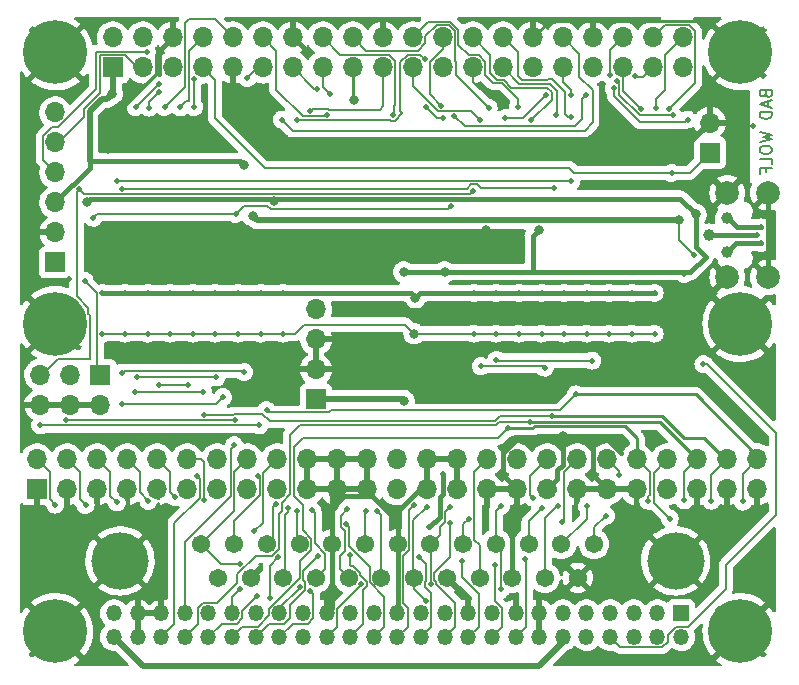
<source format=gbr>
%TF.GenerationSoftware,KiCad,Pcbnew,(6.0.5-0)*%
%TF.CreationDate,2023-01-22T17:25:31-06:00*%
%TF.ProjectId,piscsi,70697363-7369-42e6-9b69-6361645f7063,rev?*%
%TF.SameCoordinates,PX59d60c0PY325aa00*%
%TF.FileFunction,Copper,L2,Bot*%
%TF.FilePolarity,Positive*%
%FSLAX46Y46*%
G04 Gerber Fmt 4.6, Leading zero omitted, Abs format (unit mm)*
G04 Created by KiCad (PCBNEW (6.0.5-0)) date 2023-01-22 17:25:31*
%MOMM*%
%LPD*%
G01*
G04 APERTURE LIST*
%ADD10C,0.150000*%
%TA.AperFunction,NonConductor*%
%ADD11C,0.150000*%
%TD*%
%TA.AperFunction,ComponentPad*%
%ADD12C,0.800000*%
%TD*%
%TA.AperFunction,ComponentPad*%
%ADD13C,5.400000*%
%TD*%
%TA.AperFunction,ComponentPad*%
%ADD14R,1.700000X1.700000*%
%TD*%
%TA.AperFunction,ComponentPad*%
%ADD15O,1.700000X1.700000*%
%TD*%
%TA.AperFunction,ComponentPad*%
%ADD16C,1.545000*%
%TD*%
%TA.AperFunction,ComponentPad*%
%ADD17C,4.845000*%
%TD*%
%TA.AperFunction,ComponentPad*%
%ADD18C,2.000000*%
%TD*%
%TA.AperFunction,ComponentPad*%
%ADD19R,1.350000X1.350000*%
%TD*%
%TA.AperFunction,ComponentPad*%
%ADD20O,1.350000X1.350000*%
%TD*%
%TA.AperFunction,SMDPad,CuDef*%
%ADD21C,1.000000*%
%TD*%
%TA.AperFunction,ViaPad*%
%ADD22C,0.500000*%
%TD*%
%TA.AperFunction,ViaPad*%
%ADD23C,0.800000*%
%TD*%
%TA.AperFunction,Conductor*%
%ADD24C,0.400000*%
%TD*%
%TA.AperFunction,Conductor*%
%ADD25C,0.250000*%
%TD*%
%TA.AperFunction,Conductor*%
%ADD26C,0.150000*%
%TD*%
%TA.AperFunction,Conductor*%
%ADD27C,0.500000*%
%TD*%
%TA.AperFunction,Conductor*%
%ADD28C,0.200000*%
%TD*%
G04 APERTURE END LIST*
D10*
D11*
X143938571Y3266667D02*
X143986190Y3123810D01*
X144033809Y3076191D01*
X144129047Y3028572D01*
X144271904Y3028572D01*
X144367142Y3076191D01*
X144414761Y3123810D01*
X144462380Y3219048D01*
X144462380Y3600000D01*
X143462380Y3600000D01*
X143462380Y3266667D01*
X143510000Y3171429D01*
X143557619Y3123810D01*
X143652857Y3076191D01*
X143748095Y3076191D01*
X143843333Y3123810D01*
X143890952Y3171429D01*
X143938571Y3266667D01*
X143938571Y3600000D01*
X144176666Y2647620D02*
X144176666Y2171429D01*
X144462380Y2742858D02*
X143462380Y2409524D01*
X144462380Y2076191D01*
X144462380Y1742858D02*
X143462380Y1742858D01*
X143462380Y1504762D01*
X143510000Y1361905D01*
X143605238Y1266667D01*
X143700476Y1219048D01*
X143890952Y1171429D01*
X144033809Y1171429D01*
X144224285Y1219048D01*
X144319523Y1266667D01*
X144414761Y1361905D01*
X144462380Y1504762D01*
X144462380Y1742858D01*
X143462380Y76191D02*
X144462380Y-161904D01*
X143748095Y-352380D01*
X144462380Y-542857D01*
X143462380Y-780952D01*
X143462380Y-1352380D02*
X143462380Y-1542857D01*
X143510000Y-1638095D01*
X143605238Y-1733333D01*
X143795714Y-1780952D01*
X144129047Y-1780952D01*
X144319523Y-1733333D01*
X144414761Y-1638095D01*
X144462380Y-1542857D01*
X144462380Y-1352380D01*
X144414761Y-1257142D01*
X144319523Y-1161904D01*
X144129047Y-1114285D01*
X143795714Y-1114285D01*
X143605238Y-1161904D01*
X143510000Y-1257142D01*
X143462380Y-1352380D01*
X144462380Y-2685714D02*
X144462380Y-2209523D01*
X143462380Y-2209523D01*
X143938571Y-3352380D02*
X143938571Y-3019047D01*
X144462380Y-3019047D02*
X143462380Y-3019047D01*
X143462380Y-3495238D01*
D12*
%TO.P,H1,1,1*%
%TO.N,GND*%
X85231891Y5368109D03*
X82368109Y5368109D03*
X85231891Y8231891D03*
X81775000Y6800000D03*
X82368109Y8231891D03*
X83800000Y4775000D03*
D13*
X83800000Y6800000D03*
D12*
X83800000Y8825000D03*
X85825000Y6800000D03*
%TD*%
%TO.P,H3,1,1*%
%TO.N,GND*%
X83800000Y-18225000D03*
D13*
X83800000Y-16200000D03*
D12*
X85825000Y-16200000D03*
X81775000Y-16200000D03*
X83800000Y-14175000D03*
X82368109Y-17631891D03*
X85231891Y-14768109D03*
X82368109Y-14768109D03*
X85231891Y-17631891D03*
%TD*%
%TO.P,H5,1,1*%
%TO.N,GND*%
X85825000Y-42200000D03*
X81775000Y-42200000D03*
X85231891Y-43631891D03*
X83800000Y-44225000D03*
X82368109Y-40768109D03*
D13*
X83800000Y-42200000D03*
D12*
X82368109Y-43631891D03*
X83800000Y-40175000D03*
X85231891Y-40768109D03*
%TD*%
D14*
%TO.P,J4,1,Pin_1*%
%TO.N,+5V*%
X83810000Y-10980000D03*
D15*
%TO.P,J4,2,Pin_2*%
%TO.N,GND*%
X83810000Y-8440000D03*
%TO.P,J4,3,Pin_3*%
%TO.N,+3V3*%
X83810000Y-5900000D03*
%TO.P,J4,4,Pin_4*%
%TO.N,PI_SCL*%
X83810000Y-3360000D03*
%TO.P,J4,5,Pin_5*%
%TO.N,PI_SDA*%
X83810000Y-820000D03*
%TO.P,J4,6,Pin_6*%
%TO.N,PI_GPIO9*%
X83810000Y1720000D03*
%TD*%
D12*
%TO.P,H4,1,1*%
%TO.N,GND*%
X141800000Y-14175000D03*
X140368109Y-14768109D03*
X140368109Y-17631891D03*
X141800000Y-18225000D03*
X143231891Y-14768109D03*
X143825000Y-16200000D03*
X143231891Y-17631891D03*
X139775000Y-16200000D03*
D13*
X141800000Y-16200000D03*
%TD*%
%TO.P,H6,1,1*%
%TO.N,GND*%
X141800000Y-42200000D03*
D12*
X143825000Y-42200000D03*
X140368109Y-43631891D03*
X139775000Y-42200000D03*
X143231891Y-40768109D03*
X140368109Y-40768109D03*
X141800000Y-40175000D03*
X141800000Y-44225000D03*
X143231891Y-43631891D03*
%TD*%
%TO.P,H2,1,1*%
%TO.N,GND*%
X143231891Y5368109D03*
X140368109Y5368109D03*
X143825000Y6800000D03*
X143231891Y8231891D03*
D13*
X141800000Y6800000D03*
D12*
X141800000Y4775000D03*
X141800000Y8825000D03*
X139775000Y6800000D03*
X140368109Y8231891D03*
%TD*%
D16*
%TO.P,J6,1,1*%
%TO.N,C-REQ*%
X129420000Y-34830000D03*
%TO.P,J6,2,2*%
%TO.N,C-MSG*%
X126650000Y-34830000D03*
%TO.P,J6,3,3*%
%TO.N,C-I_O*%
X123880000Y-34830000D03*
%TO.P,J6,4,4*%
%TO.N,C-RST*%
X121110000Y-34830000D03*
%TO.P,J6,5,5*%
%TO.N,C-ACK*%
X118340000Y-34830000D03*
%TO.P,J6,6,6*%
%TO.N,C-BSY*%
X115570000Y-34830000D03*
%TO.P,J6,7,7*%
%TO.N,GND*%
X112800000Y-34830000D03*
%TO.P,J6,8,8*%
%TO.N,C-D0*%
X110030000Y-34830000D03*
%TO.P,J6,9,9*%
%TO.N,GND*%
X107260000Y-34830000D03*
%TO.P,J6,10,10*%
%TO.N,C-D3*%
X104490000Y-34830000D03*
%TO.P,J6,11,11*%
%TO.N,C-D5*%
X101720000Y-34830000D03*
%TO.P,J6,12,12*%
%TO.N,C-D6*%
X98950000Y-34830000D03*
%TO.P,J6,13,13*%
%TO.N,C-D7*%
X96180000Y-34830000D03*
%TO.P,J6,14,14*%
%TO.N,GND*%
X128035000Y-37670000D03*
%TO.P,J6,15,15*%
%TO.N,C-C_D*%
X125265000Y-37670000D03*
%TO.P,J6,16,16*%
%TO.N,GND*%
X122495000Y-37670000D03*
%TO.P,J6,17,17*%
%TO.N,C-ATN*%
X119725000Y-37670000D03*
%TO.P,J6,18,18*%
%TO.N,GND*%
X116955000Y-37670000D03*
%TO.P,J6,19,19*%
%TO.N,C-SEL*%
X114185000Y-37670000D03*
%TO.P,J6,20,20*%
%TO.N,C-DP*%
X111415000Y-37670000D03*
%TO.P,J6,21,21*%
%TO.N,C-D1*%
X108645000Y-37670000D03*
%TO.P,J6,22,22*%
%TO.N,C-D2*%
X105875000Y-37670000D03*
%TO.P,J6,23,23*%
%TO.N,C-D4*%
X103105000Y-37670000D03*
%TO.P,J6,24,24*%
%TO.N,GND*%
X100335000Y-37670000D03*
%TO.P,J6,25,25*%
%TO.N,TERMPOW*%
X97565000Y-37670000D03*
D17*
%TO.P,J6,MH1,MH1*%
%TO.N,GND*%
X89280000Y-36250000D03*
%TO.P,J6,MH2,MH2*%
X136320000Y-36250000D03*
%TD*%
D18*
%TO.P,J8,MH1,MH1*%
%TO.N,GND*%
X144155000Y-12235000D03*
%TO.P,J8,MH2,MH2*%
X144155000Y-5085000D03*
%TO.P,J8,MH3,MH3*%
X140705000Y-5085000D03*
%TO.P,J8,MH4,MH4*%
X140705000Y-12235000D03*
%TD*%
D14*
%TO.P,J3,1,Pin_1*%
%TO.N,GND*%
X82266500Y-30194500D03*
D15*
%TO.P,J3,2,Pin_2*%
%TO.N,C-D0*%
X82266500Y-27654500D03*
%TO.P,J3,3,Pin_3*%
%TO.N,GND*%
X84806500Y-30194500D03*
%TO.P,J3,4,Pin_4*%
%TO.N,C-D1*%
X84806500Y-27654500D03*
%TO.P,J3,5,Pin_5*%
%TO.N,GND*%
X87346500Y-30194500D03*
%TO.P,J3,6,Pin_6*%
%TO.N,C-D2*%
X87346500Y-27654500D03*
%TO.P,J3,7,Pin_7*%
%TO.N,GND*%
X89886500Y-30194500D03*
%TO.P,J3,8,Pin_8*%
%TO.N,C-D3*%
X89886500Y-27654500D03*
%TO.P,J3,9,Pin_9*%
%TO.N,GND*%
X92426500Y-30194500D03*
%TO.P,J3,10,Pin_10*%
%TO.N,C-D4*%
X92426500Y-27654500D03*
%TO.P,J3,11,Pin_11*%
%TO.N,GND*%
X94966500Y-30194500D03*
%TO.P,J3,12,Pin_12*%
%TO.N,C-D5*%
X94966500Y-27654500D03*
%TO.P,J3,13,Pin_13*%
%TO.N,GND*%
X97506500Y-30194500D03*
%TO.P,J3,14,Pin_14*%
%TO.N,C-D6*%
X97506500Y-27654500D03*
%TO.P,J3,15,Pin_15*%
%TO.N,GND*%
X100046500Y-30194500D03*
%TO.P,J3,16,Pin_16*%
%TO.N,C-D7*%
X100046500Y-27654500D03*
%TO.P,J3,17,Pin_17*%
%TO.N,GND*%
X102586500Y-30194500D03*
%TO.P,J3,18,Pin_18*%
%TO.N,C-DP*%
X102586500Y-27654500D03*
%TO.P,J3,19,Pin_19*%
%TO.N,GND*%
X105126500Y-30194500D03*
%TO.P,J3,20,Pin_20*%
X105126500Y-27654500D03*
%TO.P,J3,21,Pin_21*%
X107666500Y-30194500D03*
%TO.P,J3,22,Pin_22*%
X107666500Y-27654500D03*
%TO.P,J3,23,Pin_23*%
X110206500Y-30194500D03*
%TO.P,J3,24,Pin_24*%
X110206500Y-27654500D03*
%TO.P,J3,25,Pin_25*%
%TO.N,unconnected-(J3-Pad25)*%
X112746500Y-30194500D03*
%TO.P,J3,26,Pin_26*%
%TO.N,TERMPOW*%
X112746500Y-27654500D03*
%TO.P,J3,27,Pin_27*%
%TO.N,GND*%
X115286500Y-30194500D03*
%TO.P,J3,28,Pin_28*%
X115286500Y-27654500D03*
%TO.P,J3,29,Pin_29*%
X117826500Y-30194500D03*
%TO.P,J3,30,Pin_30*%
X117826500Y-27654500D03*
%TO.P,J3,31,Pin_31*%
X120366500Y-30194500D03*
%TO.P,J3,32,Pin_32*%
%TO.N,C-ATN*%
X120366500Y-27654500D03*
%TO.P,J3,33,Pin_33*%
%TO.N,GND*%
X122906500Y-30194500D03*
%TO.P,J3,34,Pin_34*%
%TO.N,unconnected-(J3-Pad34)*%
X122906500Y-27654500D03*
%TO.P,J3,35,Pin_35*%
%TO.N,GND*%
X125446500Y-30194500D03*
%TO.P,J3,36,Pin_36*%
%TO.N,C-BSY*%
X125446500Y-27654500D03*
%TO.P,J3,37,Pin_37*%
%TO.N,GND*%
X127986500Y-30194500D03*
%TO.P,J3,38,Pin_38*%
%TO.N,C-ACK*%
X127986500Y-27654500D03*
%TO.P,J3,39,Pin_39*%
%TO.N,GND*%
X130526500Y-30194500D03*
%TO.P,J3,40,Pin_40*%
%TO.N,C-RST*%
X130526500Y-27654500D03*
%TO.P,J3,41,Pin_41*%
%TO.N,GND*%
X133066500Y-30194500D03*
%TO.P,J3,42,Pin_42*%
%TO.N,C-MSG*%
X133066500Y-27654500D03*
%TO.P,J3,43,Pin_43*%
%TO.N,GND*%
X135606500Y-30194500D03*
%TO.P,J3,44,Pin_44*%
%TO.N,C-SEL*%
X135606500Y-27654500D03*
%TO.P,J3,45,Pin_45*%
%TO.N,GND*%
X138146500Y-30194500D03*
%TO.P,J3,46,Pin_46*%
%TO.N,C-C_D*%
X138146500Y-27654500D03*
%TO.P,J3,47,Pin_47*%
%TO.N,GND*%
X140686500Y-30194500D03*
%TO.P,J3,48,Pin_48*%
%TO.N,C-REQ*%
X140686500Y-27654500D03*
%TO.P,J3,49,Pin_49*%
%TO.N,GND*%
X143226500Y-30194500D03*
%TO.P,J3,50,Pin_50*%
%TO.N,C-I_O*%
X143226500Y-27654500D03*
%TD*%
D19*
%TO.P,J9,1,Pin_1*%
%TO.N,unconnected-(J9-Pad1)*%
X136772000Y-40688000D03*
D20*
%TO.P,J9,2,Pin_2*%
%TO.N,unconnected-(J9-Pad2)*%
X136772000Y-42688000D03*
%TO.P,J9,3,Pin_3*%
%TO.N,unconnected-(J9-Pad3)*%
X134772000Y-40688000D03*
%TO.P,J9,4,Pin_4*%
%TO.N,unconnected-(J9-Pad4)*%
X134772000Y-42688000D03*
%TO.P,J9,5,Pin_5*%
%TO.N,unconnected-(J9-Pad5)*%
X132772000Y-40688000D03*
%TO.P,J9,6,Pin_6*%
%TO.N,unconnected-(J9-Pad6)*%
X132772000Y-42688000D03*
%TO.P,J9,7,Pin_7*%
%TO.N,unconnected-(J9-Pad7)*%
X130772000Y-40688000D03*
%TO.P,J9,8,Pin_8*%
%TO.N,PI-ACT*%
X130772000Y-42688000D03*
%TO.P,J9,9,Pin_9*%
%TO.N,unconnected-(J9-Pad9)*%
X128772000Y-40688000D03*
%TO.P,J9,10,Pin_10*%
%TO.N,unconnected-(J9-Pad10)*%
X128772000Y-42688000D03*
%TO.P,J9,11,Pin_11*%
%TO.N,+5V*%
X126772000Y-40688000D03*
%TO.P,J9,12,Pin_12*%
X126772000Y-42688000D03*
%TO.P,J9,13,Pin_13*%
%TO.N,GND*%
X124772000Y-40688000D03*
%TO.P,J9,14,Pin_14*%
X124772000Y-42688000D03*
%TO.P,J9,15,Pin_15*%
X122772000Y-40688000D03*
%TO.P,J9,16,Pin_16*%
%TO.N,C-D0*%
X122772000Y-42688000D03*
%TO.P,J9,17,Pin_17*%
%TO.N,GND*%
X120772000Y-40688000D03*
%TO.P,J9,18,Pin_18*%
%TO.N,C-D1*%
X120772000Y-42688000D03*
%TO.P,J9,19,Pin_19*%
%TO.N,GND*%
X118772000Y-40688000D03*
%TO.P,J9,20,Pin_20*%
%TO.N,C-D2*%
X118772000Y-42688000D03*
%TO.P,J9,21,Pin_21*%
%TO.N,GND*%
X116772000Y-40688000D03*
%TO.P,J9,22,Pin_22*%
%TO.N,C-D3*%
X116772000Y-42688000D03*
%TO.P,J9,23,Pin_23*%
%TO.N,GND*%
X114772000Y-40688000D03*
%TO.P,J9,24,Pin_24*%
%TO.N,C-D4*%
X114772000Y-42688000D03*
%TO.P,J9,25,Pin_25*%
%TO.N,GND*%
X112772000Y-40688000D03*
%TO.P,J9,26,Pin_26*%
%TO.N,C-D5*%
X112772000Y-42688000D03*
%TO.P,J9,27,Pin_27*%
%TO.N,unconnected-(J9-Pad27)*%
X110772000Y-40688000D03*
%TO.P,J9,28,Pin_28*%
%TO.N,C-D6*%
X110772000Y-42688000D03*
%TO.P,J9,29,Pin_29*%
%TO.N,GND*%
X108772000Y-40688000D03*
%TO.P,J9,30,Pin_30*%
%TO.N,C-D7*%
X108772000Y-42688000D03*
%TO.P,J9,31,Pin_31*%
%TO.N,GND*%
X106772000Y-40688000D03*
%TO.P,J9,32,Pin_32*%
%TO.N,C-DP*%
X106772000Y-42688000D03*
%TO.P,J9,33,Pin_33*%
%TO.N,GND*%
X104772000Y-40688000D03*
%TO.P,J9,34,Pin_34*%
%TO.N,TERMPOW*%
X104772000Y-42688000D03*
%TO.P,J9,35,Pin_35*%
%TO.N,C-ATN*%
X102772000Y-40688000D03*
%TO.P,J9,36,Pin_36*%
%TO.N,C-BSY*%
X102772000Y-42688000D03*
%TO.P,J9,37,Pin_37*%
%TO.N,GND*%
X100772000Y-40688000D03*
%TO.P,J9,38,Pin_38*%
%TO.N,C-ACK*%
X100772000Y-42688000D03*
%TO.P,J9,39,Pin_39*%
%TO.N,C-RST*%
X98772000Y-40688000D03*
%TO.P,J9,40,Pin_40*%
%TO.N,C-MSG*%
X98772000Y-42688000D03*
%TO.P,J9,41,Pin_41*%
%TO.N,GND*%
X96772000Y-40688000D03*
%TO.P,J9,42,Pin_42*%
%TO.N,C-SEL*%
X96772000Y-42688000D03*
%TO.P,J9,43,Pin_43*%
%TO.N,C-I_O*%
X94772000Y-40688000D03*
%TO.P,J9,44,Pin_44*%
%TO.N,C-C_D*%
X94772000Y-42688000D03*
%TO.P,J9,45,Pin_45*%
%TO.N,GND*%
X92772000Y-40688000D03*
%TO.P,J9,46,Pin_46*%
%TO.N,C-REQ*%
X92772000Y-42688000D03*
%TO.P,J9,47,Pin_47*%
%TO.N,GND*%
X90772000Y-40688000D03*
%TO.P,J9,48,Pin_48*%
X90772000Y-42688000D03*
%TO.P,J9,49,Pin_49*%
%TO.N,+5V*%
X88772000Y-40688000D03*
%TO.P,J9,50,Pin_50*%
X88772000Y-42688000D03*
%TD*%
D14*
%TO.P,J5,1,Pin_1*%
%TO.N,PI_GPIO0*%
X87610000Y-20500000D03*
D15*
%TO.P,J5,2,Pin_2*%
%TO.N,GND*%
X87610000Y-23040000D03*
%TO.P,J5,3,Pin_3*%
%TO.N,PI_GPIO1*%
X85070000Y-20500000D03*
%TO.P,J5,4,Pin_4*%
%TO.N,GND*%
X85070000Y-23040000D03*
%TO.P,J5,5,Pin_5*%
%TO.N,PI_GPIO9*%
X82530000Y-20500000D03*
%TO.P,J5,6,Pin_6*%
%TO.N,GND*%
X82530000Y-23040000D03*
%TD*%
D14*
%TO.P,J20,1,1*%
%TO.N,+5V*%
X105870000Y-22580000D03*
D15*
%TO.P,J20,2,2*%
%TO.N,GND*%
X105870000Y-20040000D03*
%TO.P,J20,3,3*%
X105870000Y-17500000D03*
%TO.P,J20,4,4*%
%TO.N,unconnected-(J20-Pad4)*%
X105870000Y-14960000D03*
%TD*%
D14*
%TO.P,J1,1,3V3*%
%TO.N,+3V3*%
X88670000Y5530000D03*
D15*
%TO.P,J1,2,5V*%
%TO.N,+5V*%
X88670000Y8070000D03*
%TO.P,J1,3,SDA/GPIO2*%
%TO.N,PI_SDA*%
X91210000Y5530000D03*
%TO.P,J1,4,5V*%
%TO.N,+5V*%
X91210000Y8070000D03*
%TO.P,J1,5,SCL/GPIO3*%
%TO.N,PI_SCL*%
X93750000Y5530000D03*
%TO.P,J1,6,GND*%
%TO.N,GND*%
X93750000Y8070000D03*
%TO.P,J1,7,GCLK0/GPIO4*%
%TO.N,PI-ACT*%
X96290000Y5530000D03*
%TO.P,J1,8,GPIO14/TXD*%
%TO.N,PI-D4*%
X96290000Y8070000D03*
%TO.P,J1,9,GND*%
%TO.N,GND*%
X98830000Y5530000D03*
%TO.P,J1,10,GPIO15/RXD*%
%TO.N,PI-D5*%
X98830000Y8070000D03*
%TO.P,J1,11,GPIO17*%
%TO.N,PI-D7*%
X101370000Y5530000D03*
%TO.P,J1,12,GPIO18/PWM0*%
%TO.N,PI-DP*%
X101370000Y8070000D03*
%TO.P,J1,13,GPIO27*%
%TO.N,PI-SEL*%
X103910000Y5530000D03*
%TO.P,J1,14,GND*%
%TO.N,GND*%
X103910000Y8070000D03*
%TO.P,J1,15,GPIO22*%
%TO.N,PI-REQ*%
X106450000Y5530000D03*
%TO.P,J1,16,GPIO23*%
%TO.N,PI-MSG*%
X106450000Y8070000D03*
%TO.P,J1,17,3V3*%
%TO.N,+3V3*%
X108990000Y5530000D03*
%TO.P,J1,18,GPIO24*%
%TO.N,PI-C_D*%
X108990000Y8070000D03*
%TO.P,J1,19,MOSI0/GPIO10*%
%TO.N,PI-D0*%
X111530000Y5530000D03*
%TO.P,J1,20,GND*%
%TO.N,GND*%
X111530000Y8070000D03*
%TO.P,J1,21,MISO0/GPIO9*%
%TO.N,PI_GPIO9*%
X114070000Y5530000D03*
%TO.P,J1,22,GPIO25*%
%TO.N,PI-I_O*%
X114070000Y8070000D03*
%TO.P,J1,23,SCLK0/GPIO11*%
%TO.N,PI-D1*%
X116610000Y5530000D03*
%TO.P,J1,24,~{CE0}/GPIO8*%
%TO.N,PI-DTD*%
X116610000Y8070000D03*
%TO.P,J1,25,GND*%
%TO.N,GND*%
X119150000Y5530000D03*
%TO.P,J1,26,~{CE1}/GPIO7*%
%TO.N,PI-TAD*%
X119150000Y8070000D03*
%TO.P,J1,27,ID_SD/GPIO0*%
%TO.N,PI_GPIO0*%
X121690000Y5530000D03*
%TO.P,J1,28,ID_SC/GPIO1*%
%TO.N,PI_GPIO1*%
X121690000Y8070000D03*
%TO.P,J1,29,GCLK1/GPIO5*%
%TO.N,DBG_LED*%
X124230000Y5530000D03*
%TO.P,J1,30,GND*%
%TO.N,GND*%
X124230000Y8070000D03*
%TO.P,J1,31,GCLK2/GPIO6*%
%TO.N,PI-IND*%
X126770000Y5530000D03*
%TO.P,J1,32,PWM0/GPIO12*%
%TO.N,PI-D2*%
X126770000Y8070000D03*
%TO.P,J1,33,PWM1/GPIO13*%
%TO.N,PI-D3*%
X129310000Y5530000D03*
%TO.P,J1,34,GND*%
%TO.N,GND*%
X129310000Y8070000D03*
%TO.P,J1,35,GPIO19/MISO1*%
%TO.N,PI-ATN*%
X131850000Y5530000D03*
%TO.P,J1,36,GPIO16*%
%TO.N,PI-D6*%
X131850000Y8070000D03*
%TO.P,J1,37,GPIO26*%
%TO.N,PI-BSY*%
X134390000Y5530000D03*
%TO.P,J1,38,GPIO20/MOSI1*%
%TO.N,PI-RST*%
X134390000Y8070000D03*
%TO.P,J1,39,GND*%
%TO.N,GND*%
X136930000Y5530000D03*
%TO.P,J1,40,GPIO21/SCLK1*%
%TO.N,PI-ACK*%
X136930000Y8070000D03*
%TD*%
D14*
%TO.P,J2,1,Pin_1*%
%TO.N,PI-ACT*%
X139226000Y-1683000D03*
D15*
%TO.P,J2,2,Pin_2*%
%TO.N,GND*%
X139226000Y857000D03*
%TD*%
D21*
%TO.P,TP2,1,1*%
%TO.N,USB_Pin_3*%
X139150000Y-8680000D03*
%TD*%
%TO.P,TP3,1,1*%
%TO.N,USB_Pin_2*%
X140650000Y-10110000D03*
%TD*%
%TO.P,TP1,1,1*%
%TO.N,USB_Pin_4*%
X140650000Y-7250000D03*
%TD*%
D22*
%TO.N,GND*%
X93190000Y-25820000D03*
X139377000Y-7383000D03*
X100990000Y380000D03*
X90210000Y-7800000D03*
X91580000Y-25840000D03*
X131510000Y-25960000D03*
X103000000Y-19270000D03*
X106079000Y-1810000D03*
X89910000Y-25950000D03*
X125330000Y-2000000D03*
X115899999Y-1570001D03*
X96943500Y-25863543D03*
X103539000Y-1746500D03*
X123159259Y-22348500D03*
X101100000Y-19170000D03*
X91660000Y-18990000D03*
D23*
X126750000Y-25640000D03*
D22*
X95640000Y-25870000D03*
X89740000Y-19040000D03*
X98440000Y-25710000D03*
X97620000Y-8440000D03*
D23*
X120234902Y-8196500D03*
D22*
X97150000Y-19070000D03*
X88258000Y-1572000D03*
X136390000Y-15210000D03*
X130422000Y-2080000D03*
X123220000Y-1780000D03*
X93620000Y-19030000D03*
X142910000Y600000D03*
X134470000Y-25740000D03*
X84963500Y-12347757D03*
X113379999Y-1570001D03*
X100820000Y-25900000D03*
X99700000Y-8010000D03*
X101710000Y-1930000D03*
X129406000Y-4620000D03*
X96340000Y-11340000D03*
X123732000Y-26003500D03*
D23*
X139030000Y4550000D03*
D22*
X99000000Y-19040000D03*
X95510000Y-19050000D03*
X89243314Y2464011D03*
D23*
%TO.N,+3V3*%
X88616500Y3270000D03*
X136650000Y-7420000D03*
X109120000Y2800000D03*
D22*
X137911162Y-10346458D03*
D23*
X100530000Y-7040000D03*
X99750000Y-2750000D03*
%TO.N,+5V*%
X116780000Y-11780000D03*
X102300000Y-5820000D03*
D22*
X137050000Y-11980000D03*
D23*
X138042000Y-6906000D03*
X124780000Y-8200000D03*
X113320000Y-22680000D03*
X113310000Y-11780000D03*
X86480000Y-5890000D03*
D22*
%TO.N,C-REQ*%
X95770000Y-29100000D03*
X130419308Y-32414713D03*
X139350000Y-31150000D03*
X96390000Y-23880000D03*
X125821021Y-23991021D03*
%TO.N,C-MSG*%
X122155477Y-24994523D03*
X128817950Y-31630159D03*
X133993502Y-31150000D03*
%TO.N,C-BSY*%
X117187010Y-31684832D03*
X124267635Y-30901010D03*
X105380000Y-38800000D03*
X119830000Y-19770000D03*
X115588392Y-38215591D03*
X125240000Y-19890000D03*
%TO.N,C-SEL*%
X100909837Y-39247077D03*
X135828947Y-32665648D03*
X115235886Y-31652762D03*
X115182000Y-39662031D03*
%TO.N,C-RST*%
X121540000Y-31560000D03*
X131502655Y-28977345D03*
X121532000Y-38656000D03*
X99434000Y-38656000D03*
%TO.N,C-ACK*%
X106038000Y-35862000D03*
X126730000Y-32950000D03*
X118812489Y-32689064D03*
%TO.N,C-ATN*%
X129270000Y-19290000D03*
X104488733Y-38500715D03*
X121140000Y-19220000D03*
%TO.N,C-DP*%
X100644714Y-33758047D03*
X111018510Y-31996010D03*
X109712856Y-38201375D03*
%TO.N,C-D0*%
X82530000Y-24780000D03*
X101060000Y-24780000D03*
X83780000Y-31480000D03*
X110120000Y-31996010D03*
X123564000Y-36116000D03*
%TO.N,C-D1*%
X99030000Y-24303500D03*
X84744361Y-24303500D03*
X121024000Y-36624000D03*
X108521033Y-31856657D03*
X86370000Y-31530000D03*
%TO.N,C-D2*%
X118230000Y-36256511D03*
X89002424Y-31302989D03*
X89490000Y-22980000D03*
X105519686Y-31957742D03*
X97988500Y-22390000D03*
%TO.N,C-D3*%
X90561500Y-21985885D03*
X96320000Y-21910000D03*
X117243766Y-33076963D03*
X91693529Y-31178968D03*
X104280000Y-32052000D03*
%TO.N,C-D4*%
X103498000Y-31750000D03*
X114608688Y-35948588D03*
X93930504Y-30851957D03*
%TO.N,C-D5*%
X114166000Y-31544000D03*
X92600000Y-21370000D03*
X102510000Y-31434946D03*
X96408551Y-31108553D03*
X95050000Y-21380000D03*
%TO.N,C-D6*%
X108431070Y-33137679D03*
X90680000Y-20640000D03*
X100973502Y-29027449D03*
X97420000Y-20720000D03*
%TO.N,C-D7*%
X108752442Y-35782442D03*
X99431263Y-36493836D03*
X99770000Y-20270000D03*
X89470000Y-20300000D03*
%TO.N,C-I_O*%
X127882000Y-22146000D03*
X101686769Y-23478251D03*
X125036247Y-31748511D03*
X142000000Y-31220000D03*
X98960000Y-26450000D03*
%TO.N,C-C_D*%
X137054940Y-31121502D03*
X126371042Y-31585360D03*
X124013022Y-24493022D03*
%TO.N,TERMPOW*%
X101974000Y-39418000D03*
X116610000Y-28880000D03*
X115479033Y-33403489D03*
X102686051Y-35947053D03*
%TO.N,PI-D7*%
X90611321Y2164500D03*
X92606010Y4116010D03*
X100071557Y4632242D03*
%TO.N,PI-D6*%
X91728000Y2127000D03*
X92557577Y3472237D03*
X130785361Y4920000D03*
%TO.N,PI-D5*%
X93051254Y2164500D03*
%TO.N,PI-D4*%
X94400000Y2140000D03*
%TO.N,PI-D3*%
X95583143Y2164500D03*
X95579021Y4529977D03*
%TO.N,PI-D2*%
X102980000Y1110000D03*
%TO.N,PI-D1*%
X115088942Y6212691D03*
X104230000Y1090000D03*
%TO.N,PI-D0*%
X105382522Y1860825D03*
%TO.N,PI-DP*%
X106795066Y1541500D03*
%TO.N,PI-BSY*%
X117596707Y1388500D03*
X132847721Y4815780D03*
X128748500Y3194737D03*
%TO.N,PI-MSG*%
X112370000Y1520000D03*
%TO.N,PI-C_D*%
X120493500Y2127000D03*
%TO.N,PI-REQ*%
X121904492Y1236649D03*
X125375797Y3229285D03*
X107080000Y3280000D03*
%TO.N,PI-I_O*%
X122990000Y2220000D03*
%TO.N,PI-ATN*%
X133387496Y2003496D03*
%TO.N,PI-ACK*%
X134654000Y2127000D03*
%TO.N,PI-RST*%
X135777207Y2019438D03*
%TO.N,PI-SEL*%
X136064293Y1462010D03*
X105960000Y3740000D03*
X131340387Y4413823D03*
%TO.N,PI_SCL*%
X91550000Y6850000D03*
%TO.N,/TERM_GND*%
X130715000Y-17010000D03*
X93537500Y-17010000D03*
X126890000Y-17010000D03*
X101187500Y-17010000D03*
X128802500Y-17010000D03*
X119240000Y-17010000D03*
X121152500Y-17010000D03*
X89712500Y-17010000D03*
X124977500Y-17010000D03*
X99275000Y-17010000D03*
X97362500Y-17010000D03*
D23*
X114180000Y-17010000D03*
D22*
X91625000Y-17010000D03*
X95450000Y-17010000D03*
X103100000Y-17010000D03*
X87800000Y-17010000D03*
X132627500Y-17010000D03*
X134540000Y-17010000D03*
X123065000Y-17010000D03*
D23*
%TO.N,/TERM_5v*%
X114300000Y-13970000D03*
D22*
X91625000Y-13560000D03*
X95450000Y-13560000D03*
X99275000Y-13560000D03*
X101187500Y-13560000D03*
X87800000Y-13560000D03*
X97362500Y-13560000D03*
X124977500Y-13560000D03*
X134540000Y-13560000D03*
X119240000Y-13560000D03*
X103100000Y-13560000D03*
X130715000Y-13560000D03*
X121152500Y-13560000D03*
X126890000Y-13560000D03*
X89712500Y-13560000D03*
X123065000Y-13560000D03*
X93537500Y-13560000D03*
X128802500Y-13560000D03*
X132627500Y-13560000D03*
%TO.N,PI-IND*%
X137340000Y1120000D03*
X131077665Y3803316D03*
X127480000Y3194936D03*
%TO.N,PI-TAD*%
X124093367Y1052134D03*
%TO.N,PI-DTD*%
X116500000Y2300000D03*
X87031937Y-7191937D03*
X117290000Y-6170000D03*
X115190000Y2200000D03*
X116650000Y1260000D03*
X99070000Y-6860000D03*
%TO.N,PI_GPIO1*%
X89000000Y-4060000D03*
X127490000Y1340000D03*
X127490000Y-4120000D03*
%TO.N,PI_GPIO0*%
X126230000Y1480000D03*
X89443897Y-4723228D03*
X86291500Y-12552367D03*
X126030000Y-4700000D03*
%TO.N,PI_GPIO9*%
X85850000Y-4790000D03*
X119200000Y-4891500D03*
X119790000Y1074500D03*
%TO.N,USB_Pin_4*%
X143577990Y-8020000D03*
%TO.N,USB_Pin_3*%
X143201287Y-8646949D03*
%TO.N,USB_Pin_2*%
X143577990Y-9320000D03*
%TO.N,PI-ACT*%
X138670000Y-19600000D03*
X135983368Y-3393368D03*
%TD*%
D24*
%TO.N,GND*%
X98680063Y2196374D02*
X98830000Y2346311D01*
X126750000Y-28092962D02*
X126750000Y-25640000D01*
D25*
X89774973Y2464011D02*
X89596867Y2464011D01*
D24*
X126296499Y-28546463D02*
X126750000Y-28092962D01*
X92572999Y6892999D02*
X92572999Y4965039D01*
X122906500Y-30194500D02*
X122906500Y-31396581D01*
X108244071Y-30742711D02*
X110619173Y-30742711D01*
X122496600Y-31806481D02*
X122496600Y-37670000D01*
X103910000Y8070000D02*
X105264437Y6715563D01*
X125446500Y-30194500D02*
X126296499Y-29344501D01*
X129340000Y-25640000D02*
X126750000Y-25640000D01*
X98830000Y4327919D02*
X98830000Y5530000D01*
D25*
X124230000Y8070000D02*
X125659999Y9499999D01*
X93750000Y8070000D02*
X92312001Y6632001D01*
D26*
X142910000Y600000D02*
X141618519Y600000D01*
D24*
X103539000Y-1746500D02*
X103289001Y-1496501D01*
X121729499Y-27089539D02*
X122815538Y-26003500D01*
X129349499Y-25649499D02*
X129340000Y-25640000D01*
X131703501Y-27089539D02*
X130253962Y-25640000D01*
X107261600Y-30599400D02*
X107261600Y-34830000D01*
X98830000Y2346311D02*
X98830000Y4327919D01*
X122906500Y-31396581D02*
X122496600Y-31806481D01*
X107261600Y-31725182D02*
X108244071Y-30742711D01*
D25*
X139100001Y9499999D02*
X141800000Y6800000D01*
D24*
X107261600Y-34830000D02*
X107261600Y-40198400D01*
X93750000Y8070000D02*
X92572999Y6892999D01*
X130253962Y-25640000D02*
X129340000Y-25640000D01*
X126296499Y-29344501D02*
X126296499Y-28546463D01*
X144155000Y-12235000D02*
X144155000Y-5085000D01*
D25*
X125659999Y9499999D02*
X139100001Y9499999D01*
D27*
X139226000Y857000D02*
X136289000Y-2080000D01*
D24*
X101819014Y-1496501D02*
X98680063Y1642450D01*
X98680063Y1642450D02*
X98680063Y2196374D01*
D27*
X136289000Y-2080000D02*
X130422000Y-2080000D01*
D26*
X103289001Y-1496501D02*
X101866501Y-1496501D01*
D24*
X129349499Y-29017499D02*
X129349499Y-25649499D01*
X121729499Y-29017499D02*
X121729499Y-27089539D01*
D25*
X92312001Y6632001D02*
X92312001Y5001039D01*
D24*
X112801600Y-32054436D02*
X112801600Y-34830000D01*
X112801600Y-34830000D02*
X112801600Y-40658400D01*
D28*
X119787919Y3690000D02*
X120220000Y3690000D01*
D24*
X130526500Y-30194500D02*
X129349499Y-29017499D01*
D28*
X120220000Y3690000D02*
X120680000Y3230000D01*
D24*
X114661536Y-30194500D02*
X112801600Y-32054436D01*
D25*
X89596867Y2464011D02*
X89243314Y2464011D01*
D28*
X119150000Y5530000D02*
X119150000Y4327919D01*
D24*
X122815538Y-26003500D02*
X123732000Y-26003500D01*
X107261600Y-40198400D02*
X106772000Y-40688000D01*
X110619173Y-30742711D02*
X112801600Y-32925138D01*
X103289001Y-1496501D02*
X101819014Y-1496501D01*
D25*
X92312001Y5001039D02*
X89774973Y2464011D01*
D28*
X119150000Y4327919D02*
X119787919Y3690000D01*
D24*
X122906500Y-30194500D02*
X121729499Y-29017499D01*
D25*
%TO.N,+3V3*%
X108990000Y2930000D02*
X109120000Y2800000D01*
D27*
X88616500Y3270000D02*
X88216501Y2870001D01*
X100910000Y-7420000D02*
X136650000Y-7420000D01*
D24*
X86701023Y-2431023D02*
X86700000Y-2430000D01*
D27*
X86701023Y1838985D02*
X86701023Y-2428977D01*
X86701023Y-2428977D02*
X86700000Y-2430000D01*
X88670000Y3323500D02*
X88616500Y3270000D01*
X88216501Y2870001D02*
X87732039Y2870001D01*
X88670000Y5530000D02*
X88670000Y3323500D01*
D24*
X83810000Y-5900000D02*
X86701023Y-3008977D01*
X86701023Y-3008977D02*
X86701023Y-2431023D01*
D26*
X136650000Y-7420000D02*
X136650000Y-9085296D01*
D27*
X100910000Y-7420000D02*
X100530000Y-7040000D01*
D25*
X108990000Y5530000D02*
X108990000Y2930000D01*
D27*
X87732039Y2870001D02*
X86701023Y1838985D01*
D24*
X86700000Y-2430000D02*
X99430000Y-2430000D01*
D26*
X136650000Y-9085296D02*
X137911162Y-10346458D01*
D24*
X99430000Y-2430000D02*
X99750000Y-2750000D01*
D26*
%TO.N,+5V*%
X137050000Y-11980000D02*
X137360000Y-11980000D01*
D24*
X137560000Y-11780000D02*
X138860000Y-10480000D01*
X138042000Y-6906000D02*
X138042000Y-9662000D01*
D26*
X137360000Y-11980000D02*
X138860000Y-10480000D01*
D24*
X116780000Y-11780000D02*
X124240000Y-11780000D01*
X124780000Y-8200000D02*
X124240000Y-8740000D01*
D27*
X113220000Y-22580000D02*
X113320000Y-22680000D01*
D24*
X136729499Y-5593499D02*
X138042000Y-6906000D01*
X124240000Y-8740000D02*
X124240000Y-11780000D01*
X86480000Y-5890000D02*
X86776501Y-5593499D01*
D27*
X88772000Y-42688000D02*
X91209011Y-45125011D01*
X91209011Y-45125011D02*
X124730286Y-45125011D01*
D24*
X138042000Y-9662000D02*
X138860000Y-10480000D01*
X113310000Y-11780000D02*
X116780000Y-11780000D01*
D27*
X105870000Y-22580000D02*
X113220000Y-22580000D01*
D24*
X86776501Y-5593499D02*
X136729499Y-5593499D01*
D27*
X124730286Y-45125011D02*
X126772000Y-43083297D01*
D24*
X124240000Y-11780000D02*
X137560000Y-11780000D01*
D26*
%TO.N,C-REQ*%
X96018011Y-29348011D02*
X95770000Y-29100000D01*
D25*
X137010000Y-25850000D02*
X135151021Y-23991021D01*
D28*
X139350000Y-28991000D02*
X140686500Y-27654500D01*
X129421600Y-33412421D02*
X130419308Y-32414713D01*
D26*
X96018011Y-30881989D02*
X96018011Y-29348011D01*
X96410000Y-23860000D02*
X98830000Y-23860000D01*
X93895489Y-33004511D02*
X96018011Y-30881989D01*
D25*
X135151021Y-23991021D02*
X125821021Y-23991021D01*
D26*
X92772000Y-42688000D02*
X93895489Y-41564511D01*
D25*
X140521326Y-27654500D02*
X138716827Y-25850001D01*
D26*
X93895489Y-41564511D02*
X93895489Y-33004511D01*
X101980000Y-24410000D02*
X121030000Y-24410000D01*
D28*
X129421600Y-34830000D02*
X129421600Y-33412421D01*
D26*
X121448979Y-23991021D02*
X125821021Y-23991021D01*
X101340000Y-23770000D02*
X101980000Y-24410000D01*
D28*
X139350000Y-31150000D02*
X139350000Y-28991000D01*
D26*
X96390000Y-23880000D02*
X96410000Y-23860000D01*
X121030000Y-24410000D02*
X121448979Y-23991021D01*
X98830000Y-23860000D02*
X98920000Y-23770000D01*
X98920000Y-23770000D02*
X101340000Y-23770000D01*
D25*
X138716827Y-25850001D02*
X137010000Y-25850000D01*
%TO.N,C-MSG*%
X124345243Y-24870032D02*
X124220752Y-24994523D01*
D26*
X121325110Y-25824890D02*
X122155477Y-24994523D01*
X105466101Y-35297761D02*
X105466101Y-34362239D01*
X105466101Y-34362239D02*
X104768000Y-33664138D01*
D28*
X126651600Y-34830000D02*
X128817950Y-32663650D01*
D26*
X104490989Y-36272873D02*
X105466101Y-35297761D01*
D28*
X134143501Y-30646448D02*
X133993502Y-30796447D01*
D26*
X100946963Y-41810999D02*
X101894999Y-40862963D01*
D25*
X132060032Y-24870032D02*
X124345243Y-24870032D01*
D28*
X133066500Y-27654500D02*
X134143501Y-28731501D01*
D26*
X103994499Y-26571901D02*
X104741510Y-25824890D01*
X104768000Y-33664138D02*
X104768000Y-31518364D01*
D25*
X133066500Y-25876500D02*
X132060032Y-24870032D01*
D28*
X134143501Y-28731501D02*
X134143501Y-30646448D01*
D25*
X124220752Y-24994523D02*
X122155477Y-24994523D01*
D26*
X104741510Y-25824890D02*
X121325110Y-25824890D01*
X98772000Y-42688000D02*
X99649001Y-41810999D01*
D28*
X133993502Y-30796447D02*
X133993502Y-31150000D01*
D25*
X133066500Y-27654500D02*
X133066500Y-25876500D01*
D26*
X99649001Y-41810999D02*
X100946963Y-41810999D01*
X101894999Y-40862963D02*
X101894999Y-40323863D01*
X104490989Y-37727873D02*
X104490989Y-36272873D01*
D28*
X128817950Y-32663650D02*
X128817950Y-31630159D01*
D26*
X104768000Y-31518364D02*
X103994499Y-30744863D01*
X101894999Y-40323863D02*
X104490989Y-37727873D01*
X103994499Y-30744863D02*
X103994499Y-26571901D01*
%TO.N,C-BSY*%
X115571600Y-38198799D02*
X115588392Y-38215591D01*
D28*
X125446500Y-27654500D02*
X124017636Y-29083364D01*
X116787012Y-32084830D02*
X117187010Y-31684832D01*
D26*
X115571600Y-34830000D02*
X115571600Y-38198799D01*
D28*
X115571600Y-34830000D02*
X116344099Y-34057501D01*
X116344099Y-34057501D02*
X116344099Y-33382344D01*
D26*
X105649001Y-39069001D02*
X105380000Y-38800000D01*
X103894999Y-41565001D02*
X105192961Y-41565001D01*
X105649001Y-41108961D02*
X105649001Y-39069001D01*
D28*
X116344099Y-33382344D02*
X116787012Y-32939431D01*
X124017636Y-30651011D02*
X124267635Y-30901010D01*
D26*
X105192961Y-41565001D02*
X105649001Y-41108961D01*
X102772000Y-42688000D02*
X103894999Y-41565001D01*
D28*
X119830000Y-19770000D02*
X125120000Y-19770000D01*
X124017636Y-29083364D02*
X124017636Y-30651011D01*
X116787012Y-32939431D02*
X116787012Y-32084830D01*
X125120000Y-19770000D02*
X125240000Y-19890000D01*
%TO.N,C-SEL*%
X114131686Y-32756962D02*
X115235886Y-31652762D01*
D26*
X99649001Y-40507913D02*
X100909837Y-39247077D01*
D28*
X134470512Y-31307213D02*
X135828947Y-32665648D01*
X135606500Y-27654500D02*
X134470512Y-28790488D01*
X114131686Y-37615086D02*
X114131686Y-32756962D01*
D26*
X114186600Y-38666631D02*
X115182000Y-39662031D01*
X99192961Y-41565001D02*
X99649001Y-41108961D01*
X96772000Y-42688000D02*
X97894999Y-41565001D01*
X99649001Y-41108961D02*
X99649001Y-40507913D01*
D28*
X134470512Y-28790488D02*
X134470512Y-31307213D01*
D26*
X97894999Y-41565001D02*
X99192961Y-41565001D01*
X114186600Y-37670000D02*
X114186600Y-38666631D01*
D28*
%TO.N,C-RST*%
X121111600Y-31988400D02*
X121540000Y-31560000D01*
X121111600Y-34830000D02*
X121111600Y-31988400D01*
D26*
X121500000Y-38624000D02*
X121500000Y-35262598D01*
X131502655Y-28630655D02*
X131502655Y-28977345D01*
X130526500Y-27654500D02*
X131502655Y-28630655D01*
X121500000Y-35262598D02*
X121522099Y-35240499D01*
X98772000Y-40688000D02*
X98772000Y-39318000D01*
X121532000Y-38656000D02*
X121500000Y-38624000D01*
X98772000Y-39318000D02*
X99434000Y-38656000D01*
%TO.N,C-ACK*%
X104928499Y-38731877D02*
X104928499Y-38602981D01*
D28*
X126909499Y-28731501D02*
X126909499Y-32770501D01*
D26*
X104942328Y-38589152D02*
X104942328Y-38016942D01*
X100772000Y-42688000D02*
X101894999Y-41565001D01*
X104768000Y-37132000D02*
X106038000Y-35862000D01*
X104942328Y-38016942D02*
X104768000Y-37842614D01*
X104768000Y-37842614D02*
X104768000Y-37132000D01*
D28*
X127986500Y-27654500D02*
X126909499Y-28731501D01*
X126909499Y-32770501D02*
X126730000Y-32950000D01*
X118341600Y-33159953D02*
X118812489Y-32689064D01*
D26*
X103192961Y-41565001D02*
X103715629Y-41042333D01*
X101894999Y-41565001D02*
X103192961Y-41565001D01*
X103715629Y-39944747D02*
X104928499Y-38731877D01*
X103715629Y-41042333D02*
X103715629Y-39944747D01*
X104928499Y-38602981D02*
X104942328Y-38589152D01*
D28*
X118341600Y-34830000D02*
X118341600Y-33159953D01*
D26*
%TO.N,C-ATN*%
X104488733Y-38502679D02*
X104488733Y-38500715D01*
X102772000Y-40219412D02*
X104488733Y-38502679D01*
D28*
X120366500Y-27654500D02*
X119289499Y-28731501D01*
X129270000Y-19290000D02*
X121210000Y-19290000D01*
X119289499Y-28731501D02*
X119289499Y-34487161D01*
X119289499Y-34487161D02*
X119726600Y-34924262D01*
X121210000Y-19290000D02*
X121140000Y-19220000D01*
X119726600Y-34924262D02*
X119726600Y-37670000D01*
D26*
%TO.N,C-DP*%
X107649001Y-41810999D02*
X107649001Y-40346999D01*
X109712856Y-38283144D02*
X109712856Y-38201375D01*
X101375512Y-29294401D02*
X101425503Y-29244410D01*
X100644714Y-33758047D02*
X101375512Y-33027249D01*
X107649001Y-40346999D02*
X109712856Y-38283144D01*
D28*
X111416600Y-32394100D02*
X111018510Y-31996010D01*
X111416600Y-37670000D02*
X111416600Y-32394100D01*
D26*
X106772000Y-42688000D02*
X107649001Y-41810999D01*
X101425503Y-29244410D02*
X101425503Y-28815497D01*
X101375512Y-33027249D02*
X101375512Y-29294401D01*
X101425503Y-28815497D02*
X102586500Y-27654500D01*
%TO.N,C-D0*%
X123649001Y-36201001D02*
X123564000Y-36116000D01*
X122772000Y-42688000D02*
X123649001Y-41810999D01*
D28*
X101060000Y-24780000D02*
X82530000Y-24780000D01*
D26*
X123649001Y-41810999D02*
X123649001Y-36201001D01*
D28*
X83343501Y-28731501D02*
X83343501Y-31043501D01*
X83343501Y-31043501D02*
X83780000Y-31480000D01*
X110031600Y-32084410D02*
X110120000Y-31996010D01*
X110031600Y-34830000D02*
X110031600Y-32084410D01*
X82266500Y-27654500D02*
X83343501Y-28731501D01*
D26*
%TO.N,C-D1*%
X120772000Y-42688000D02*
X121649001Y-41810999D01*
D28*
X98976999Y-24356501D02*
X84797362Y-24356501D01*
X85883501Y-28731501D02*
X85883501Y-31043501D01*
X108303047Y-33688838D02*
X107954068Y-33339859D01*
D26*
X121024000Y-39642038D02*
X121024000Y-36624000D01*
D28*
X107874101Y-35859935D02*
X108303047Y-35430989D01*
D26*
X121649001Y-41810999D02*
X121649001Y-40267039D01*
D28*
X108303047Y-35430989D02*
X108303047Y-33688838D01*
X107954068Y-33339859D02*
X107954068Y-32423622D01*
X108646600Y-37670000D02*
X107874101Y-36897501D01*
X84806500Y-27654500D02*
X85883501Y-28731501D01*
D26*
X121649001Y-40267039D02*
X121024000Y-39642038D01*
D28*
X99030000Y-24303500D02*
X98976999Y-24356501D01*
X85883501Y-31043501D02*
X86370000Y-31530000D01*
X84797362Y-24356501D02*
X84744361Y-24303500D01*
X107874101Y-36897501D02*
X107874101Y-35859935D01*
X107954068Y-32423622D02*
X108521033Y-31856657D01*
%TO.N,C-D2*%
X89490000Y-22980000D02*
X97398500Y-22980000D01*
X105769685Y-32207741D02*
X105519686Y-31957742D01*
X105876600Y-37670000D02*
X106649099Y-36897501D01*
X105769685Y-34773532D02*
X105769685Y-32207741D01*
D26*
X119649001Y-39034663D02*
X118230000Y-37615662D01*
X119649001Y-41810999D02*
X119649001Y-39034663D01*
X118230000Y-37615662D02*
X118230000Y-36256511D01*
D28*
X88423501Y-28731501D02*
X88423501Y-30724066D01*
D26*
X118772000Y-42688000D02*
X119649001Y-41810999D01*
D28*
X87346500Y-27654500D02*
X88423501Y-28731501D01*
X106649099Y-35652946D02*
X105769685Y-34773532D01*
X97398500Y-22980000D02*
X97988500Y-22390000D01*
X106649099Y-36897501D02*
X106649099Y-35652946D01*
X88423501Y-30724066D02*
X89002424Y-31302989D01*
D26*
%TO.N,C-D3*%
X117649001Y-41810999D02*
X117649001Y-39804663D01*
X117243766Y-35940572D02*
X117243766Y-33076963D01*
X117649001Y-39804663D02*
X116049584Y-38205246D01*
D28*
X96320000Y-21910000D02*
X90637385Y-21910000D01*
D26*
X115880000Y-37868681D02*
X115880000Y-37304338D01*
D28*
X90637385Y-21910000D02*
X90561500Y-21985885D01*
X90963501Y-28731501D02*
X90963501Y-30448940D01*
D26*
X116049584Y-38205246D02*
X116049584Y-38038265D01*
D28*
X90963501Y-30448940D02*
X91693529Y-31178968D01*
D26*
X116049584Y-38038265D02*
X115880000Y-37868681D01*
X104280000Y-34618400D02*
X104280000Y-32052000D01*
D28*
X89886500Y-27654500D02*
X90963501Y-28731501D01*
D26*
X115880000Y-37304338D02*
X117243766Y-35940572D01*
X116772000Y-42688000D02*
X117649001Y-41810999D01*
D28*
%TO.N,C-D4*%
X93503501Y-28731501D02*
X93503501Y-30424954D01*
D26*
X115136432Y-37998586D02*
X115161101Y-37973917D01*
X115161101Y-36501001D02*
X114608688Y-35948588D01*
D28*
X103498000Y-32103553D02*
X103498000Y-31750000D01*
D26*
X115136432Y-38472680D02*
X115136432Y-37998586D01*
D28*
X103280503Y-32321050D02*
X103498000Y-32103553D01*
D26*
X115649001Y-38985249D02*
X115136432Y-38472680D01*
D28*
X93503501Y-30424954D02*
X93930504Y-30851957D01*
X92426500Y-27654500D02*
X93503501Y-28731501D01*
D26*
X114772000Y-42688000D02*
X115649001Y-41810999D01*
X115161101Y-37973917D02*
X115161101Y-36501001D01*
X115649001Y-41810999D02*
X115649001Y-38985249D01*
D28*
X103280503Y-37496097D02*
X103280503Y-32321050D01*
D26*
%TO.N,C-D5*%
X113776101Y-35297761D02*
X113776101Y-31933899D01*
D28*
X102260001Y-34291599D02*
X102260001Y-31684945D01*
D26*
X113649001Y-40267039D02*
X113203611Y-39821649D01*
D28*
X101721600Y-34830000D02*
X102260001Y-34291599D01*
D26*
X112772000Y-42688000D02*
X113649001Y-41810999D01*
D28*
X95040000Y-21370000D02*
X95050000Y-21380000D01*
D26*
X113649001Y-41810999D02*
X113649001Y-40267039D01*
D28*
X94966500Y-27654500D02*
X96168581Y-27654500D01*
X96168581Y-27654500D02*
X96408551Y-27894470D01*
X102260001Y-31684945D02*
X102510000Y-31434946D01*
D26*
X113203611Y-39821649D02*
X113203611Y-35870251D01*
D28*
X96408551Y-27894470D02*
X96408551Y-31108553D01*
D26*
X113203611Y-35870251D02*
X113776101Y-35297761D01*
D28*
X92600000Y-21370000D02*
X95040000Y-21370000D01*
D26*
X113776101Y-31933899D02*
X114166000Y-31544000D01*
%TO.N,C-D6*%
X108681069Y-35021069D02*
X108681069Y-33387678D01*
X111649001Y-41810999D02*
X111649001Y-39281462D01*
X108681069Y-33387678D02*
X108431070Y-33137679D01*
X101098501Y-29152448D02*
X100973502Y-29027449D01*
X110772000Y-42688000D02*
X111649001Y-41810999D01*
X98951600Y-34830000D02*
X98951600Y-32846362D01*
D28*
X101077988Y-29131935D02*
X100973502Y-29027449D01*
X97340000Y-20640000D02*
X97420000Y-20720000D01*
D26*
X110440989Y-36780989D02*
X108681069Y-35021069D01*
X98951600Y-32846362D02*
X101098501Y-30699461D01*
D28*
X90680000Y-20640000D02*
X97340000Y-20640000D01*
D26*
X101098501Y-30699461D02*
X101098501Y-29152448D01*
X111649001Y-39281462D02*
X110440989Y-38073450D01*
X110440989Y-38073450D02*
X110440989Y-36780989D01*
%TO.N,C-D7*%
X109048450Y-36695989D02*
X108845989Y-36695989D01*
X108845989Y-36695989D02*
X108752442Y-36602442D01*
X109889838Y-38698686D02*
X110201505Y-38387019D01*
D28*
X89470000Y-20300000D02*
X89606501Y-20163499D01*
D26*
X110201505Y-38225012D02*
X110164478Y-38187984D01*
D28*
X98969989Y-28731011D02*
X98969989Y-32041611D01*
X100046500Y-27654500D02*
X98969989Y-28731011D01*
D26*
X109889838Y-41570162D02*
X109889838Y-38698686D01*
X97845436Y-36493836D02*
X99431263Y-36493836D01*
X109619011Y-37469011D02*
X109619011Y-37266550D01*
X110201505Y-38387019D02*
X110201505Y-38225012D01*
X108752442Y-36602442D02*
X108752442Y-35782442D01*
X109619011Y-37266550D02*
X109048450Y-36695989D01*
X96181600Y-34830000D02*
X97845436Y-36493836D01*
X110164478Y-38187984D02*
X110164478Y-38014478D01*
D28*
X99663499Y-20163499D02*
X99770000Y-20270000D01*
D26*
X108772000Y-42688000D02*
X109889838Y-41570162D01*
X110164478Y-38014478D02*
X109619011Y-37469011D01*
D28*
X89606501Y-20163499D02*
X99663499Y-20163499D01*
X98969989Y-32041611D02*
X96181600Y-34830000D01*
%TO.N,C-I_O*%
X123881600Y-32903158D02*
X125036247Y-31748511D01*
D26*
X106971511Y-23681511D02*
X107143022Y-23510000D01*
X98668478Y-30721522D02*
X98668478Y-26741522D01*
X101686769Y-23478251D02*
X101890029Y-23681511D01*
X98668478Y-26741522D02*
X98960000Y-26450000D01*
D28*
X142000000Y-28881000D02*
X143226500Y-27654500D01*
X142000000Y-31220000D02*
X142000000Y-28881000D01*
D26*
X107143022Y-23510000D02*
X126518000Y-23510000D01*
X94772000Y-34618000D02*
X98668478Y-30721522D01*
D25*
X143226500Y-27356500D02*
X138016000Y-22146000D01*
X138016000Y-22146000D02*
X127882000Y-22146000D01*
D26*
X94772000Y-40688000D02*
X94772000Y-34618000D01*
X101890029Y-23681511D02*
X106971511Y-23681511D01*
D28*
X123881600Y-34830000D02*
X123881600Y-32903158D01*
D26*
X126518000Y-23510000D02*
X127882000Y-22146000D01*
%TO.N,C-C_D*%
X100759837Y-35804501D02*
X99174000Y-37390338D01*
X102736000Y-35257862D02*
X102189361Y-35804501D01*
X102986961Y-32055039D02*
X102736000Y-32306000D01*
X97517001Y-39810999D02*
X99174000Y-38154000D01*
X96351039Y-39810999D02*
X97517001Y-39810999D01*
D28*
X125266600Y-32604208D02*
X126301830Y-31568978D01*
D26*
X103692988Y-30619974D02*
X102986961Y-31326001D01*
X102736000Y-32306000D02*
X102736000Y-35257862D01*
D28*
X126354660Y-31568978D02*
X126371042Y-31585360D01*
X121373378Y-24493022D02*
X121154889Y-24711511D01*
D26*
X95894999Y-40267039D02*
X96351039Y-39810999D01*
D25*
X134985022Y-24493022D02*
X124013022Y-24493022D01*
X138146500Y-27654500D02*
X134985022Y-24493022D01*
D28*
X137054940Y-28746060D02*
X137054940Y-31121502D01*
D26*
X102189361Y-35804501D02*
X100759837Y-35804501D01*
X99174000Y-37390338D02*
X99174000Y-38154000D01*
X94772000Y-42688000D02*
X95894999Y-41565001D01*
X95894999Y-41565001D02*
X95894999Y-40267039D01*
X102986961Y-31326001D02*
X102986961Y-32055039D01*
D28*
X124013022Y-24493022D02*
X121373378Y-24493022D01*
X126301830Y-31568978D02*
X126354660Y-31568978D01*
X125266600Y-37670000D02*
X125266600Y-32604208D01*
X104554889Y-24711511D02*
X103692988Y-25573412D01*
X103692988Y-25573412D02*
X103692988Y-30619974D01*
X121154889Y-24711511D02*
X104554889Y-24711511D01*
X138146500Y-27654500D02*
X137054940Y-28746060D01*
D24*
%TO.N,TERMPOW*%
X116360001Y-32522521D02*
X116360001Y-30862961D01*
X116360001Y-30862961D02*
X116610000Y-30612962D01*
X116610000Y-30612962D02*
X116610000Y-28880000D01*
D26*
X101974000Y-39418000D02*
X101974000Y-36659104D01*
X101974000Y-36659104D02*
X102686051Y-35947053D01*
D24*
X116360001Y-32522521D02*
X115479033Y-33403489D01*
D26*
%TO.N,PI-D7*%
X92606010Y4116010D02*
X92562831Y4116010D01*
X92562831Y4116010D02*
X90611321Y2164500D01*
X100969315Y5530000D02*
X100071557Y4632242D01*
%TO.N,PI-D6*%
X91728000Y2127000D02*
X91728000Y2642660D01*
X130785361Y7005361D02*
X130785361Y4920000D01*
X91728000Y2642660D02*
X92557577Y3472237D01*
X131850000Y8070000D02*
X130785361Y7005361D01*
%TO.N,PI-D5*%
X97300000Y9600000D02*
X95094002Y9600000D01*
X94800000Y5023038D02*
X94800000Y3913246D01*
X94800000Y3913246D02*
X93051254Y2164500D01*
X98830000Y8070000D02*
X97300000Y9600000D01*
X94802001Y9307999D02*
X94802001Y5025039D01*
X95094002Y9600000D02*
X94802001Y9307999D01*
X94802001Y5025039D02*
X94800000Y5023038D01*
%TO.N,PI-D4*%
X95127011Y2687011D02*
X94877011Y2687011D01*
X95127011Y6907011D02*
X95127011Y2687011D01*
X96290000Y8070000D02*
X95127011Y6907011D01*
X94877011Y2687011D02*
X94360000Y2170000D01*
%TO.N,PI-D3*%
X95579021Y4529977D02*
X95583143Y4525855D01*
X95583143Y4525855D02*
X95583143Y2164500D01*
%TO.N,PI-D2*%
X103900000Y190000D02*
X128610000Y190000D01*
X102980000Y1110000D02*
X103900000Y190000D01*
X128610000Y190000D02*
X129290000Y870000D01*
X129290000Y870000D02*
X129290000Y3640000D01*
X129290000Y3640000D02*
X128180000Y4750000D01*
X128180000Y6660000D02*
X126770000Y8070000D01*
X128180000Y4750000D02*
X128180000Y6660000D01*
%TO.N,PI-D1*%
X104230000Y1090000D02*
X112180000Y1090000D01*
X113190000Y1670000D02*
X113018489Y1841511D01*
X112530000Y1010000D02*
X113190000Y1670000D01*
X113018489Y5965551D02*
X113634449Y6581511D01*
X112260000Y1010000D02*
X112530000Y1010000D01*
X113018489Y1841511D02*
X113018489Y5965551D01*
X114720122Y6581511D02*
X115088942Y6212691D01*
X113634449Y6581511D02*
X114720122Y6581511D01*
X112180000Y1090000D02*
X112260000Y1010000D01*
%TO.N,PI-D0*%
X111253979Y1963979D02*
X111530000Y2240000D01*
X107011107Y1963979D02*
X111253979Y1963979D01*
X105382522Y1860825D02*
X105514698Y1993001D01*
X106982085Y1993001D02*
X107011107Y1963979D01*
X105514698Y1993001D02*
X106982085Y1993001D01*
X111530000Y2240000D02*
X111530000Y5530000D01*
%TO.N,PI-DP*%
X101370000Y8070000D02*
X102481978Y6958022D01*
X102481978Y3658022D02*
X104750000Y1390000D01*
X104750000Y1390000D02*
X106643566Y1390000D01*
X106643566Y1390000D02*
X106795066Y1541500D01*
X102481978Y6958022D02*
X102481978Y3658022D01*
%TO.N,PI-BSY*%
X128420000Y1180000D02*
X127770000Y530000D01*
X132983500Y4680001D02*
X132847721Y4815780D01*
X134390000Y5530000D02*
X133540001Y4680001D01*
X128420000Y2866237D02*
X128420000Y1180000D01*
X128748500Y3194737D02*
X128420000Y2866237D01*
X118455207Y530000D02*
X117596707Y1388500D01*
X127770000Y530000D02*
X118455207Y530000D01*
X133540001Y4680001D02*
X132983500Y4680001D01*
%TO.N,PI-MSG*%
X112034961Y6582001D02*
X112581511Y6035451D01*
X112581511Y6035451D02*
X112581511Y2361511D01*
X107937999Y6582001D02*
X112034961Y6582001D01*
X112470000Y2250000D02*
X112470000Y1620000D01*
X112581511Y2361511D02*
X112470000Y2250000D01*
X112470000Y1620000D02*
X112370000Y1520000D01*
X106450000Y8070000D02*
X107937999Y6582001D01*
%TO.N,PI-C_D*%
X117690294Y6006668D02*
X117690294Y4930206D01*
X116105039Y9122001D02*
X117114961Y9122001D01*
X114471703Y6914741D02*
X115132989Y7576027D01*
X117662001Y8574961D02*
X117662001Y6034961D01*
X117114961Y9122001D02*
X117662001Y8574961D01*
X117662001Y6034961D02*
X117690294Y6006668D01*
X108990000Y8070000D02*
X110145259Y6914741D01*
X115132989Y8149951D02*
X116105039Y9122001D01*
X117690294Y4930206D02*
X120493500Y2127000D01*
X115132989Y7576027D02*
X115132989Y8149951D01*
X110145259Y6914741D02*
X114471703Y6914741D01*
%TO.N,PI-REQ*%
X121904492Y1236649D02*
X123383161Y1236649D01*
X107080000Y3280000D02*
X106450000Y3910000D01*
X106450000Y3910000D02*
X106450000Y5530000D01*
X123383161Y1236649D02*
X125375797Y3229285D01*
%TO.N,PI-I_O*%
X115399012Y9399012D02*
X114070000Y8070000D01*
X118807309Y6582001D02*
X117939012Y7450298D01*
X120896012Y4200988D02*
X120212001Y4884999D01*
X117939012Y7450298D02*
X117939012Y8689702D01*
X120212001Y6024961D02*
X119654961Y6582001D01*
X117229702Y9399012D02*
X115399012Y9399012D01*
X122990000Y2850000D02*
X121639012Y4200988D01*
X121639012Y4200988D02*
X120896012Y4200988D01*
X117939012Y8689702D02*
X117229702Y9399012D01*
X119654961Y6582001D02*
X118807309Y6582001D01*
X122990000Y2220000D02*
X122990000Y2850000D01*
X120212001Y4884999D02*
X120212001Y6024961D01*
%TO.N,PI-ATN*%
X131850000Y3540992D02*
X133387496Y2003496D01*
X131850000Y5530000D02*
X131850000Y3540992D01*
%TO.N,PI-ACK*%
X136930000Y8070000D02*
X135442001Y6582001D01*
X134654000Y2870216D02*
X134654000Y2127000D01*
X135442001Y6582001D02*
X135442001Y3658217D01*
X135442001Y3658217D02*
X134654000Y2870216D01*
%TO.N,PI-RST*%
X135442001Y9122001D02*
X137434961Y9122001D01*
X137434961Y9122001D02*
X137982001Y8574961D01*
X135777207Y2019438D02*
X137982001Y4224232D01*
X137982001Y8574961D02*
X137982001Y4224232D01*
X134390000Y8070000D02*
X135442001Y9122001D01*
%TO.N,PI-SEL*%
X136064293Y1462010D02*
X133289743Y1462010D01*
X105700000Y3740000D02*
X105960000Y3740000D01*
X133289743Y1462010D02*
X131529667Y3222086D01*
X131529667Y4224543D02*
X131340387Y4413823D01*
X103910000Y5530000D02*
X105700000Y3740000D01*
X131529667Y3222086D02*
X131529667Y4224543D01*
%TO.N,PI_SCL*%
X83810000Y-3360000D02*
X82757999Y-2307999D01*
X84057062Y480000D02*
X87242000Y3664938D01*
X87242000Y3664938D02*
X87242000Y6810000D01*
X87290022Y6858022D02*
X91541978Y6858022D01*
X82757999Y-315039D02*
X83553038Y480000D01*
X82757999Y-2307999D02*
X82757999Y-315039D01*
X91541978Y6858022D02*
X91550000Y6850000D01*
X87242000Y6810000D02*
X87290022Y6858022D01*
X83553038Y480000D02*
X84057062Y480000D01*
%TO.N,PI_SDA*%
X87617999Y3395201D02*
X87617999Y6581021D01*
X87617999Y6581021D02*
X87618489Y6581511D01*
X87618489Y6581511D02*
X89721511Y6581511D01*
X89721511Y6581511D02*
X90797822Y5505200D01*
X84080000Y-820000D02*
X86249012Y1349012D01*
X86249012Y2026214D02*
X87617999Y3395201D01*
X86249012Y1349012D02*
X86249012Y2026214D01*
D28*
%TO.N,/TERM_GND*%
X104110000Y-17010000D02*
X104870000Y-16250000D01*
X113420000Y-16250000D02*
X114180000Y-17010000D01*
X114180000Y-17010000D02*
X134540000Y-17010000D01*
X87800000Y-17010000D02*
X104110000Y-17010000D01*
X104870000Y-16250000D02*
X113420000Y-16250000D01*
D24*
%TO.N,/TERM_5v*%
X114710000Y-13560000D02*
X114730000Y-13560000D01*
X113890000Y-13560000D02*
X114300000Y-13970000D01*
X134540000Y-13560000D02*
X114730000Y-13560000D01*
X114300000Y-13970000D02*
X114710000Y-13560000D01*
X87800000Y-13560000D02*
X113890000Y-13560000D01*
D26*
%TO.N,PI-IND*%
X137090001Y870001D02*
X133319999Y870001D01*
X131077665Y3112335D02*
X131077665Y3803316D01*
X126770000Y5530000D02*
X126770000Y4327919D01*
X126770000Y4327919D02*
X127480000Y3617919D01*
X137340000Y1120000D02*
X137090001Y870001D01*
X133319999Y870001D02*
X131077665Y3112335D01*
X127480000Y3617919D02*
X127480000Y3194936D01*
%TO.N,PI-TAD*%
X121753753Y4477999D02*
X122417466Y3814286D01*
X122417466Y3814286D02*
X125429314Y3814286D01*
X121185039Y4477999D02*
X121753753Y4477999D01*
X120637999Y5025039D02*
X121185039Y4477999D01*
X120637999Y6582001D02*
X120637999Y5025039D01*
X125429314Y3814286D02*
X125835001Y3408599D01*
X125835001Y3408599D02*
X125835001Y2793768D01*
X119150000Y8070000D02*
X120637999Y6582001D01*
X125835001Y2793768D02*
X124093367Y1052134D01*
D28*
%TO.N,PI-DTD*%
X117013499Y-6446501D02*
X117290000Y-6170000D01*
X101763993Y-6170000D02*
X102040494Y-6446501D01*
X116650000Y1260000D02*
X116130000Y1260000D01*
X116130000Y1260000D02*
X115190000Y2200000D01*
X102040494Y-6446501D02*
X117013499Y-6446501D01*
X115533489Y5983363D02*
X115533489Y3266511D01*
X115533489Y3266511D02*
X116500000Y2300000D01*
X87363874Y-6860000D02*
X87031937Y-7191937D01*
X99070000Y-6860000D02*
X87363874Y-6860000D01*
X116610000Y8070000D02*
X116610000Y7059874D01*
X99070000Y-6860000D02*
X99760000Y-6170000D01*
X116610000Y7059874D02*
X115533489Y5983363D01*
X99760000Y-6170000D02*
X101763993Y-6170000D01*
%TO.N,PI_GPIO1*%
X126940000Y3460000D02*
X126940000Y1600000D01*
X125870000Y4530000D02*
X126940000Y3460000D01*
X126940000Y1600000D02*
X127200000Y1340000D01*
X122940000Y6820000D02*
X122940000Y4820000D01*
X125413489Y4453489D02*
X125490000Y4530000D01*
X127200000Y1340000D02*
X127490000Y1340000D01*
X89243600Y-4060000D02*
X89000000Y-4060000D01*
X127428489Y-4058489D02*
X89245111Y-4058489D01*
X122940000Y4820000D02*
X123306511Y4453489D01*
X123306511Y4453489D02*
X125413489Y4453489D01*
X125490000Y4530000D02*
X125870000Y4530000D01*
X89245111Y-4058489D02*
X89243600Y-4060000D01*
X127490000Y-4120000D02*
X127428489Y-4058489D01*
X121690000Y8070000D02*
X122940000Y6820000D01*
D26*
%TO.N,PI_GPIO0*%
X87330000Y-13590867D02*
X86291500Y-12552367D01*
X125670000Y4130000D02*
X126270000Y3530000D01*
X126270000Y3530000D02*
X126270000Y1520000D01*
X87330000Y-20220000D02*
X87330000Y-13590867D01*
X121690000Y5530000D02*
X123090000Y4130000D01*
X118992000Y-4366000D02*
X118634772Y-4723228D01*
X123090000Y4130000D02*
X125670000Y4130000D01*
X126270000Y1520000D02*
X126230000Y1480000D01*
X126030000Y-4700000D02*
X119810000Y-4700000D01*
X119810000Y-4700000D02*
X119476000Y-4366000D01*
X118634772Y-4723228D02*
X89443897Y-4723228D01*
X119476000Y-4366000D02*
X118992000Y-4366000D01*
%TO.N,PI_GPIO9*%
X114070000Y3960000D02*
X116190000Y1840000D01*
X114070000Y5530000D02*
X114070000Y3960000D01*
X119024500Y1840000D02*
X119790000Y1074500D01*
D28*
X83997001Y-19132999D02*
X86727001Y-19132999D01*
X82560000Y-20570000D02*
X83997001Y-19132999D01*
X86727001Y-19132999D02*
X86727001Y-15439745D01*
D26*
X86234729Y-5174729D02*
X118916771Y-5174729D01*
D28*
X86603967Y-15316711D02*
X86603967Y-14816711D01*
X86603967Y-14816711D02*
X85599499Y-13812243D01*
D26*
X118916771Y-5174729D02*
X119200000Y-4891500D01*
D28*
X86727001Y-15439745D02*
X86603967Y-15316711D01*
D26*
X116190000Y1840000D02*
X119024500Y1840000D01*
D28*
X85599499Y-13812243D02*
X85599499Y-5040501D01*
X85599499Y-5040501D02*
X85850000Y-4790000D01*
D26*
X85850000Y-4790000D02*
X86234729Y-5174729D01*
D24*
%TO.N,USB_Pin_4*%
X141520000Y-8020000D02*
X143577990Y-8020000D01*
X140750000Y-7250000D02*
X141520000Y-8020000D01*
%TO.N,USB_Pin_3*%
X142948099Y-8660000D02*
X142961150Y-8646949D01*
X139170000Y-8660000D02*
X142948099Y-8660000D01*
%TO.N,USB_Pin_2*%
X141440000Y-9320000D02*
X143577990Y-9320000D01*
X140650000Y-10110000D02*
X141440000Y-9320000D01*
D26*
%TO.N,PI-ACT*%
X139226000Y-1683000D02*
X137515632Y-3393368D01*
X144784022Y-32355978D02*
X140581602Y-36558398D01*
X138980000Y-19600000D02*
X138670000Y-19600000D01*
X144784022Y-25404022D02*
X144784022Y-32355978D01*
X140581602Y-36558398D02*
X140581602Y-38592000D01*
X96290000Y5530000D02*
X97323501Y4496499D01*
X97323501Y1254114D02*
X101547614Y-2970000D01*
X135192961Y-43565001D02*
X131649001Y-43565001D01*
X135649001Y-43108961D02*
X135192961Y-43565001D01*
X127742990Y-3393368D02*
X127319622Y-2970000D01*
X135983368Y-3393368D02*
X127742990Y-3393368D01*
X127319622Y-2970000D02*
X101547614Y-2970000D01*
X144784022Y-25404022D02*
X138980000Y-19600000D01*
X136351039Y-41810999D02*
X135649001Y-42513037D01*
X131649001Y-43565001D02*
X130772000Y-42688000D01*
X140581602Y-38592000D02*
X137362603Y-41810999D01*
X135649001Y-42513037D02*
X135649001Y-43108961D01*
X97323501Y4496499D02*
X97323501Y1254114D01*
X137362603Y-41810999D02*
X136351039Y-41810999D01*
X137515632Y-3393368D02*
X135983368Y-3393368D01*
%TD*%
%TA.AperFunction,Conductor*%
%TO.N,GND*%
G36*
X144709532Y-33359827D02*
G01*
X144766368Y-33402374D01*
X144791179Y-33468894D01*
X144791500Y-33477883D01*
X144791500Y-40491682D01*
X144771498Y-40559803D01*
X144717842Y-40606296D01*
X144647568Y-40616400D01*
X144582988Y-40586906D01*
X144555085Y-40552383D01*
X144526520Y-40500424D01*
X144522795Y-40494462D01*
X144320076Y-40207090D01*
X144315715Y-40201588D01*
X144253394Y-40131394D01*
X144240004Y-40123015D01*
X144230446Y-40128764D01*
X139729213Y-44629997D01*
X139721599Y-44643941D01*
X139721637Y-44644486D01*
X139727240Y-44652846D01*
X139749336Y-44673306D01*
X139754759Y-44677793D01*
X140037811Y-44886478D01*
X140043701Y-44890332D01*
X140151173Y-44952381D01*
X140200166Y-45003763D01*
X140213602Y-45073477D01*
X140187216Y-45139388D01*
X140129384Y-45180570D01*
X140088173Y-45187500D01*
X126044668Y-45187500D01*
X125976547Y-45167498D01*
X125930054Y-45113842D01*
X125919950Y-45043568D01*
X125949444Y-44978988D01*
X125955573Y-44972405D01*
X127081347Y-43846631D01*
X127129940Y-43816413D01*
X127205873Y-43790637D01*
X127255435Y-43773813D01*
X127261296Y-43770531D01*
X127335661Y-43728884D01*
X127445213Y-43667532D01*
X127612446Y-43528446D01*
X127672252Y-43456537D01*
X127731189Y-43416953D01*
X127802171Y-43415517D01*
X127864913Y-43455258D01*
X127868204Y-43459914D01*
X127872346Y-43463949D01*
X127872348Y-43463951D01*
X127938554Y-43528446D01*
X128024009Y-43611692D01*
X128204863Y-43732536D01*
X128210171Y-43734817D01*
X128210172Y-43734817D01*
X128399409Y-43816119D01*
X128399412Y-43816120D01*
X128404712Y-43818397D01*
X128410342Y-43819671D01*
X128609025Y-43864629D01*
X128616860Y-43866402D01*
X128622631Y-43866629D01*
X128622633Y-43866629D01*
X128695409Y-43869488D01*
X128834205Y-43874941D01*
X129049466Y-43843730D01*
X129054930Y-43841875D01*
X129054935Y-43841874D01*
X129249963Y-43775671D01*
X129249968Y-43775669D01*
X129255435Y-43773813D01*
X129261296Y-43770531D01*
X129335661Y-43728884D01*
X129445213Y-43667532D01*
X129612446Y-43528446D01*
X129672252Y-43456537D01*
X129731189Y-43416953D01*
X129802171Y-43415517D01*
X129864913Y-43455258D01*
X129868204Y-43459914D01*
X129872346Y-43463949D01*
X129872348Y-43463951D01*
X129938554Y-43528446D01*
X130024009Y-43611692D01*
X130204863Y-43732536D01*
X130210171Y-43734817D01*
X130210172Y-43734817D01*
X130399409Y-43816119D01*
X130399412Y-43816120D01*
X130404712Y-43818397D01*
X130410342Y-43819671D01*
X130609025Y-43864629D01*
X130616860Y-43866402D01*
X130622631Y-43866629D01*
X130622633Y-43866629D01*
X130695409Y-43869488D01*
X130834205Y-43874941D01*
X131033306Y-43846073D01*
X131103591Y-43856093D01*
X131140480Y-43881674D01*
X131203522Y-43944716D01*
X131214389Y-43957107D01*
X131232844Y-43981158D01*
X131263444Y-44004638D01*
X131263447Y-44004641D01*
X131354734Y-44074687D01*
X131496677Y-44133482D01*
X131649001Y-44153536D01*
X131679059Y-44149579D01*
X131695504Y-44148501D01*
X135146458Y-44148501D01*
X135162905Y-44149579D01*
X135192961Y-44153536D01*
X135201149Y-44152458D01*
X135231205Y-44148501D01*
X135345285Y-44133482D01*
X135487228Y-44074687D01*
X135609118Y-43981158D01*
X135627580Y-43957098D01*
X135638447Y-43944708D01*
X135919391Y-43663764D01*
X135981703Y-43629738D01*
X136052518Y-43634803D01*
X136078488Y-43648094D01*
X136204863Y-43732536D01*
X136210171Y-43734817D01*
X136210172Y-43734817D01*
X136399409Y-43816119D01*
X136399412Y-43816120D01*
X136404712Y-43818397D01*
X136410342Y-43819671D01*
X136609025Y-43864629D01*
X136616860Y-43866402D01*
X136622631Y-43866629D01*
X136622633Y-43866629D01*
X136695409Y-43869488D01*
X136834205Y-43874941D01*
X137049466Y-43843730D01*
X137054930Y-43841875D01*
X137054935Y-43841874D01*
X137249963Y-43775671D01*
X137249968Y-43775669D01*
X137255435Y-43773813D01*
X137261296Y-43770531D01*
X137335661Y-43728884D01*
X137445213Y-43667532D01*
X137612446Y-43528446D01*
X137751532Y-43361213D01*
X137857813Y-43171435D01*
X137859669Y-43165968D01*
X137859671Y-43165963D01*
X137925874Y-42970935D01*
X137925875Y-42970930D01*
X137927730Y-42965466D01*
X137958941Y-42750205D01*
X137960570Y-42688000D01*
X137940667Y-42471400D01*
X137881626Y-42262055D01*
X137873708Y-42245998D01*
X137861518Y-42176057D01*
X137889077Y-42110628D01*
X137897619Y-42101176D01*
X138418570Y-41580225D01*
X138480882Y-41546199D01*
X138551697Y-41551264D01*
X138608533Y-41593811D01*
X138633344Y-41660331D01*
X138631595Y-41692066D01*
X138612918Y-41793828D01*
X138612035Y-41800819D01*
X138587504Y-42151621D01*
X138587406Y-42158666D01*
X138602133Y-42510021D01*
X138602818Y-42517013D01*
X138656620Y-42864559D01*
X138658080Y-42871426D01*
X138750288Y-43210807D01*
X138752502Y-43217463D01*
X138881970Y-43544462D01*
X138884909Y-43550823D01*
X139050019Y-43861347D01*
X139053653Y-43867348D01*
X139252339Y-44157523D01*
X139256633Y-44163098D01*
X139347208Y-44268030D01*
X139360251Y-44276447D01*
X139370282Y-44270508D01*
X143869714Y-39771076D01*
X143877328Y-39757132D01*
X143877323Y-39757057D01*
X143871217Y-39748081D01*
X143815933Y-39698303D01*
X143810445Y-39693891D01*
X143524508Y-39489180D01*
X143518561Y-39485407D01*
X143211586Y-39313844D01*
X143205268Y-39310762D01*
X142881073Y-39174484D01*
X142874437Y-39172121D01*
X142537084Y-39072832D01*
X142530241Y-39071226D01*
X142183898Y-39010157D01*
X142176927Y-39009326D01*
X141825949Y-38987244D01*
X141818918Y-38987195D01*
X141467651Y-39004374D01*
X141460673Y-39005108D01*
X141234966Y-39041665D01*
X141164524Y-39032812D01*
X141110050Y-38987280D01*
X141088841Y-38919525D01*
X141098412Y-38869068D01*
X141099971Y-38865305D01*
X141150083Y-38744324D01*
X141161262Y-38659414D01*
X141170137Y-38592000D01*
X141166180Y-38561944D01*
X141165102Y-38545497D01*
X141165102Y-36852281D01*
X141185104Y-36784160D01*
X141202007Y-36763186D01*
X144576405Y-33388788D01*
X144638717Y-33354762D01*
X144709532Y-33359827D01*
G37*
%TD.AperFunction*%
%TA.AperFunction,Conductor*%
G36*
X82677122Y-29960502D02*
G01*
X82723615Y-30014158D01*
X82735001Y-30066500D01*
X82735001Y-30322500D01*
X82714999Y-30390621D01*
X82661343Y-30437114D01*
X82609001Y-30448500D01*
X82538615Y-30448500D01*
X82523376Y-30452975D01*
X82522171Y-30454365D01*
X82520500Y-30462048D01*
X82520500Y-31534384D01*
X82524975Y-31549623D01*
X82526365Y-31550828D01*
X82534048Y-31552499D01*
X82913832Y-31552499D01*
X82981953Y-31572501D01*
X83028446Y-31626157D01*
X83033390Y-31638727D01*
X83059993Y-31718699D01*
X83087094Y-31800167D01*
X83090741Y-31806189D01*
X83090742Y-31806191D01*
X83164126Y-31927361D01*
X83175246Y-31945723D01*
X83293455Y-32068132D01*
X83319244Y-32085008D01*
X83425759Y-32154709D01*
X83435846Y-32161310D01*
X83442450Y-32163766D01*
X83442452Y-32163767D01*
X83478844Y-32177301D01*
X83595341Y-32220626D01*
X83764015Y-32243132D01*
X83771026Y-32242494D01*
X83771030Y-32242494D01*
X83926462Y-32228348D01*
X83933483Y-32227709D01*
X83940185Y-32225531D01*
X83940187Y-32225531D01*
X84088623Y-32177301D01*
X84088626Y-32177300D01*
X84095322Y-32175124D01*
X84241490Y-32087990D01*
X84246584Y-32083139D01*
X84246588Y-32083136D01*
X84321064Y-32012213D01*
X84364721Y-31970639D01*
X84370755Y-31961558D01*
X84421889Y-31884595D01*
X84458891Y-31828902D01*
X84519319Y-31669825D01*
X84522192Y-31649382D01*
X84532225Y-31577992D01*
X84538362Y-31553086D01*
X84552500Y-31513565D01*
X84552500Y-30466615D01*
X84548025Y-30451376D01*
X84546635Y-30450171D01*
X84538952Y-30448500D01*
X84078001Y-30448500D01*
X84009880Y-30428498D01*
X83963387Y-30374842D01*
X83952001Y-30322500D01*
X83952001Y-30066500D01*
X83972003Y-29998379D01*
X84025659Y-29951886D01*
X84078001Y-29940500D01*
X85149001Y-29940500D01*
X85217122Y-29960502D01*
X85263615Y-30014158D01*
X85275001Y-30066500D01*
X85275001Y-30322500D01*
X85254999Y-30390621D01*
X85201343Y-30437114D01*
X85149001Y-30448500D01*
X85078615Y-30448500D01*
X85063376Y-30452975D01*
X85062171Y-30454365D01*
X85060500Y-30462048D01*
X85060500Y-31513017D01*
X85064564Y-31526859D01*
X85077978Y-31528893D01*
X85084684Y-31528034D01*
X85094762Y-31525892D01*
X85298748Y-31464693D01*
X85308352Y-31460929D01*
X85312149Y-31459069D01*
X85382123Y-31447063D01*
X85447431Y-31474773D01*
X85449514Y-31477488D01*
X85455645Y-31482193D01*
X85455650Y-31482197D01*
X85474880Y-31496953D01*
X85487271Y-31507820D01*
X85586612Y-31607161D01*
X85620638Y-31669473D01*
X85622177Y-31679259D01*
X85622694Y-31681690D01*
X85623381Y-31688699D01*
X85625605Y-31695384D01*
X85625605Y-31695385D01*
X85636951Y-31729492D01*
X85677094Y-31850167D01*
X85680741Y-31856189D01*
X85680742Y-31856191D01*
X85758966Y-31985353D01*
X85765246Y-31995723D01*
X85883455Y-32118132D01*
X85913801Y-32137990D01*
X86017073Y-32205569D01*
X86025846Y-32211310D01*
X86032450Y-32213766D01*
X86032452Y-32213767D01*
X86072364Y-32228610D01*
X86185341Y-32270626D01*
X86354015Y-32293132D01*
X86361026Y-32292494D01*
X86361030Y-32292494D01*
X86516462Y-32278348D01*
X86523483Y-32277709D01*
X86530185Y-32275531D01*
X86530187Y-32275531D01*
X86678623Y-32227301D01*
X86678626Y-32227300D01*
X86685322Y-32225124D01*
X86831490Y-32137990D01*
X86836584Y-32133139D01*
X86836588Y-32133136D01*
X86911188Y-32062095D01*
X86954721Y-32020639D01*
X86960320Y-32012213D01*
X87011204Y-31935625D01*
X87048891Y-31878902D01*
X87109319Y-31719825D01*
X87133001Y-31551313D01*
X87133238Y-31534384D01*
X87133244Y-31533961D01*
X87133244Y-31533955D01*
X87133299Y-31530000D01*
X87114331Y-31360892D01*
X87102451Y-31326776D01*
X87099509Y-31318329D01*
X87092500Y-31276892D01*
X87092500Y-30466615D01*
X87088025Y-30451376D01*
X87086635Y-30450171D01*
X87078952Y-30448500D01*
X86618001Y-30448500D01*
X86549880Y-30428498D01*
X86503387Y-30374842D01*
X86492001Y-30322500D01*
X86492001Y-30066500D01*
X86512003Y-29998379D01*
X86565659Y-29951886D01*
X86618001Y-29940500D01*
X87689001Y-29940500D01*
X87757122Y-29960502D01*
X87803615Y-30014158D01*
X87815001Y-30066500D01*
X87815001Y-30322500D01*
X87794999Y-30390621D01*
X87741343Y-30437114D01*
X87689001Y-30448500D01*
X87618615Y-30448500D01*
X87603376Y-30452975D01*
X87602171Y-30454365D01*
X87600500Y-30462048D01*
X87600500Y-31513017D01*
X87604564Y-31526859D01*
X87617978Y-31528893D01*
X87624684Y-31528034D01*
X87634762Y-31525892D01*
X87838755Y-31464691D01*
X87848342Y-31460933D01*
X88039598Y-31367238D01*
X88048440Y-31361967D01*
X88050562Y-31360453D01*
X88051560Y-31360107D01*
X88052888Y-31359315D01*
X88053051Y-31359589D01*
X88117636Y-31337180D01*
X88186644Y-31353865D01*
X88212824Y-31373938D01*
X88219036Y-31380150D01*
X88253062Y-31442462D01*
X88254601Y-31452248D01*
X88255118Y-31454679D01*
X88255805Y-31461688D01*
X88258029Y-31468373D01*
X88258029Y-31468374D01*
X88275492Y-31520870D01*
X88309518Y-31623156D01*
X88313165Y-31629178D01*
X88313166Y-31629180D01*
X88391177Y-31757990D01*
X88397670Y-31768712D01*
X88515879Y-31891121D01*
X88555636Y-31917137D01*
X88652315Y-31980402D01*
X88658270Y-31984299D01*
X88664874Y-31986755D01*
X88664876Y-31986756D01*
X88706138Y-32002101D01*
X88817765Y-32043615D01*
X88986439Y-32066121D01*
X88993450Y-32065483D01*
X88993454Y-32065483D01*
X89148886Y-32051337D01*
X89155907Y-32050698D01*
X89162609Y-32048520D01*
X89162611Y-32048520D01*
X89311047Y-32000290D01*
X89311050Y-32000289D01*
X89317746Y-31998113D01*
X89463914Y-31910979D01*
X89469008Y-31906128D01*
X89469012Y-31906125D01*
X89549424Y-31829549D01*
X89587145Y-31793628D01*
X89594533Y-31782509D01*
X89645269Y-31706145D01*
X89681315Y-31651891D01*
X89741743Y-31492814D01*
X89743600Y-31479604D01*
X89748595Y-31444056D01*
X89765425Y-31324302D01*
X89765573Y-31313740D01*
X89765668Y-31306950D01*
X89765668Y-31306944D01*
X89765723Y-31302989D01*
X89746755Y-31133881D01*
X89730000Y-31085766D01*
X89710908Y-31030942D01*
X89690792Y-30973178D01*
X89662650Y-30928141D01*
X89651646Y-30910532D01*
X89632500Y-30843762D01*
X89632500Y-30466615D01*
X89628025Y-30451376D01*
X89626635Y-30450171D01*
X89618952Y-30448500D01*
X89158001Y-30448500D01*
X89089880Y-30428498D01*
X89043387Y-30374842D01*
X89032001Y-30322500D01*
X89032001Y-30066500D01*
X89052003Y-29998379D01*
X89105659Y-29951886D01*
X89158001Y-29940500D01*
X90229001Y-29940500D01*
X90297122Y-29960502D01*
X90343615Y-30014158D01*
X90355001Y-30066500D01*
X90355001Y-30322500D01*
X90334999Y-30390621D01*
X90281343Y-30437114D01*
X90229001Y-30448500D01*
X90158615Y-30448500D01*
X90143376Y-30452975D01*
X90142171Y-30454365D01*
X90140500Y-30462048D01*
X90140500Y-31513017D01*
X90144564Y-31526859D01*
X90157978Y-31528893D01*
X90164684Y-31528034D01*
X90174762Y-31525892D01*
X90378755Y-31464691D01*
X90388342Y-31460933D01*
X90579595Y-31367239D01*
X90588445Y-31361964D01*
X90748440Y-31247841D01*
X90815513Y-31224567D01*
X90884522Y-31241251D01*
X90933556Y-31292595D01*
X90944854Y-31324219D01*
X90946223Y-31330656D01*
X90946910Y-31337667D01*
X91000623Y-31499135D01*
X91004270Y-31505157D01*
X91004271Y-31505159D01*
X91078625Y-31627931D01*
X91088775Y-31644691D01*
X91206984Y-31767100D01*
X91275583Y-31811990D01*
X91341866Y-31855364D01*
X91349375Y-31860278D01*
X91355979Y-31862734D01*
X91355981Y-31862735D01*
X91421548Y-31887119D01*
X91508870Y-31919594D01*
X91677544Y-31942100D01*
X91684555Y-31941462D01*
X91684559Y-31941462D01*
X91839991Y-31927316D01*
X91847012Y-31926677D01*
X91853714Y-31924499D01*
X91853716Y-31924499D01*
X92002152Y-31876269D01*
X92002155Y-31876268D01*
X92008851Y-31874092D01*
X92155019Y-31786958D01*
X92160113Y-31782107D01*
X92160117Y-31782104D01*
X92232166Y-31713492D01*
X92278250Y-31669607D01*
X92372420Y-31527870D01*
X92432848Y-31368793D01*
X92433270Y-31365791D01*
X92468774Y-31306146D01*
X92532306Y-31274458D01*
X92602885Y-31282148D01*
X92658102Y-31326776D01*
X92680500Y-31398488D01*
X92680500Y-31513017D01*
X92684564Y-31526859D01*
X92697978Y-31528893D01*
X92704684Y-31528034D01*
X92714762Y-31525892D01*
X92918755Y-31464691D01*
X92928342Y-31460933D01*
X93119595Y-31367239D01*
X93128447Y-31361962D01*
X93182209Y-31323614D01*
X93249282Y-31300340D01*
X93318291Y-31317023D01*
X93346015Y-31338665D01*
X93443959Y-31440089D01*
X93491587Y-31471256D01*
X93579666Y-31528893D01*
X93586350Y-31533267D01*
X93592954Y-31535723D01*
X93592956Y-31535724D01*
X93646393Y-31555597D01*
X93745845Y-31592583D01*
X93914519Y-31615089D01*
X93921530Y-31614451D01*
X93921534Y-31614451D01*
X94076966Y-31600305D01*
X94083987Y-31599666D01*
X94164268Y-31573581D01*
X94235234Y-31571553D01*
X94296032Y-31608215D01*
X94327357Y-31671928D01*
X94319265Y-31742461D01*
X94292298Y-31782509D01*
X93515782Y-32559025D01*
X93503392Y-32569892D01*
X93479332Y-32588354D01*
X93474309Y-32594900D01*
X93461858Y-32611127D01*
X93423738Y-32660806D01*
X93385803Y-32710244D01*
X93327008Y-32852187D01*
X93306954Y-33004511D01*
X93308032Y-33012699D01*
X93310911Y-33034567D01*
X93311989Y-33051014D01*
X93311989Y-39443744D01*
X93291987Y-39511865D01*
X93238331Y-39558358D01*
X93168057Y-39568462D01*
X93139297Y-39560773D01*
X93114795Y-39550997D01*
X93103767Y-39547730D01*
X93043770Y-39535797D01*
X93030894Y-39536949D01*
X93026000Y-39552102D01*
X93026000Y-40816000D01*
X93005998Y-40884121D01*
X92952342Y-40930614D01*
X92900000Y-40942000D01*
X91044115Y-40942000D01*
X91028876Y-40946475D01*
X91027671Y-40947865D01*
X91026000Y-40955548D01*
X91026000Y-42816000D01*
X91005998Y-42884121D01*
X90952342Y-42930614D01*
X90900000Y-42942000D01*
X90644000Y-42942000D01*
X90575879Y-42921998D01*
X90529386Y-42868342D01*
X90518000Y-42816000D01*
X90518000Y-40415885D01*
X91026000Y-40415885D01*
X91030475Y-40431124D01*
X91031865Y-40432329D01*
X91039548Y-40434000D01*
X92499885Y-40434000D01*
X92515124Y-40429525D01*
X92516329Y-40428135D01*
X92518000Y-40420452D01*
X92518000Y-39549337D01*
X92514194Y-39536375D01*
X92499278Y-39534439D01*
X92470202Y-39539435D01*
X92459082Y-39542415D01*
X92265940Y-39613669D01*
X92255562Y-39618619D01*
X92078639Y-39723877D01*
X92069327Y-39730643D01*
X91914547Y-39866381D01*
X91906629Y-39874725D01*
X91871996Y-39918656D01*
X91814115Y-39959768D01*
X91743195Y-39963062D01*
X91681752Y-39927490D01*
X91672088Y-39916037D01*
X91658363Y-39897656D01*
X91650662Y-39889103D01*
X91499490Y-39749361D01*
X91490365Y-39742360D01*
X91316255Y-39632505D01*
X91306008Y-39627284D01*
X91114793Y-39550997D01*
X91103767Y-39547730D01*
X91043770Y-39535797D01*
X91030894Y-39536949D01*
X91026000Y-39552102D01*
X91026000Y-40415885D01*
X90518000Y-40415885D01*
X90518000Y-39549337D01*
X90514194Y-39536375D01*
X90499278Y-39534439D01*
X90470202Y-39539435D01*
X90459082Y-39542415D01*
X90265940Y-39613669D01*
X90255562Y-39618619D01*
X90078639Y-39723877D01*
X90069327Y-39730643D01*
X89914547Y-39866381D01*
X89906629Y-39874725D01*
X89872317Y-39918249D01*
X89814436Y-39959361D01*
X89743516Y-39962655D01*
X89682073Y-39927083D01*
X89672410Y-39915631D01*
X89658733Y-39897315D01*
X89658732Y-39897314D01*
X89655280Y-39892691D01*
X89651044Y-39888775D01*
X89499796Y-39748963D01*
X89499793Y-39748961D01*
X89495556Y-39745044D01*
X89311599Y-39628976D01*
X89109572Y-39548376D01*
X88896239Y-39505941D01*
X88890464Y-39505865D01*
X88890460Y-39505865D01*
X88781419Y-39504438D01*
X88678746Y-39503094D01*
X88673049Y-39504073D01*
X88673048Y-39504073D01*
X88470065Y-39538952D01*
X88470062Y-39538953D01*
X88464375Y-39539930D01*
X88260307Y-39615214D01*
X88073376Y-39726427D01*
X87909842Y-39869842D01*
X87906270Y-39874373D01*
X87783902Y-40029596D01*
X87775181Y-40040658D01*
X87673905Y-40233154D01*
X87672192Y-40238671D01*
X87612059Y-40432329D01*
X87609403Y-40440882D01*
X87583837Y-40656887D01*
X87598063Y-40873933D01*
X87599484Y-40879529D01*
X87599485Y-40879534D01*
X87625382Y-40981501D01*
X87651605Y-41084753D01*
X87742668Y-41282285D01*
X87868204Y-41459914D01*
X87872346Y-41463949D01*
X88011741Y-41599741D01*
X88046579Y-41661602D01*
X88042442Y-41732478D01*
X88006899Y-41784726D01*
X87909842Y-41869842D01*
X87906270Y-41874373D01*
X87839271Y-41959361D01*
X87775181Y-42040658D01*
X87673905Y-42233154D01*
X87609403Y-42440882D01*
X87583837Y-42656887D01*
X87598063Y-42873933D01*
X87599484Y-42879529D01*
X87599485Y-42879534D01*
X87630691Y-43002405D01*
X87651605Y-43084753D01*
X87654022Y-43089996D01*
X87740250Y-43277040D01*
X87742668Y-43282285D01*
X87868204Y-43459914D01*
X88024009Y-43611692D01*
X88204863Y-43732536D01*
X88210171Y-43734817D01*
X88210172Y-43734817D01*
X88399409Y-43816119D01*
X88399412Y-43816120D01*
X88404712Y-43818397D01*
X88410342Y-43819671D01*
X88609025Y-43864629D01*
X88616860Y-43866402D01*
X88622631Y-43866629D01*
X88622633Y-43866629D01*
X88834205Y-43874941D01*
X88834146Y-43876447D01*
X88896211Y-43891187D01*
X88922833Y-43911514D01*
X89983724Y-44972405D01*
X90017750Y-45034717D01*
X90012685Y-45105532D01*
X89970138Y-45162368D01*
X89903618Y-45187179D01*
X89894629Y-45187500D01*
X85519896Y-45187500D01*
X85451775Y-45167498D01*
X85405282Y-45113842D01*
X85395178Y-45043568D01*
X85424672Y-44978988D01*
X85449438Y-44957041D01*
X85739694Y-44761261D01*
X85745288Y-44757015D01*
X85867910Y-44652656D01*
X85876342Y-44639788D01*
X85870313Y-44629523D01*
X83441922Y-42201132D01*
X84164408Y-42201132D01*
X84164539Y-42202965D01*
X84168790Y-42209580D01*
X86230699Y-44271489D01*
X86244643Y-44279103D01*
X86245423Y-44279048D01*
X86253470Y-44273696D01*
X86258932Y-44267880D01*
X86263454Y-44262491D01*
X86474113Y-43980896D01*
X86478003Y-43975042D01*
X86655962Y-43671719D01*
X86659176Y-43665465D01*
X86802214Y-43344195D01*
X86804711Y-43337620D01*
X86911048Y-43002405D01*
X86912794Y-42995603D01*
X86981100Y-42650635D01*
X86982081Y-42643654D01*
X87011619Y-42291898D01*
X87011833Y-42287529D01*
X87013025Y-42202178D01*
X87012934Y-42197828D01*
X86993227Y-41845352D01*
X86992445Y-41838380D01*
X86933794Y-41491612D01*
X86932241Y-41484776D01*
X86835300Y-41146704D01*
X86832997Y-41140091D01*
X86698976Y-40814930D01*
X86695947Y-40808610D01*
X86526521Y-40500424D01*
X86522795Y-40494462D01*
X86320076Y-40207090D01*
X86315715Y-40201588D01*
X86253394Y-40131394D01*
X86240004Y-40123015D01*
X86230446Y-40128764D01*
X84172022Y-42187188D01*
X84164408Y-42201132D01*
X83441922Y-42201132D01*
X81370595Y-40129805D01*
X81356651Y-40122191D01*
X81356342Y-40122213D01*
X81347671Y-40128068D01*
X81312436Y-40166654D01*
X81307992Y-40172103D01*
X81101287Y-40456608D01*
X81097470Y-40462530D01*
X81044056Y-40556556D01*
X80993017Y-40605906D01*
X80923399Y-40619829D01*
X80857305Y-40593903D01*
X80815721Y-40536360D01*
X80808500Y-40494319D01*
X80808500Y-39760178D01*
X81723338Y-39760178D01*
X81729184Y-39769974D01*
X83787188Y-41827978D01*
X83801132Y-41835592D01*
X83802965Y-41835461D01*
X83809580Y-41831210D01*
X85869714Y-39771076D01*
X85877328Y-39757132D01*
X85877323Y-39757057D01*
X85871217Y-39748081D01*
X85815933Y-39698303D01*
X85810445Y-39693891D01*
X85524508Y-39489180D01*
X85518561Y-39485407D01*
X85211586Y-39313844D01*
X85205268Y-39310762D01*
X84881073Y-39174484D01*
X84874437Y-39172121D01*
X84537084Y-39072832D01*
X84530241Y-39071226D01*
X84183898Y-39010157D01*
X84176927Y-39009326D01*
X83825949Y-38987244D01*
X83818918Y-38987195D01*
X83467651Y-39004374D01*
X83460673Y-39005108D01*
X83113519Y-39061335D01*
X83106651Y-39062845D01*
X82767935Y-39157417D01*
X82761279Y-39159683D01*
X82435212Y-39291422D01*
X82428857Y-39294412D01*
X82119501Y-39461681D01*
X82113512Y-39465365D01*
X81824731Y-39666073D01*
X81819200Y-39670394D01*
X81731736Y-39746964D01*
X81723338Y-39760178D01*
X80808500Y-39760178D01*
X80808500Y-38496816D01*
X87398724Y-38496816D01*
X87398742Y-38497068D01*
X87404658Y-38505814D01*
X87429970Y-38528846D01*
X87435592Y-38533399D01*
X87704148Y-38726376D01*
X87710279Y-38730266D01*
X87999223Y-38891090D01*
X88005743Y-38894242D01*
X88311268Y-39020795D01*
X88318119Y-39023181D01*
X88636147Y-39113773D01*
X88643236Y-39115358D01*
X88969580Y-39168799D01*
X88976786Y-39169556D01*
X89307113Y-39185134D01*
X89314363Y-39185058D01*
X89644280Y-39162567D01*
X89651489Y-39161656D01*
X89976642Y-39101393D01*
X89983672Y-39099666D01*
X90299758Y-39002424D01*
X90306536Y-38999904D01*
X90609363Y-38866972D01*
X90615798Y-38863693D01*
X90901322Y-38696847D01*
X90907371Y-38692828D01*
X91153473Y-38508049D01*
X91161927Y-38496722D01*
X91155182Y-38484392D01*
X89292812Y-36622022D01*
X89278868Y-36614408D01*
X89277035Y-36614539D01*
X89270420Y-36618790D01*
X87406338Y-38482872D01*
X87398724Y-38496816D01*
X80808500Y-38496816D01*
X80808500Y-36161426D01*
X86346077Y-36161426D01*
X86354734Y-36492006D01*
X86355340Y-36499227D01*
X86401936Y-36826622D01*
X86403367Y-36833724D01*
X86487287Y-37153606D01*
X86489523Y-37160486D01*
X86609650Y-37468596D01*
X86612665Y-37475183D01*
X86767413Y-37767452D01*
X86771159Y-37773637D01*
X86958470Y-38046176D01*
X86962915Y-38051905D01*
X87023674Y-38121555D01*
X87036846Y-38129959D01*
X87046701Y-38124089D01*
X88907978Y-36262812D01*
X88914356Y-36251132D01*
X89644408Y-36251132D01*
X89644539Y-36252965D01*
X89648790Y-36259580D01*
X91511246Y-38122036D01*
X91524600Y-38129328D01*
X91534572Y-38122274D01*
X91634321Y-38002975D01*
X91638631Y-37997172D01*
X91820201Y-37720759D01*
X91823815Y-37714497D01*
X91972411Y-37419050D01*
X91975283Y-37412412D01*
X92088931Y-37101855D01*
X92091027Y-37094913D01*
X92168226Y-36773355D01*
X92169510Y-36766216D01*
X92209335Y-36437119D01*
X92209762Y-36431506D01*
X92215378Y-36252797D01*
X92215305Y-36247204D01*
X92196221Y-35916226D01*
X92195389Y-35909036D01*
X92138532Y-35583257D01*
X92136877Y-35576202D01*
X92042956Y-35259131D01*
X92040498Y-35252303D01*
X91910754Y-34948126D01*
X91907537Y-34941643D01*
X91743680Y-34654371D01*
X91739748Y-34648316D01*
X91543960Y-34381784D01*
X91539347Y-34376208D01*
X91538990Y-34375824D01*
X91525337Y-34367705D01*
X91524732Y-34367726D01*
X91516250Y-34372960D01*
X89652022Y-36237188D01*
X89644408Y-36251132D01*
X88914356Y-36251132D01*
X88915592Y-36248868D01*
X88915461Y-36247035D01*
X88911210Y-36240420D01*
X87047577Y-34376787D01*
X87034784Y-34369801D01*
X87024031Y-34377665D01*
X86871784Y-34571833D01*
X86867650Y-34577781D01*
X86694858Y-34859753D01*
X86691437Y-34866132D01*
X86552197Y-35166100D01*
X86549537Y-35172819D01*
X86445697Y-35486799D01*
X86443821Y-35493803D01*
X86376760Y-35817628D01*
X86375703Y-35824789D01*
X86346305Y-36154174D01*
X86346077Y-36161426D01*
X80808500Y-36161426D01*
X80808500Y-34006184D01*
X87400267Y-34006184D01*
X87406662Y-34017452D01*
X89267188Y-35877978D01*
X89281132Y-35885592D01*
X89282965Y-35885461D01*
X89289580Y-35881210D01*
X91152102Y-34018688D01*
X91159494Y-34005151D01*
X91152707Y-33995451D01*
X91057538Y-33914170D01*
X91051764Y-33909787D01*
X90777282Y-33725342D01*
X90771059Y-33721662D01*
X90477182Y-33569980D01*
X90470571Y-33567037D01*
X90161222Y-33450144D01*
X90154303Y-33447976D01*
X89833573Y-33367414D01*
X89826448Y-33366055D01*
X89498592Y-33322891D01*
X89491350Y-33322360D01*
X89160717Y-33317166D01*
X89153455Y-33317470D01*
X88824400Y-33350314D01*
X88817252Y-33351446D01*
X88494139Y-33421896D01*
X88487162Y-33423845D01*
X88174288Y-33530965D01*
X88167595Y-33533696D01*
X87869103Y-33676070D01*
X87862748Y-33679564D01*
X87582625Y-33855285D01*
X87576697Y-33859497D01*
X87408737Y-33994058D01*
X87400267Y-34006184D01*
X80808500Y-34006184D01*
X80808500Y-31458591D01*
X80828502Y-31390470D01*
X80882158Y-31343977D01*
X80952432Y-31333873D01*
X81017012Y-31363367D01*
X81035327Y-31383027D01*
X81048216Y-31400225D01*
X81060776Y-31412785D01*
X81162851Y-31489286D01*
X81178446Y-31497824D01*
X81298894Y-31542978D01*
X81314149Y-31546605D01*
X81365014Y-31552131D01*
X81371828Y-31552500D01*
X81994385Y-31552500D01*
X82009624Y-31548025D01*
X82010829Y-31546635D01*
X82012500Y-31538952D01*
X82012500Y-30066500D01*
X82032502Y-29998379D01*
X82086158Y-29951886D01*
X82138500Y-29940500D01*
X82609001Y-29940500D01*
X82677122Y-29960502D01*
G37*
%TD.AperFunction*%
%TA.AperFunction,Conductor*%
G36*
X142785191Y-42842083D02*
G01*
X142830254Y-42871044D01*
X143992738Y-44033528D01*
X144026764Y-44095840D01*
X144021699Y-44166655D01*
X143992738Y-44211718D01*
X143811718Y-44392738D01*
X143749406Y-44426764D01*
X143678591Y-44421699D01*
X143633528Y-44392738D01*
X142471044Y-43230254D01*
X142437018Y-43167942D01*
X142442083Y-43097127D01*
X142471044Y-43052064D01*
X142652064Y-42871044D01*
X142714376Y-42837018D01*
X142785191Y-42842083D01*
G37*
%TD.AperFunction*%
%TA.AperFunction,Conductor*%
G36*
X82902873Y-42842083D02*
G01*
X82947936Y-42871044D01*
X83128956Y-43052064D01*
X83162982Y-43114376D01*
X83157917Y-43185191D01*
X83128956Y-43230254D01*
X81966472Y-44392738D01*
X81904160Y-44426764D01*
X81833345Y-44421699D01*
X81788282Y-44392738D01*
X81607262Y-44211718D01*
X81573236Y-44149406D01*
X81578301Y-44078591D01*
X81607262Y-44033528D01*
X82769746Y-42871044D01*
X82832058Y-42837018D01*
X82902873Y-42842083D01*
G37*
%TD.AperFunction*%
%TA.AperFunction,Conductor*%
G36*
X133477122Y-29960502D02*
G01*
X133523615Y-30014158D01*
X133535001Y-30066500D01*
X133535001Y-30322500D01*
X133514999Y-30390621D01*
X133461343Y-30437114D01*
X133409001Y-30448500D01*
X133338615Y-30448500D01*
X133323376Y-30452975D01*
X133322171Y-30454365D01*
X133320500Y-30462048D01*
X133320500Y-30761280D01*
X133308999Y-30810316D01*
X133309806Y-30810610D01*
X133256202Y-30957887D01*
X133251605Y-30970516D01*
X133230277Y-31139343D01*
X133246883Y-31308699D01*
X133249107Y-31315384D01*
X133249107Y-31315385D01*
X133268585Y-31373938D01*
X133300596Y-31470167D01*
X133304246Y-31476193D01*
X133304246Y-31476194D01*
X133306311Y-31479604D01*
X133319432Y-31509379D01*
X133324975Y-31528256D01*
X133332715Y-31534963D01*
X133357979Y-31564917D01*
X133383563Y-31607161D01*
X133388748Y-31615723D01*
X133506957Y-31738132D01*
X133561427Y-31773776D01*
X133636857Y-31823136D01*
X133649348Y-31831310D01*
X133655952Y-31833766D01*
X133655954Y-31833767D01*
X133716866Y-31856420D01*
X133808843Y-31890626D01*
X133977517Y-31913132D01*
X133984528Y-31912494D01*
X133984532Y-31912494D01*
X134137219Y-31898598D01*
X134206873Y-31912343D01*
X134237734Y-31934984D01*
X135045559Y-32742809D01*
X135079585Y-32805121D01*
X135081124Y-32814907D01*
X135081641Y-32817338D01*
X135082328Y-32824347D01*
X135084552Y-32831032D01*
X135084552Y-32831033D01*
X135097971Y-32871373D01*
X135136041Y-32985815D01*
X135139688Y-32991837D01*
X135139689Y-32991839D01*
X135211152Y-33109837D01*
X135224193Y-33131371D01*
X135342402Y-33253780D01*
X135360794Y-33265815D01*
X135406840Y-33319851D01*
X135416364Y-33390206D01*
X135386340Y-33454541D01*
X135332613Y-33490453D01*
X135214283Y-33530967D01*
X135207595Y-33533696D01*
X134909103Y-33676070D01*
X134902748Y-33679564D01*
X134622625Y-33855285D01*
X134616697Y-33859497D01*
X134448737Y-33994058D01*
X134440267Y-34006184D01*
X134446662Y-34017452D01*
X136307188Y-35877978D01*
X136321132Y-35885592D01*
X136322965Y-35885461D01*
X136329580Y-35881210D01*
X138192102Y-34018688D01*
X138199494Y-34005151D01*
X138192707Y-33995451D01*
X138097538Y-33914170D01*
X138091764Y-33909787D01*
X137817282Y-33725342D01*
X137811059Y-33721662D01*
X137517182Y-33569980D01*
X137510571Y-33567037D01*
X137201222Y-33450144D01*
X137194303Y-33447976D01*
X136873573Y-33367414D01*
X136866448Y-33366055D01*
X136538593Y-33322892D01*
X136528983Y-33322186D01*
X136462509Y-33297249D01*
X136420070Y-33240333D01*
X136415139Y-33169508D01*
X136433260Y-33126799D01*
X136507838Y-33014550D01*
X136568266Y-32855473D01*
X136591948Y-32686961D01*
X136592246Y-32665648D01*
X136573278Y-32496540D01*
X136566934Y-32478321D01*
X136525524Y-32359411D01*
X136517315Y-32335837D01*
X136427139Y-32191527D01*
X136410823Y-32175096D01*
X136321362Y-32085008D01*
X136307233Y-32070780D01*
X136298887Y-32065483D01*
X136235880Y-32025498D01*
X136163555Y-31979599D01*
X136135363Y-31969560D01*
X136009882Y-31924878D01*
X136009877Y-31924877D01*
X136003247Y-31922516D01*
X135996259Y-31921683D01*
X135996256Y-31921682D01*
X135981987Y-31919981D01*
X135916714Y-31892054D01*
X135907810Y-31883962D01*
X135771139Y-31747291D01*
X135737113Y-31684979D01*
X135742178Y-31614164D01*
X135784725Y-31557328D01*
X135844224Y-31533217D01*
X135884684Y-31528034D01*
X135894762Y-31525892D01*
X136098755Y-31464691D01*
X136108342Y-31460933D01*
X136209482Y-31411385D01*
X136279456Y-31399378D01*
X136344813Y-31427108D01*
X136372689Y-31459263D01*
X136413427Y-31526528D01*
X136440695Y-31571553D01*
X136450186Y-31587225D01*
X136568395Y-31709634D01*
X136590439Y-31724059D01*
X136704177Y-31798487D01*
X136710786Y-31802812D01*
X136717390Y-31805268D01*
X136717392Y-31805269D01*
X136778487Y-31827990D01*
X136870281Y-31862128D01*
X137038955Y-31884634D01*
X137045966Y-31883996D01*
X137045970Y-31883996D01*
X137201402Y-31869850D01*
X137208423Y-31869211D01*
X137215125Y-31867033D01*
X137215127Y-31867033D01*
X137363563Y-31818803D01*
X137363566Y-31818802D01*
X137370262Y-31816626D01*
X137516430Y-31729492D01*
X137521524Y-31724641D01*
X137521528Y-31724638D01*
X137634561Y-31616998D01*
X137634562Y-31616996D01*
X137639661Y-31612141D01*
X137647950Y-31599666D01*
X137671652Y-31563991D01*
X137726010Y-31518321D01*
X137801720Y-31510248D01*
X137874749Y-31525106D01*
X137888799Y-31523910D01*
X137892500Y-31513565D01*
X137892500Y-30466615D01*
X137888025Y-30451376D01*
X137886635Y-30450171D01*
X137878952Y-30448500D01*
X137789440Y-30448500D01*
X137721319Y-30428498D01*
X137674826Y-30374842D01*
X137663440Y-30322500D01*
X137663440Y-30066500D01*
X137683442Y-29998379D01*
X137737098Y-29951886D01*
X137789440Y-29940500D01*
X138615500Y-29940500D01*
X138683621Y-29960502D01*
X138730114Y-30014158D01*
X138741500Y-30066500D01*
X138741500Y-30322500D01*
X138721498Y-30390621D01*
X138667842Y-30437114D01*
X138615500Y-30448500D01*
X138418615Y-30448500D01*
X138403376Y-30452975D01*
X138402171Y-30454365D01*
X138400500Y-30462048D01*
X138400500Y-31513017D01*
X138404564Y-31526859D01*
X138417978Y-31528893D01*
X138424684Y-31528034D01*
X138434766Y-31525891D01*
X138558024Y-31488912D01*
X138629019Y-31488496D01*
X138688969Y-31526528D01*
X138702007Y-31544327D01*
X138740061Y-31607161D01*
X138745246Y-31615723D01*
X138863455Y-31738132D01*
X138917925Y-31773776D01*
X138993355Y-31823136D01*
X139005846Y-31831310D01*
X139012450Y-31833766D01*
X139012452Y-31833767D01*
X139073364Y-31856420D01*
X139165341Y-31890626D01*
X139334015Y-31913132D01*
X139341026Y-31912494D01*
X139341030Y-31912494D01*
X139496462Y-31898348D01*
X139503483Y-31897709D01*
X139510185Y-31895531D01*
X139510187Y-31895531D01*
X139658623Y-31847301D01*
X139658626Y-31847300D01*
X139665322Y-31845124D01*
X139811490Y-31757990D01*
X139816584Y-31753139D01*
X139816588Y-31753136D01*
X139897438Y-31676143D01*
X139934721Y-31640639D01*
X139938742Y-31634588D01*
X140027076Y-31501634D01*
X140081434Y-31455963D01*
X140151853Y-31446931D01*
X140176973Y-31453651D01*
X140301501Y-31501203D01*
X140311399Y-31504079D01*
X140414750Y-31525106D01*
X140428799Y-31523910D01*
X140432500Y-31513565D01*
X140432500Y-30466615D01*
X140428025Y-30451376D01*
X140426635Y-30450171D01*
X140418952Y-30448500D01*
X140084500Y-30448500D01*
X140016379Y-30428498D01*
X139969886Y-30374842D01*
X139958500Y-30322500D01*
X139958500Y-30066500D01*
X139978502Y-29998379D01*
X140032158Y-29951886D01*
X140084500Y-29940500D01*
X141265500Y-29940500D01*
X141333621Y-29960502D01*
X141380114Y-30014158D01*
X141391500Y-30066500D01*
X141391500Y-30322500D01*
X141371498Y-30390621D01*
X141317842Y-30437114D01*
X141265500Y-30448500D01*
X140958615Y-30448500D01*
X140943376Y-30452975D01*
X140942171Y-30454365D01*
X140940500Y-30462048D01*
X140940500Y-31513017D01*
X140944564Y-31526859D01*
X140957978Y-31528893D01*
X140964684Y-31528034D01*
X140974766Y-31525891D01*
X141156875Y-31471256D01*
X141227870Y-31470840D01*
X141287821Y-31508872D01*
X141305975Y-31536803D01*
X141307094Y-31540167D01*
X141310744Y-31546193D01*
X141310744Y-31546194D01*
X141388429Y-31674466D01*
X141395246Y-31685723D01*
X141513455Y-31808132D01*
X141567479Y-31843484D01*
X141647015Y-31895531D01*
X141655846Y-31901310D01*
X141662450Y-31903766D01*
X141662452Y-31903767D01*
X141707516Y-31920526D01*
X141815341Y-31960626D01*
X141984015Y-31983132D01*
X141991026Y-31982494D01*
X141991030Y-31982494D01*
X142146462Y-31968348D01*
X142153483Y-31967709D01*
X142160185Y-31965531D01*
X142160187Y-31965531D01*
X142308623Y-31917301D01*
X142308626Y-31917300D01*
X142315322Y-31915124D01*
X142461490Y-31827990D01*
X142466584Y-31823139D01*
X142466588Y-31823136D01*
X142542148Y-31751181D01*
X142584721Y-31710639D01*
X142588756Y-31704566D01*
X142674990Y-31574774D01*
X142674991Y-31574772D01*
X142678891Y-31568902D01*
X142681395Y-31562311D01*
X142682328Y-31560495D01*
X142731256Y-31509050D01*
X142800230Y-31492224D01*
X142836528Y-31499793D01*
X142836537Y-31499761D01*
X142836952Y-31499881D01*
X142839352Y-31500382D01*
X142841506Y-31501205D01*
X142851399Y-31504079D01*
X142954750Y-31525106D01*
X142968799Y-31523910D01*
X142972500Y-31513565D01*
X142972500Y-30466615D01*
X142968025Y-30451376D01*
X142966635Y-30450171D01*
X142958952Y-30448500D01*
X142734500Y-30448500D01*
X142666379Y-30428498D01*
X142619886Y-30374842D01*
X142608500Y-30322500D01*
X142608500Y-30066500D01*
X142628502Y-29998379D01*
X142682158Y-29951886D01*
X142734500Y-29940500D01*
X143354500Y-29940500D01*
X143422621Y-29960502D01*
X143469114Y-30014158D01*
X143480500Y-30066500D01*
X143480500Y-31513017D01*
X143484564Y-31526859D01*
X143497978Y-31528893D01*
X143504684Y-31528034D01*
X143514762Y-31525892D01*
X143718755Y-31464691D01*
X143728342Y-31460933D01*
X143919595Y-31367239D01*
X143928438Y-31361967D01*
X144001353Y-31309958D01*
X144068427Y-31286685D01*
X144137435Y-31303368D01*
X144186469Y-31354712D01*
X144200522Y-31412537D01*
X144200522Y-32062095D01*
X144180520Y-32130216D01*
X144163617Y-32151190D01*
X140201895Y-36112912D01*
X140189505Y-36123779D01*
X140165445Y-36142241D01*
X140160417Y-36148794D01*
X140094393Y-36234839D01*
X140094392Y-36234840D01*
X140081891Y-36251132D01*
X140071916Y-36264131D01*
X140013121Y-36406074D01*
X139993067Y-36558398D01*
X139994145Y-36566586D01*
X139997024Y-36588454D01*
X139998102Y-36604901D01*
X139998102Y-38298117D01*
X139978100Y-38366238D01*
X139961197Y-38387212D01*
X138170595Y-40177814D01*
X138108283Y-40211840D01*
X138037468Y-40206775D01*
X137980632Y-40164228D01*
X137955821Y-40097708D01*
X137955500Y-40088719D01*
X137955500Y-39964866D01*
X137948745Y-39902684D01*
X137897615Y-39766295D01*
X137810261Y-39649739D01*
X137693705Y-39562385D01*
X137557316Y-39511255D01*
X137495134Y-39504500D01*
X136048866Y-39504500D01*
X135986684Y-39511255D01*
X135850295Y-39562385D01*
X135733739Y-39649739D01*
X135678479Y-39723473D01*
X135677538Y-39724728D01*
X135620679Y-39767243D01*
X135549860Y-39772269D01*
X135500012Y-39749129D01*
X135499795Y-39748963D01*
X135495556Y-39745044D01*
X135311599Y-39628976D01*
X135109572Y-39548376D01*
X134896239Y-39505941D01*
X134890464Y-39505865D01*
X134890460Y-39505865D01*
X134781419Y-39504438D01*
X134678746Y-39503094D01*
X134673049Y-39504073D01*
X134673048Y-39504073D01*
X134470065Y-39538952D01*
X134470062Y-39538953D01*
X134464375Y-39539930D01*
X134260307Y-39615214D01*
X134073376Y-39726427D01*
X133909842Y-39869842D01*
X133906270Y-39874372D01*
X133906269Y-39874374D01*
X133872007Y-39917834D01*
X133814125Y-39958947D01*
X133743205Y-39962239D01*
X133681763Y-39926667D01*
X133672100Y-39915215D01*
X133658737Y-39897319D01*
X133658730Y-39897312D01*
X133655280Y-39892691D01*
X133651044Y-39888775D01*
X133499796Y-39748963D01*
X133499793Y-39748961D01*
X133495556Y-39745044D01*
X133311599Y-39628976D01*
X133109572Y-39548376D01*
X132896239Y-39505941D01*
X132890464Y-39505865D01*
X132890460Y-39505865D01*
X132781419Y-39504438D01*
X132678746Y-39503094D01*
X132673049Y-39504073D01*
X132673048Y-39504073D01*
X132470065Y-39538952D01*
X132470062Y-39538953D01*
X132464375Y-39539930D01*
X132260307Y-39615214D01*
X132073376Y-39726427D01*
X131909842Y-39869842D01*
X131906270Y-39874372D01*
X131906269Y-39874374D01*
X131872007Y-39917834D01*
X131814125Y-39958947D01*
X131743205Y-39962239D01*
X131681763Y-39926667D01*
X131672100Y-39915215D01*
X131658737Y-39897319D01*
X131658730Y-39897312D01*
X131655280Y-39892691D01*
X131651044Y-39888775D01*
X131499796Y-39748963D01*
X131499793Y-39748961D01*
X131495556Y-39745044D01*
X131311599Y-39628976D01*
X131109572Y-39548376D01*
X130896239Y-39505941D01*
X130890464Y-39505865D01*
X130890460Y-39505865D01*
X130781419Y-39504438D01*
X130678746Y-39503094D01*
X130673049Y-39504073D01*
X130673048Y-39504073D01*
X130470065Y-39538952D01*
X130470062Y-39538953D01*
X130464375Y-39539930D01*
X130260307Y-39615214D01*
X130073376Y-39726427D01*
X129909842Y-39869842D01*
X129906270Y-39874372D01*
X129906269Y-39874374D01*
X129872007Y-39917834D01*
X129814125Y-39958947D01*
X129743205Y-39962239D01*
X129681763Y-39926667D01*
X129672100Y-39915215D01*
X129658737Y-39897319D01*
X129658730Y-39897312D01*
X129655280Y-39892691D01*
X129651044Y-39888775D01*
X129499796Y-39748963D01*
X129499793Y-39748961D01*
X129495556Y-39745044D01*
X129311599Y-39628976D01*
X129109572Y-39548376D01*
X128896239Y-39505941D01*
X128890464Y-39505865D01*
X128890460Y-39505865D01*
X128781419Y-39504438D01*
X128678746Y-39503094D01*
X128673049Y-39504073D01*
X128673048Y-39504073D01*
X128470065Y-39538952D01*
X128470062Y-39538953D01*
X128464375Y-39539930D01*
X128260307Y-39615214D01*
X128073376Y-39726427D01*
X127909842Y-39869842D01*
X127906270Y-39874372D01*
X127906269Y-39874374D01*
X127872007Y-39917834D01*
X127814125Y-39958947D01*
X127743205Y-39962239D01*
X127681763Y-39926667D01*
X127672100Y-39915215D01*
X127658737Y-39897319D01*
X127658730Y-39897312D01*
X127655280Y-39892691D01*
X127651044Y-39888775D01*
X127499796Y-39748963D01*
X127499793Y-39748961D01*
X127495556Y-39745044D01*
X127311599Y-39628976D01*
X127109572Y-39548376D01*
X126896239Y-39505941D01*
X126890464Y-39505865D01*
X126890460Y-39505865D01*
X126781419Y-39504438D01*
X126678746Y-39503094D01*
X126673049Y-39504073D01*
X126673048Y-39504073D01*
X126470065Y-39538952D01*
X126470062Y-39538953D01*
X126464375Y-39539930D01*
X126260307Y-39615214D01*
X126073376Y-39726427D01*
X125909842Y-39869842D01*
X125906270Y-39874373D01*
X125871688Y-39918240D01*
X125813807Y-39959353D01*
X125742887Y-39962647D01*
X125681444Y-39927075D01*
X125671780Y-39915622D01*
X125658364Y-39897655D01*
X125650671Y-39889111D01*
X125499490Y-39749361D01*
X125490365Y-39742360D01*
X125316255Y-39632505D01*
X125306008Y-39627284D01*
X125114793Y-39550997D01*
X125103767Y-39547730D01*
X125043770Y-39535797D01*
X125030894Y-39536949D01*
X125026000Y-39552102D01*
X125026000Y-42816000D01*
X125005998Y-42884121D01*
X124952342Y-42930614D01*
X124900000Y-42942000D01*
X124644000Y-42942000D01*
X124575879Y-42921998D01*
X124529386Y-42868342D01*
X124518000Y-42816000D01*
X124518000Y-40960115D01*
X124513525Y-40944876D01*
X124512135Y-40943671D01*
X124504452Y-40942000D01*
X124358501Y-40942000D01*
X124290380Y-40921998D01*
X124243887Y-40868342D01*
X124232501Y-40816000D01*
X124232501Y-40560000D01*
X124252503Y-40491879D01*
X124306159Y-40445386D01*
X124358501Y-40434000D01*
X124499885Y-40434000D01*
X124515124Y-40429525D01*
X124516329Y-40428135D01*
X124518000Y-40420452D01*
X124518000Y-39549337D01*
X124514194Y-39536375D01*
X124499278Y-39534439D01*
X124470202Y-39539435D01*
X124459082Y-39542415D01*
X124402112Y-39563432D01*
X124331278Y-39568244D01*
X124269088Y-39533997D01*
X124235286Y-39471564D01*
X124232501Y-39445220D01*
X124232501Y-38751826D01*
X124252503Y-38683705D01*
X124306159Y-38637212D01*
X124376433Y-38627108D01*
X124438057Y-38654664D01*
X124438444Y-38655051D01*
X124622053Y-38783616D01*
X124627035Y-38785939D01*
X124627040Y-38785942D01*
X124805306Y-38869068D01*
X124825199Y-38878344D01*
X124830507Y-38879766D01*
X124830509Y-38879767D01*
X125036392Y-38934933D01*
X125036394Y-38934933D01*
X125041707Y-38936357D01*
X125265000Y-38955893D01*
X125488293Y-38936357D01*
X125493606Y-38934933D01*
X125493608Y-38934933D01*
X125699491Y-38879767D01*
X125699493Y-38879766D01*
X125704801Y-38878344D01*
X125724694Y-38869068D01*
X125902960Y-38785942D01*
X125902965Y-38785939D01*
X125907947Y-38783616D01*
X125975498Y-38736316D01*
X127333238Y-38736316D01*
X127342532Y-38748330D01*
X127387796Y-38780024D01*
X127397291Y-38785507D01*
X127590388Y-38875549D01*
X127600680Y-38879295D01*
X127806479Y-38934439D01*
X127817274Y-38936342D01*
X128029525Y-38954912D01*
X128040475Y-38954912D01*
X128252726Y-38936342D01*
X128263521Y-38934439D01*
X128469320Y-38879295D01*
X128479612Y-38875549D01*
X128672709Y-38785507D01*
X128682204Y-38780024D01*
X128728302Y-38747746D01*
X128736678Y-38737267D01*
X128729611Y-38723822D01*
X128502605Y-38496816D01*
X134438724Y-38496816D01*
X134438742Y-38497068D01*
X134444658Y-38505814D01*
X134469970Y-38528846D01*
X134475592Y-38533399D01*
X134744148Y-38726376D01*
X134750279Y-38730266D01*
X135039223Y-38891090D01*
X135045743Y-38894242D01*
X135351268Y-39020795D01*
X135358119Y-39023181D01*
X135676147Y-39113773D01*
X135683236Y-39115358D01*
X136009580Y-39168799D01*
X136016786Y-39169556D01*
X136347113Y-39185134D01*
X136354363Y-39185058D01*
X136684280Y-39162567D01*
X136691489Y-39161656D01*
X137016642Y-39101393D01*
X137023672Y-39099666D01*
X137339758Y-39002424D01*
X137346536Y-38999904D01*
X137649363Y-38866972D01*
X137655798Y-38863693D01*
X137941322Y-38696847D01*
X137947371Y-38692828D01*
X138193473Y-38508049D01*
X138201927Y-38496722D01*
X138195182Y-38484392D01*
X136332812Y-36622022D01*
X136318868Y-36614408D01*
X136317035Y-36614539D01*
X136310420Y-36618790D01*
X134446338Y-38482872D01*
X134438724Y-38496816D01*
X128502605Y-38496816D01*
X128047811Y-38042021D01*
X128033868Y-38034408D01*
X128032034Y-38034539D01*
X128025420Y-38038790D01*
X127339665Y-38724546D01*
X127333238Y-38736316D01*
X125975498Y-38736316D01*
X126010744Y-38711636D01*
X126087045Y-38658210D01*
X126087048Y-38658208D01*
X126091556Y-38655051D01*
X126250051Y-38496556D01*
X126258569Y-38484392D01*
X126375459Y-38317455D01*
X126375460Y-38317453D01*
X126378616Y-38312946D01*
X126380939Y-38307964D01*
X126380942Y-38307959D01*
X126471021Y-38114783D01*
X126471022Y-38114782D01*
X126473344Y-38109801D01*
X126491506Y-38042021D01*
X126528552Y-37903763D01*
X126565504Y-37843140D01*
X126629365Y-37812119D01*
X126699859Y-37820547D01*
X126754606Y-37865750D01*
X126771966Y-37903763D01*
X126825705Y-38104320D01*
X126829451Y-38114612D01*
X126919496Y-38307714D01*
X126924974Y-38317200D01*
X126957254Y-38363302D01*
X126967733Y-38371678D01*
X126981177Y-38364612D01*
X127662979Y-37682811D01*
X127669356Y-37671132D01*
X128399408Y-37671132D01*
X128399539Y-37672966D01*
X128403790Y-37679580D01*
X129089546Y-38365335D01*
X129101316Y-38371762D01*
X129113330Y-38362467D01*
X129145026Y-38317200D01*
X129150504Y-38307714D01*
X129240549Y-38114612D01*
X129244295Y-38104320D01*
X129299439Y-37898521D01*
X129301342Y-37887726D01*
X129319912Y-37675475D01*
X129319912Y-37664525D01*
X129301342Y-37452274D01*
X129299439Y-37441479D01*
X129244295Y-37235680D01*
X129240549Y-37225388D01*
X129150504Y-37032286D01*
X129145026Y-37022800D01*
X129112746Y-36976698D01*
X129102267Y-36968322D01*
X129088823Y-36975388D01*
X128407021Y-37657189D01*
X128399408Y-37671132D01*
X127669356Y-37671132D01*
X127670592Y-37668868D01*
X127670461Y-37667034D01*
X127666210Y-37660420D01*
X126980454Y-36974665D01*
X126968684Y-36968238D01*
X126956670Y-36977533D01*
X126924974Y-37022800D01*
X126919496Y-37032286D01*
X126829451Y-37225388D01*
X126825705Y-37235680D01*
X126771966Y-37436237D01*
X126735014Y-37496860D01*
X126671154Y-37527881D01*
X126600659Y-37519453D01*
X126545912Y-37474250D01*
X126528552Y-37436237D01*
X126474767Y-37235509D01*
X126474766Y-37235507D01*
X126473344Y-37230199D01*
X126461303Y-37204377D01*
X126380942Y-37032041D01*
X126380939Y-37032036D01*
X126378616Y-37027054D01*
X126343941Y-36977533D01*
X126253210Y-36847955D01*
X126253208Y-36847952D01*
X126250051Y-36843444D01*
X126091556Y-36684949D01*
X126066340Y-36667292D01*
X125974140Y-36602733D01*
X127333322Y-36602733D01*
X127340388Y-36616177D01*
X128022189Y-37297979D01*
X128036132Y-37305592D01*
X128037966Y-37305461D01*
X128044580Y-37301210D01*
X128730335Y-36615454D01*
X128736762Y-36603684D01*
X128727468Y-36591670D01*
X128682204Y-36559976D01*
X128672709Y-36554493D01*
X128479612Y-36464451D01*
X128469320Y-36460705D01*
X128263521Y-36405561D01*
X128252726Y-36403658D01*
X128040475Y-36385088D01*
X128029525Y-36385088D01*
X127817274Y-36403658D01*
X127806479Y-36405561D01*
X127600680Y-36460705D01*
X127590388Y-36464451D01*
X127397286Y-36554496D01*
X127387800Y-36559974D01*
X127341698Y-36592254D01*
X127333322Y-36602733D01*
X125974140Y-36602733D01*
X125953747Y-36588454D01*
X125928829Y-36571006D01*
X125884501Y-36515549D01*
X125875100Y-36467793D01*
X125875100Y-36161426D01*
X133386077Y-36161426D01*
X133394734Y-36492006D01*
X133395340Y-36499227D01*
X133441936Y-36826622D01*
X133443367Y-36833724D01*
X133527287Y-37153606D01*
X133529523Y-37160486D01*
X133649650Y-37468596D01*
X133652665Y-37475183D01*
X133807413Y-37767452D01*
X133811159Y-37773637D01*
X133998470Y-38046176D01*
X134002915Y-38051905D01*
X134063674Y-38121555D01*
X134076846Y-38129959D01*
X134086701Y-38124089D01*
X135947978Y-36262812D01*
X135954356Y-36251132D01*
X136684408Y-36251132D01*
X136684539Y-36252965D01*
X136688790Y-36259580D01*
X138551246Y-38122036D01*
X138564600Y-38129328D01*
X138574572Y-38122274D01*
X138674321Y-38002975D01*
X138678631Y-37997172D01*
X138860201Y-37720759D01*
X138863815Y-37714497D01*
X139012411Y-37419050D01*
X139015283Y-37412412D01*
X139128931Y-37101855D01*
X139131027Y-37094913D01*
X139208226Y-36773355D01*
X139209510Y-36766216D01*
X139249335Y-36437119D01*
X139249762Y-36431506D01*
X139255378Y-36252797D01*
X139255305Y-36247204D01*
X139236221Y-35916226D01*
X139235389Y-35909036D01*
X139178532Y-35583257D01*
X139176877Y-35576202D01*
X139082956Y-35259131D01*
X139080498Y-35252303D01*
X138950754Y-34948126D01*
X138947537Y-34941643D01*
X138783680Y-34654371D01*
X138779748Y-34648316D01*
X138583960Y-34381784D01*
X138579347Y-34376208D01*
X138578990Y-34375824D01*
X138565337Y-34367705D01*
X138564732Y-34367726D01*
X138556250Y-34372960D01*
X136692022Y-36237188D01*
X136684408Y-36251132D01*
X135954356Y-36251132D01*
X135955592Y-36248868D01*
X135955461Y-36247035D01*
X135951210Y-36240420D01*
X134087577Y-34376787D01*
X134074784Y-34369801D01*
X134064031Y-34377665D01*
X133911784Y-34571833D01*
X133907650Y-34577781D01*
X133734858Y-34859753D01*
X133731437Y-34866132D01*
X133592197Y-35166100D01*
X133589537Y-35172819D01*
X133485697Y-35486799D01*
X133483821Y-35493803D01*
X133416760Y-35817628D01*
X133415703Y-35824789D01*
X133386305Y-36154174D01*
X133386077Y-36161426D01*
X125875100Y-36161426D01*
X125875100Y-36079866D01*
X125895102Y-36011745D01*
X125948758Y-35965252D01*
X126019032Y-35955148D01*
X126054350Y-35965671D01*
X126205216Y-36036021D01*
X126205222Y-36036023D01*
X126210199Y-36038344D01*
X126215507Y-36039766D01*
X126215509Y-36039767D01*
X126421392Y-36094933D01*
X126421394Y-36094933D01*
X126426707Y-36096357D01*
X126650000Y-36115893D01*
X126873293Y-36096357D01*
X126878606Y-36094933D01*
X126878608Y-36094933D01*
X127084491Y-36039767D01*
X127084493Y-36039766D01*
X127089801Y-36038344D01*
X127126449Y-36021255D01*
X127287960Y-35945942D01*
X127287965Y-35945939D01*
X127292947Y-35943616D01*
X127476556Y-35815051D01*
X127635051Y-35656556D01*
X127646288Y-35640509D01*
X127760459Y-35477455D01*
X127760460Y-35477453D01*
X127763616Y-35472946D01*
X127765939Y-35467964D01*
X127765942Y-35467959D01*
X127856021Y-35274783D01*
X127856022Y-35274782D01*
X127858344Y-35269801D01*
X127863416Y-35250874D01*
X127913293Y-35064728D01*
X127950245Y-35004105D01*
X128014105Y-34973084D01*
X128084600Y-34981512D01*
X128139347Y-35026715D01*
X128156707Y-35064728D01*
X128206585Y-35250874D01*
X128211656Y-35269801D01*
X128213978Y-35274782D01*
X128213979Y-35274783D01*
X128304058Y-35467959D01*
X128304061Y-35467964D01*
X128306384Y-35472946D01*
X128309540Y-35477453D01*
X128309541Y-35477455D01*
X128423713Y-35640509D01*
X128434949Y-35656556D01*
X128593444Y-35815051D01*
X128777053Y-35943616D01*
X128782035Y-35945939D01*
X128782040Y-35945942D01*
X128943551Y-36021255D01*
X128980199Y-36038344D01*
X128985507Y-36039766D01*
X128985509Y-36039767D01*
X129191392Y-36094933D01*
X129191394Y-36094933D01*
X129196707Y-36096357D01*
X129420000Y-36115893D01*
X129643293Y-36096357D01*
X129648606Y-36094933D01*
X129648608Y-36094933D01*
X129854491Y-36039767D01*
X129854493Y-36039766D01*
X129859801Y-36038344D01*
X129896449Y-36021255D01*
X130057960Y-35945942D01*
X130057965Y-35945939D01*
X130062947Y-35943616D01*
X130246556Y-35815051D01*
X130405051Y-35656556D01*
X130416288Y-35640509D01*
X130530459Y-35477455D01*
X130530460Y-35477453D01*
X130533616Y-35472946D01*
X130535939Y-35467964D01*
X130535942Y-35467959D01*
X130626021Y-35274783D01*
X130626022Y-35274782D01*
X130628344Y-35269801D01*
X130633416Y-35250874D01*
X130684933Y-35058608D01*
X130684933Y-35058606D01*
X130686357Y-35053293D01*
X130705893Y-34830000D01*
X130686357Y-34606707D01*
X130677013Y-34571833D01*
X130629767Y-34395509D01*
X130629766Y-34395507D01*
X130628344Y-34390199D01*
X130607817Y-34346179D01*
X130535942Y-34192041D01*
X130535939Y-34192036D01*
X130533616Y-34187054D01*
X130415725Y-34018688D01*
X130408210Y-34007955D01*
X130408208Y-34007952D01*
X130405051Y-34003444D01*
X130246556Y-33844949D01*
X130242045Y-33841790D01*
X130242040Y-33841786D01*
X130136098Y-33767605D01*
X130091769Y-33712148D01*
X130084460Y-33641529D01*
X130119273Y-33575297D01*
X130495929Y-33198641D01*
X130559690Y-33164309D01*
X130565771Y-33163061D01*
X130572791Y-33162422D01*
X130602195Y-33152868D01*
X130727931Y-33112014D01*
X130727934Y-33112013D01*
X130734630Y-33109837D01*
X130880798Y-33022703D01*
X130885892Y-33017852D01*
X130885896Y-33017849D01*
X130978826Y-32929352D01*
X131004029Y-32905352D01*
X131010928Y-32894969D01*
X131051114Y-32834483D01*
X131098199Y-32763615D01*
X131158627Y-32604538D01*
X131159982Y-32594900D01*
X131172902Y-32502961D01*
X131182309Y-32436026D01*
X131182452Y-32425790D01*
X131182552Y-32418674D01*
X131182552Y-32418668D01*
X131182607Y-32414713D01*
X131163639Y-32245605D01*
X131157630Y-32228348D01*
X131111142Y-32094855D01*
X131107676Y-32084902D01*
X131101691Y-32075323D01*
X131068084Y-32021543D01*
X131017500Y-31940592D01*
X131004317Y-31927316D01*
X130902556Y-31824842D01*
X130897594Y-31819845D01*
X130886815Y-31813004D01*
X130789397Y-31751181D01*
X130742598Y-31697792D01*
X130732093Y-31627577D01*
X130761217Y-31562829D01*
X130820703Y-31524110D01*
X131018755Y-31464691D01*
X131028342Y-31460933D01*
X131219595Y-31367239D01*
X131228445Y-31361964D01*
X131401828Y-31238292D01*
X131409700Y-31231639D01*
X131560552Y-31081312D01*
X131567230Y-31073465D01*
X131694522Y-30896319D01*
X131695647Y-30897127D01*
X131743169Y-30853376D01*
X131813107Y-30841161D01*
X131878546Y-30868697D01*
X131906370Y-30900528D01*
X131964190Y-30994883D01*
X131970277Y-31003199D01*
X132109713Y-31164167D01*
X132117080Y-31171383D01*
X132280934Y-31307416D01*
X132289381Y-31313331D01*
X132473256Y-31420779D01*
X132482542Y-31425229D01*
X132681501Y-31501203D01*
X132691399Y-31504079D01*
X132794750Y-31525106D01*
X132808799Y-31523910D01*
X132812500Y-31513565D01*
X132812500Y-30466615D01*
X132808025Y-30451376D01*
X132806635Y-30450171D01*
X132798952Y-30448500D01*
X128258615Y-30448500D01*
X128243376Y-30452975D01*
X128242171Y-30454365D01*
X128240500Y-30462048D01*
X128240500Y-31088825D01*
X128220411Y-31157081D01*
X128206306Y-31178968D01*
X128152931Y-31261789D01*
X128134254Y-31290769D01*
X128107220Y-31365044D01*
X128081751Y-31435021D01*
X128076053Y-31450675D01*
X128054725Y-31619502D01*
X128071331Y-31788858D01*
X128073555Y-31795543D01*
X128073555Y-31795544D01*
X128091397Y-31849179D01*
X128125044Y-31950326D01*
X128128691Y-31956348D01*
X128128692Y-31956350D01*
X128191226Y-32059606D01*
X128209450Y-32124877D01*
X128209450Y-32359411D01*
X128189448Y-32427532D01*
X128172545Y-32448506D01*
X127736092Y-32884959D01*
X127673780Y-32918985D01*
X127602965Y-32913920D01*
X127546129Y-32871373D01*
X127521318Y-32804853D01*
X127522075Y-32779419D01*
X127522171Y-32778690D01*
X127523249Y-32770501D01*
X127519077Y-32738808D01*
X127517999Y-32722365D01*
X127517999Y-31639293D01*
X127538001Y-31571172D01*
X127591657Y-31524679D01*
X127661931Y-31514575D01*
X127669119Y-31515822D01*
X127714750Y-31525106D01*
X127728799Y-31523910D01*
X127732500Y-31513565D01*
X127732500Y-30466615D01*
X127728025Y-30451376D01*
X127726635Y-30450171D01*
X127718952Y-30448500D01*
X127643999Y-30448500D01*
X127575878Y-30428498D01*
X127529385Y-30374842D01*
X127517999Y-30322500D01*
X127517999Y-30066500D01*
X127538001Y-29998379D01*
X127591657Y-29951886D01*
X127643999Y-29940500D01*
X133409001Y-29940500D01*
X133477122Y-29960502D01*
G37*
%TD.AperFunction*%
%TA.AperFunction,Conductor*%
G36*
X140023035Y-40079927D02*
G01*
X140068098Y-40108888D01*
X141128956Y-41169746D01*
X141162982Y-41232058D01*
X141157917Y-41302873D01*
X141128956Y-41347936D01*
X140947936Y-41528956D01*
X140885624Y-41562982D01*
X140814809Y-41557917D01*
X140769746Y-41528956D01*
X139708888Y-40468098D01*
X139674862Y-40405786D01*
X139679927Y-40334971D01*
X139708888Y-40289908D01*
X139889908Y-40108888D01*
X139952220Y-40074862D01*
X140023035Y-40079927D01*
G37*
%TD.AperFunction*%
%TA.AperFunction,Conductor*%
G36*
X121006700Y-40454002D02*
G01*
X121027674Y-40470905D01*
X121028596Y-40471827D01*
X121062622Y-40534139D01*
X121065501Y-40560922D01*
X121065501Y-40816000D01*
X121045499Y-40884121D01*
X120991843Y-40930614D01*
X120939501Y-40942000D01*
X120358501Y-40942000D01*
X120290380Y-40921998D01*
X120243887Y-40868342D01*
X120232501Y-40816000D01*
X120232501Y-40560000D01*
X120252503Y-40491879D01*
X120306159Y-40445386D01*
X120358501Y-40434000D01*
X120938579Y-40434000D01*
X121006700Y-40454002D01*
G37*
%TD.AperFunction*%
%TA.AperFunction,Conductor*%
G36*
X116999032Y-37370924D02*
G01*
X117044095Y-37399885D01*
X118009542Y-38365331D01*
X118023486Y-38372945D01*
X118027951Y-38372626D01*
X118078388Y-38352897D01*
X118147993Y-38366885D01*
X118178466Y-38389322D01*
X119028596Y-39239452D01*
X119062622Y-39301764D01*
X119065501Y-39328547D01*
X119065501Y-39446369D01*
X119045499Y-39514490D01*
X119034133Y-39526919D01*
X119026000Y-39552102D01*
X119026000Y-40415885D01*
X119033629Y-40441866D01*
X119060397Y-40483519D01*
X119065501Y-40519017D01*
X119065501Y-40816000D01*
X119045499Y-40884121D01*
X118991843Y-40930614D01*
X118939501Y-40942000D01*
X118358501Y-40942000D01*
X118290380Y-40921998D01*
X118243887Y-40868342D01*
X118232501Y-40816000D01*
X118232501Y-40560000D01*
X118252503Y-40491879D01*
X118306159Y-40445386D01*
X118358501Y-40434000D01*
X118499885Y-40434000D01*
X118515124Y-40429525D01*
X118516329Y-40428135D01*
X118518000Y-40420452D01*
X118518000Y-39549337D01*
X118514194Y-39536375D01*
X118499278Y-39534439D01*
X118470202Y-39539435D01*
X118459082Y-39542415D01*
X118323670Y-39592371D01*
X118252837Y-39597183D01*
X118190646Y-39562936D01*
X118163650Y-39522376D01*
X118161849Y-39518027D01*
X118161846Y-39518023D01*
X118158687Y-39510395D01*
X118137279Y-39482495D01*
X118093502Y-39425445D01*
X118093501Y-39425444D01*
X118065158Y-39388506D01*
X118041098Y-39370044D01*
X118028708Y-39359177D01*
X117618601Y-38949070D01*
X117584575Y-38886758D01*
X117589640Y-38815943D01*
X117635426Y-38756761D01*
X117648303Y-38747744D01*
X117656678Y-38737267D01*
X117649610Y-38723821D01*
X116684885Y-37759095D01*
X116650859Y-37696783D01*
X116655924Y-37625967D01*
X116684885Y-37580905D01*
X116865905Y-37399885D01*
X116928217Y-37365859D01*
X116999032Y-37370924D01*
G37*
%TD.AperFunction*%
%TA.AperFunction,Conductor*%
G36*
X113006699Y-40454002D02*
G01*
X113027673Y-40470905D01*
X113028596Y-40471828D01*
X113062622Y-40534140D01*
X113065501Y-40560923D01*
X113065501Y-40816000D01*
X113045499Y-40884121D01*
X112991843Y-40930614D01*
X112939501Y-40942000D01*
X112644000Y-40942000D01*
X112575879Y-40921998D01*
X112529386Y-40868342D01*
X112518000Y-40816000D01*
X112518000Y-40560000D01*
X112538002Y-40491879D01*
X112591658Y-40445386D01*
X112644000Y-40434000D01*
X112938578Y-40434000D01*
X113006699Y-40454002D01*
G37*
%TD.AperFunction*%
%TA.AperFunction,Conductor*%
G36*
X105007622Y-40454002D02*
G01*
X105054115Y-40507658D01*
X105065501Y-40560000D01*
X105065501Y-40815078D01*
X105045499Y-40883199D01*
X105028596Y-40904173D01*
X105027674Y-40905095D01*
X104965362Y-40939121D01*
X104938579Y-40942000D01*
X104644000Y-40942000D01*
X104575879Y-40921998D01*
X104529386Y-40868342D01*
X104518000Y-40816000D01*
X104518000Y-40560000D01*
X104538002Y-40491879D01*
X104591658Y-40445386D01*
X104644000Y-40434000D01*
X104939501Y-40434000D01*
X105007622Y-40454002D01*
G37*
%TD.AperFunction*%
%TA.AperFunction,Conductor*%
G36*
X117007622Y-40454002D02*
G01*
X117054115Y-40507658D01*
X117065501Y-40560000D01*
X117065501Y-40816000D01*
X117045499Y-40884121D01*
X116991843Y-40930614D01*
X116939501Y-40942000D01*
X116358501Y-40942000D01*
X116290380Y-40921998D01*
X116243887Y-40868342D01*
X116232501Y-40816000D01*
X116232501Y-40560000D01*
X116252503Y-40491879D01*
X116306159Y-40445386D01*
X116358501Y-40434000D01*
X116939501Y-40434000D01*
X117007622Y-40454002D01*
G37*
%TD.AperFunction*%
%TA.AperFunction,Conductor*%
G36*
X107309600Y-37821512D02*
G01*
X107364347Y-37866715D01*
X107381707Y-37904728D01*
X107416455Y-38034408D01*
X107436656Y-38109801D01*
X107438978Y-38114782D01*
X107438979Y-38114783D01*
X107529058Y-38307959D01*
X107529061Y-38307964D01*
X107531384Y-38312946D01*
X107534540Y-38317453D01*
X107534541Y-38317455D01*
X107651432Y-38484392D01*
X107659949Y-38496556D01*
X107818444Y-38655051D01*
X107822952Y-38658208D01*
X107822955Y-38658210D01*
X107899256Y-38711636D01*
X108002053Y-38783616D01*
X108007035Y-38785939D01*
X108007040Y-38785942D01*
X108101625Y-38830047D01*
X108154910Y-38876964D01*
X108174371Y-38945241D01*
X108153829Y-39013201D01*
X108137470Y-39033337D01*
X107523589Y-39647218D01*
X107461277Y-39681244D01*
X107390462Y-39676179D01*
X107367260Y-39664686D01*
X107316253Y-39632504D01*
X107306008Y-39627284D01*
X107114793Y-39550997D01*
X107103767Y-39547730D01*
X107043770Y-39535797D01*
X107030894Y-39536949D01*
X107026000Y-39552102D01*
X107026000Y-40415885D01*
X107033629Y-40441866D01*
X107060397Y-40483519D01*
X107065501Y-40519017D01*
X107065501Y-40816000D01*
X107045499Y-40884121D01*
X106991843Y-40930614D01*
X106939501Y-40942000D01*
X106358501Y-40942000D01*
X106290380Y-40921998D01*
X106243887Y-40868342D01*
X106232501Y-40816000D01*
X106232501Y-40560000D01*
X106252503Y-40491879D01*
X106306159Y-40445386D01*
X106358501Y-40434000D01*
X106499885Y-40434000D01*
X106515124Y-40429525D01*
X106516329Y-40428135D01*
X106518000Y-40420452D01*
X106518000Y-39549337D01*
X106514194Y-39536375D01*
X106499278Y-39534439D01*
X106470202Y-39539435D01*
X106459082Y-39542415D01*
X106402112Y-39563432D01*
X106331278Y-39568244D01*
X106269088Y-39533997D01*
X106235286Y-39471564D01*
X106232501Y-39445220D01*
X106232501Y-39115504D01*
X106233579Y-39099057D01*
X106236458Y-39077189D01*
X106237536Y-39069001D01*
X106232772Y-39032812D01*
X106230252Y-39013672D01*
X106241192Y-38943523D01*
X106288320Y-38890425D01*
X106310949Y-38879376D01*
X106314801Y-38878344D01*
X106422501Y-38828123D01*
X106512960Y-38785942D01*
X106512965Y-38785939D01*
X106517947Y-38783616D01*
X106620744Y-38711636D01*
X106697045Y-38658210D01*
X106697048Y-38658208D01*
X106701556Y-38655051D01*
X106860051Y-38496556D01*
X106868569Y-38484392D01*
X106985459Y-38317455D01*
X106985460Y-38317453D01*
X106988616Y-38312946D01*
X106990939Y-38307964D01*
X106990942Y-38307959D01*
X107081021Y-38114783D01*
X107081022Y-38114782D01*
X107083344Y-38109801D01*
X107103546Y-38034408D01*
X107138293Y-37904728D01*
X107175245Y-37844105D01*
X107239105Y-37813084D01*
X107309600Y-37821512D01*
G37*
%TD.AperFunction*%
%TA.AperFunction,Conductor*%
G36*
X115007622Y-40454002D02*
G01*
X115054115Y-40507658D01*
X115065501Y-40560000D01*
X115065501Y-40816000D01*
X115045499Y-40884121D01*
X114991843Y-40930614D01*
X114939501Y-40942000D01*
X114358501Y-40942000D01*
X114290380Y-40921998D01*
X114243887Y-40868342D01*
X114232501Y-40816000D01*
X114232501Y-40560000D01*
X114252503Y-40491879D01*
X114306159Y-40445386D01*
X114358501Y-40434000D01*
X114939501Y-40434000D01*
X115007622Y-40454002D01*
G37*
%TD.AperFunction*%
%TA.AperFunction,Conductor*%
G36*
X122977866Y-38886995D02*
G01*
X123036662Y-38926789D01*
X123064610Y-38992053D01*
X123065501Y-39007012D01*
X123065501Y-39446369D01*
X123045499Y-39514490D01*
X123034133Y-39526919D01*
X123026000Y-39552102D01*
X123026000Y-40415885D01*
X123033629Y-40441866D01*
X123060397Y-40483519D01*
X123065501Y-40519017D01*
X123065501Y-40816000D01*
X123045499Y-40884121D01*
X122991843Y-40930614D01*
X122939501Y-40942000D01*
X122358501Y-40942000D01*
X122290380Y-40921998D01*
X122243887Y-40868342D01*
X122232501Y-40816000D01*
X122232501Y-40560000D01*
X122252503Y-40491879D01*
X122306159Y-40445386D01*
X122358501Y-40434000D01*
X122499885Y-40434000D01*
X122515124Y-40429525D01*
X122516329Y-40428135D01*
X122518000Y-40420452D01*
X122518000Y-39549337D01*
X122514194Y-39536375D01*
X122499278Y-39534439D01*
X122470202Y-39539435D01*
X122459082Y-39542415D01*
X122265940Y-39613669D01*
X122255562Y-39618619D01*
X122073671Y-39726833D01*
X122072808Y-39725382D01*
X122013320Y-39746597D01*
X121944171Y-39730505D01*
X121917051Y-39709896D01*
X121774553Y-39567398D01*
X121740527Y-39505086D01*
X121745592Y-39434271D01*
X121788139Y-39377435D01*
X121824710Y-39358471D01*
X121847322Y-39351124D01*
X121993490Y-39263990D01*
X121998584Y-39259139D01*
X121998588Y-39259136D01*
X122089962Y-39172121D01*
X122116721Y-39146639D01*
X122121160Y-39139958D01*
X122206994Y-39010768D01*
X122206995Y-39010766D01*
X122210891Y-39004902D01*
X122211438Y-39005265D01*
X122256854Y-38957518D01*
X122330968Y-38941040D01*
X122489525Y-38954912D01*
X122500475Y-38954912D01*
X122712726Y-38936342D01*
X122723521Y-38934439D01*
X122906890Y-38885305D01*
X122977866Y-38886995D01*
G37*
%TD.AperFunction*%
%TA.AperFunction,Conductor*%
G36*
X108968121Y-40454002D02*
G01*
X109014614Y-40507658D01*
X109026000Y-40560000D01*
X109026000Y-40816000D01*
X109005998Y-40884121D01*
X108952342Y-40930614D01*
X108900000Y-40942000D01*
X108358501Y-40942000D01*
X108290380Y-40921998D01*
X108243887Y-40868342D01*
X108232501Y-40816000D01*
X108232501Y-40640882D01*
X108252503Y-40572761D01*
X108269406Y-40551787D01*
X108350288Y-40470905D01*
X108412600Y-40436879D01*
X108439383Y-40434000D01*
X108900000Y-40434000D01*
X108968121Y-40454002D01*
G37*
%TD.AperFunction*%
%TA.AperFunction,Conductor*%
G36*
X101345602Y-36408003D02*
G01*
X101392095Y-36461659D01*
X101402403Y-36530447D01*
X101392761Y-36603684D01*
X101385465Y-36659104D01*
X101386543Y-36667292D01*
X101389422Y-36689160D01*
X101390500Y-36705607D01*
X101390500Y-36921521D01*
X101370498Y-36989642D01*
X101353595Y-37010617D01*
X100424095Y-37940116D01*
X100361783Y-37974141D01*
X100290967Y-37969076D01*
X100245905Y-37940115D01*
X100064885Y-37759095D01*
X100030859Y-37696783D01*
X100035924Y-37625968D01*
X100064885Y-37580905D01*
X101030331Y-36615458D01*
X101036761Y-36603682D01*
X101027028Y-36591101D01*
X101001164Y-36524983D01*
X101015153Y-36455378D01*
X101064553Y-36404385D01*
X101126685Y-36388001D01*
X101277481Y-36388001D01*
X101345602Y-36408003D01*
G37*
%TD.AperFunction*%
%TA.AperFunction,Conductor*%
G36*
X123351257Y-29960502D02*
G01*
X123397750Y-30014158D01*
X123409136Y-30066500D01*
X123409136Y-30322500D01*
X123389134Y-30390621D01*
X123335478Y-30437114D01*
X123283136Y-30448500D01*
X123178615Y-30448500D01*
X123163376Y-30452975D01*
X123162171Y-30454365D01*
X123160500Y-30462048D01*
X123160500Y-31513017D01*
X123164564Y-31526859D01*
X123177978Y-31528893D01*
X123184684Y-31528034D01*
X123194762Y-31525892D01*
X123398755Y-31464691D01*
X123408342Y-31460933D01*
X123560527Y-31386378D01*
X123630501Y-31374371D01*
X123695858Y-31402101D01*
X123706595Y-31412000D01*
X123781090Y-31489142D01*
X123843415Y-31529926D01*
X123893696Y-31562829D01*
X123923481Y-31582320D01*
X123930085Y-31584776D01*
X123930087Y-31584777D01*
X124044511Y-31627331D01*
X124101387Y-31669823D01*
X124126261Y-31736320D01*
X124111236Y-31805708D01*
X124089686Y-31834523D01*
X123485366Y-32438843D01*
X123472975Y-32449710D01*
X123447613Y-32469171D01*
X123423126Y-32501083D01*
X123423123Y-32501086D01*
X123423117Y-32501094D01*
X123360014Y-32583331D01*
X123350076Y-32596282D01*
X123288762Y-32744307D01*
X123287096Y-32756962D01*
X123273100Y-32863273D01*
X123273100Y-32863278D01*
X123267850Y-32903158D01*
X123268928Y-32911346D01*
X123272022Y-32934848D01*
X123273100Y-32951294D01*
X123273100Y-33625553D01*
X123253098Y-33693674D01*
X123219370Y-33728766D01*
X123057960Y-33841786D01*
X123057954Y-33841791D01*
X123053444Y-33844949D01*
X122894949Y-34003444D01*
X122891792Y-34007952D01*
X122891790Y-34007955D01*
X122884275Y-34018688D01*
X122766384Y-34187054D01*
X122764061Y-34192036D01*
X122764058Y-34192041D01*
X122692183Y-34346179D01*
X122671656Y-34390199D01*
X122670234Y-34395507D01*
X122670233Y-34395509D01*
X122616707Y-34595272D01*
X122579755Y-34655895D01*
X122515895Y-34686916D01*
X122445400Y-34678488D01*
X122390653Y-34633285D01*
X122373293Y-34595272D01*
X122319767Y-34395509D01*
X122319766Y-34395507D01*
X122318344Y-34390199D01*
X122297817Y-34346179D01*
X122225942Y-34192041D01*
X122225939Y-34192036D01*
X122223616Y-34187054D01*
X122105725Y-34018688D01*
X122098210Y-34007955D01*
X122098208Y-34007952D01*
X122095051Y-34003444D01*
X121936556Y-33844949D01*
X121876639Y-33802994D01*
X121773829Y-33731006D01*
X121729501Y-33675549D01*
X121720100Y-33627793D01*
X121720100Y-32390605D01*
X121740102Y-32322484D01*
X121793758Y-32275991D01*
X121807163Y-32270772D01*
X121807613Y-32270626D01*
X121815174Y-32268169D01*
X121848626Y-32257300D01*
X121848628Y-32257299D01*
X121855322Y-32255124D01*
X122001490Y-32167990D01*
X122006584Y-32163139D01*
X122006588Y-32163136D01*
X122073833Y-32099099D01*
X122124721Y-32050639D01*
X122139577Y-32028280D01*
X122186973Y-31956942D01*
X122218891Y-31908902D01*
X122279319Y-31749825D01*
X122302809Y-31582679D01*
X122332097Y-31518005D01*
X122391701Y-31479431D01*
X122462697Y-31479206D01*
X122472532Y-31482504D01*
X122521501Y-31501203D01*
X122531399Y-31504079D01*
X122634750Y-31525106D01*
X122648799Y-31523910D01*
X122652500Y-31513565D01*
X122652500Y-30466615D01*
X122648025Y-30451376D01*
X122646635Y-30450171D01*
X122638952Y-30448500D01*
X120638615Y-30448500D01*
X120623376Y-30452975D01*
X120622171Y-30454365D01*
X120620500Y-30462048D01*
X120620500Y-31513017D01*
X120627063Y-31535369D01*
X120627063Y-31606366D01*
X120606131Y-31647568D01*
X120580076Y-31681524D01*
X120518762Y-31829549D01*
X120517684Y-31837736D01*
X120517684Y-31837737D01*
X120516209Y-31848942D01*
X120503356Y-31946567D01*
X120503100Y-31948515D01*
X120503100Y-31948520D01*
X120497850Y-31988400D01*
X120498928Y-31996588D01*
X120502022Y-32020090D01*
X120503100Y-32036536D01*
X120503100Y-33625553D01*
X120483098Y-33693674D01*
X120449370Y-33728766D01*
X120287960Y-33841786D01*
X120287954Y-33841791D01*
X120283444Y-33844949D01*
X120124949Y-34003444D01*
X120121796Y-34007947D01*
X120120517Y-34009471D01*
X120061406Y-34048795D01*
X119990418Y-34049919D01*
X119930092Y-34012485D01*
X119899581Y-33948379D01*
X119897999Y-33928476D01*
X119897999Y-31639293D01*
X119918001Y-31571172D01*
X119971657Y-31524679D01*
X120041931Y-31514575D01*
X120049119Y-31515822D01*
X120094750Y-31525106D01*
X120108799Y-31523910D01*
X120112500Y-31513565D01*
X120112500Y-30466615D01*
X120108025Y-30451376D01*
X120106635Y-30450171D01*
X120098952Y-30448500D01*
X120023999Y-30448500D01*
X119955878Y-30428498D01*
X119909385Y-30374842D01*
X119897999Y-30322500D01*
X119897999Y-30066500D01*
X119918001Y-29998379D01*
X119971657Y-29951886D01*
X120023999Y-29940500D01*
X123283136Y-29940500D01*
X123351257Y-29960502D01*
G37*
%TD.AperFunction*%
%TA.AperFunction,Conductor*%
G36*
X110402621Y-27420502D02*
G01*
X110449114Y-27474158D01*
X110460500Y-27526500D01*
X110460500Y-30322500D01*
X110440498Y-30390621D01*
X110386842Y-30437114D01*
X110334500Y-30448500D01*
X107938615Y-30448500D01*
X107923376Y-30452975D01*
X107922171Y-30454365D01*
X107920500Y-30462048D01*
X107920500Y-31351141D01*
X107900411Y-31419396D01*
X107861866Y-31479206D01*
X107842421Y-31509379D01*
X107837337Y-31517267D01*
X107816840Y-31573581D01*
X107781939Y-31669473D01*
X107779136Y-31677173D01*
X107775746Y-31704005D01*
X107747366Y-31769078D01*
X107739836Y-31777305D01*
X107557834Y-31959307D01*
X107545443Y-31970174D01*
X107520081Y-31989635D01*
X107495594Y-32021547D01*
X107495591Y-32021550D01*
X107495585Y-32021558D01*
X107439342Y-32094855D01*
X107422544Y-32116746D01*
X107361230Y-32264771D01*
X107360153Y-32272954D01*
X107359899Y-32274880D01*
X107345568Y-32383737D01*
X107345568Y-32383742D01*
X107341901Y-32411601D01*
X107340318Y-32423622D01*
X107343753Y-32449710D01*
X107344490Y-32455312D01*
X107345568Y-32471758D01*
X107345568Y-33291723D01*
X107344490Y-33308166D01*
X107340318Y-33339859D01*
X107341396Y-33348048D01*
X107345568Y-33379739D01*
X107345568Y-33379745D01*
X107348871Y-33404836D01*
X107337931Y-33474985D01*
X107290802Y-33528083D01*
X107234931Y-33546802D01*
X107042274Y-33563658D01*
X107031479Y-33565561D01*
X106825680Y-33620705D01*
X106815388Y-33624451D01*
X106622286Y-33714496D01*
X106612808Y-33719969D01*
X106576455Y-33745423D01*
X106509181Y-33768110D01*
X106440320Y-33750824D01*
X106391737Y-33699054D01*
X106378185Y-33642209D01*
X106378185Y-32255877D01*
X106379263Y-32239431D01*
X106379814Y-32235250D01*
X106383435Y-32207741D01*
X106378185Y-32167861D01*
X106378185Y-32167856D01*
X106368145Y-32091594D01*
X106363601Y-32057077D01*
X106363600Y-32057075D01*
X106362523Y-32048891D01*
X106362417Y-32048635D01*
X106359368Y-32041275D01*
X106359367Y-32041270D01*
X106304369Y-31908493D01*
X106304368Y-31908491D01*
X106301209Y-31900865D01*
X106293739Y-31891130D01*
X106292340Y-31887659D01*
X106292052Y-31887160D01*
X106292123Y-31887119D01*
X106268485Y-31828469D01*
X106264802Y-31795631D01*
X106264802Y-31795629D01*
X106264017Y-31788634D01*
X106208054Y-31627931D01*
X106200030Y-31615089D01*
X106159121Y-31549623D01*
X106117878Y-31483621D01*
X106112915Y-31478623D01*
X106112910Y-31478617D01*
X106026932Y-31392036D01*
X105993125Y-31329606D01*
X105998437Y-31258808D01*
X106027398Y-31214003D01*
X106160551Y-31081312D01*
X106167230Y-31073465D01*
X106294522Y-30896319D01*
X106295647Y-30897127D01*
X106343169Y-30853376D01*
X106413107Y-30841161D01*
X106478546Y-30868697D01*
X106506370Y-30900528D01*
X106564190Y-30994883D01*
X106570277Y-31003199D01*
X106709713Y-31164167D01*
X106717080Y-31171383D01*
X106880934Y-31307416D01*
X106889381Y-31313331D01*
X107073256Y-31420779D01*
X107082542Y-31425229D01*
X107281501Y-31501203D01*
X107291399Y-31504079D01*
X107394750Y-31525106D01*
X107408799Y-31523910D01*
X107412500Y-31513565D01*
X107412500Y-30466615D01*
X107408025Y-30451376D01*
X107406635Y-30450171D01*
X107398952Y-30448500D01*
X104703999Y-30448500D01*
X104635878Y-30428498D01*
X104589385Y-30374842D01*
X104577999Y-30322500D01*
X104577999Y-30066500D01*
X104598001Y-29998379D01*
X104651657Y-29951886D01*
X104703999Y-29940500D01*
X104854385Y-29940500D01*
X104869624Y-29936025D01*
X104870829Y-29934635D01*
X104872500Y-29926952D01*
X104872500Y-29922385D01*
X105380500Y-29922385D01*
X105384975Y-29937624D01*
X105386365Y-29938829D01*
X105394048Y-29940500D01*
X107394385Y-29940500D01*
X107409624Y-29936025D01*
X107410829Y-29934635D01*
X107412500Y-29926952D01*
X107412500Y-29922385D01*
X107920500Y-29922385D01*
X107924975Y-29937624D01*
X107926365Y-29938829D01*
X107934048Y-29940500D01*
X109934385Y-29940500D01*
X109949624Y-29936025D01*
X109950829Y-29934635D01*
X109952500Y-29926952D01*
X109952500Y-27926615D01*
X109948025Y-27911376D01*
X109946635Y-27910171D01*
X109938952Y-27908500D01*
X107938615Y-27908500D01*
X107923376Y-27912975D01*
X107922171Y-27914365D01*
X107920500Y-27922048D01*
X107920500Y-29922385D01*
X107412500Y-29922385D01*
X107412500Y-27926615D01*
X107408025Y-27911376D01*
X107406635Y-27910171D01*
X107398952Y-27908500D01*
X105398615Y-27908500D01*
X105383376Y-27912975D01*
X105382171Y-27914365D01*
X105380500Y-27922048D01*
X105380500Y-29922385D01*
X104872500Y-29922385D01*
X104872500Y-27526500D01*
X104892502Y-27458379D01*
X104946158Y-27411886D01*
X104998500Y-27400500D01*
X110334500Y-27400500D01*
X110402621Y-27420502D01*
G37*
%TD.AperFunction*%
%TA.AperFunction,Conductor*%
G36*
X111558251Y-30869178D02*
G01*
X111586079Y-30901011D01*
X111591361Y-30909630D01*
X111646487Y-30999588D01*
X111649867Y-31003490D01*
X111651503Y-31005379D01*
X111792750Y-31168438D01*
X111964626Y-31311132D01*
X112157500Y-31423838D01*
X112162325Y-31425680D01*
X112162326Y-31425681D01*
X112214418Y-31445573D01*
X112366192Y-31503530D01*
X112371260Y-31504561D01*
X112371263Y-31504562D01*
X112451420Y-31520870D01*
X112585097Y-31548067D01*
X112590272Y-31548257D01*
X112590274Y-31548257D01*
X112803173Y-31556064D01*
X112803177Y-31556064D01*
X112808337Y-31556253D01*
X112813457Y-31555597D01*
X112813459Y-31555597D01*
X113024788Y-31528525D01*
X113024789Y-31528525D01*
X113029916Y-31527868D01*
X113034861Y-31526384D01*
X113034877Y-31526381D01*
X113098674Y-31507240D01*
X113169669Y-31506822D01*
X113229620Y-31544854D01*
X113259492Y-31609260D01*
X113251291Y-31676143D01*
X113210850Y-31773776D01*
X113207620Y-31781575D01*
X113187566Y-31933899D01*
X113188644Y-31942087D01*
X113191523Y-31963955D01*
X113192601Y-31980402D01*
X113192601Y-33445319D01*
X113172599Y-33513440D01*
X113118943Y-33559933D01*
X113048669Y-33570037D01*
X113033993Y-33567026D01*
X113028531Y-33565563D01*
X113017728Y-33563658D01*
X112805475Y-33545088D01*
X112794525Y-33545088D01*
X112582274Y-33563658D01*
X112571479Y-33565561D01*
X112365680Y-33620705D01*
X112355388Y-33624451D01*
X112204350Y-33694882D01*
X112134159Y-33705543D01*
X112069346Y-33676563D01*
X112030489Y-33617144D01*
X112025100Y-33580687D01*
X112025100Y-32442236D01*
X112026178Y-32425790D01*
X112029272Y-32402288D01*
X112030350Y-32394100D01*
X112025100Y-32354222D01*
X112025100Y-32354215D01*
X112022736Y-32336256D01*
X112010516Y-32243438D01*
X112009438Y-32235250D01*
X111948124Y-32087225D01*
X111920096Y-32050698D01*
X111875077Y-31992028D01*
X111875074Y-31992025D01*
X111850587Y-31960113D01*
X111844032Y-31955083D01*
X111825221Y-31940648D01*
X111812830Y-31929781D01*
X111800725Y-31917676D01*
X111766699Y-31855364D01*
X111764605Y-31842628D01*
X111763626Y-31833900D01*
X111762841Y-31826902D01*
X111760384Y-31819845D01*
X111725192Y-31718790D01*
X111706878Y-31666199D01*
X111700893Y-31656620D01*
X111675337Y-31615723D01*
X111616702Y-31521889D01*
X111606231Y-31511344D01*
X111542156Y-31446820D01*
X111496796Y-31401142D01*
X111485984Y-31394280D01*
X111433372Y-31360892D01*
X111353118Y-31309961D01*
X111304349Y-31292595D01*
X111289268Y-31287225D01*
X111231804Y-31245531D01*
X111206003Y-31179389D01*
X111220058Y-31109797D01*
X111237804Y-31085766D01*
X111237199Y-31085251D01*
X111247230Y-31073465D01*
X111374522Y-30896319D01*
X111375779Y-30897222D01*
X111422873Y-30853862D01*
X111492811Y-30841645D01*
X111558251Y-30869178D01*
G37*
%TD.AperFunction*%
%TA.AperFunction,Conductor*%
G36*
X92837122Y-29960502D02*
G01*
X92883615Y-30014158D01*
X92895001Y-30066500D01*
X92895001Y-30322500D01*
X92874999Y-30390621D01*
X92821343Y-30437114D01*
X92769001Y-30448500D01*
X92698615Y-30448500D01*
X92683376Y-30452975D01*
X92682171Y-30454365D01*
X92680500Y-30462048D01*
X92680500Y-30961672D01*
X92660498Y-31029793D01*
X92606842Y-31076286D01*
X92536568Y-31086390D01*
X92471988Y-31056896D01*
X92435509Y-31003109D01*
X92423005Y-30967202D01*
X92381897Y-30849157D01*
X92376901Y-30841161D01*
X92337896Y-30778742D01*
X92291721Y-30704847D01*
X92283245Y-30696311D01*
X92255115Y-30667984D01*
X92209093Y-30621640D01*
X92175287Y-30559210D01*
X92172500Y-30532857D01*
X92172500Y-30466615D01*
X92168025Y-30451376D01*
X92166635Y-30450171D01*
X92158952Y-30448500D01*
X91925157Y-30448500D01*
X91882890Y-30441199D01*
X91874463Y-30438198D01*
X91874461Y-30438198D01*
X91867829Y-30435836D01*
X91860841Y-30435003D01*
X91860838Y-30435002D01*
X91846569Y-30433301D01*
X91781296Y-30405374D01*
X91772392Y-30397282D01*
X91608906Y-30233796D01*
X91574880Y-30171484D01*
X91572001Y-30144701D01*
X91572001Y-30066500D01*
X91592003Y-29998379D01*
X91645659Y-29951886D01*
X91698001Y-29940500D01*
X92769001Y-29940500D01*
X92837122Y-29960502D01*
G37*
%TD.AperFunction*%
%TA.AperFunction,Conductor*%
G36*
X126243120Y-29960502D02*
G01*
X126289613Y-30014158D01*
X126300999Y-30066500D01*
X126300999Y-30322500D01*
X126280997Y-30390621D01*
X126227341Y-30437114D01*
X126174999Y-30448500D01*
X124939737Y-30448500D01*
X124871616Y-30428498D01*
X124850331Y-30411284D01*
X124750883Y-30311139D01*
X124745921Y-30306142D01*
X124684621Y-30267239D01*
X124637823Y-30213850D01*
X124626136Y-30160855D01*
X124626136Y-30066500D01*
X124646138Y-29998379D01*
X124699794Y-29951886D01*
X124752136Y-29940500D01*
X126174999Y-29940500D01*
X126243120Y-29960502D01*
G37*
%TD.AperFunction*%
%TA.AperFunction,Conductor*%
G36*
X95376632Y-29960502D02*
G01*
X95423125Y-30014158D01*
X95434511Y-30066500D01*
X95434511Y-30322500D01*
X95414509Y-30390621D01*
X95360853Y-30437114D01*
X95308511Y-30448500D01*
X94642695Y-30448500D01*
X94574574Y-30428498D01*
X94535842Y-30389271D01*
X94532432Y-30383813D01*
X94532427Y-30383806D01*
X94528696Y-30377836D01*
X94408790Y-30257089D01*
X94372087Y-30233796D01*
X94276106Y-30172885D01*
X94229307Y-30119496D01*
X94218802Y-30049281D01*
X94247926Y-29984533D01*
X94307432Y-29945809D01*
X94343620Y-29940500D01*
X95308511Y-29940500D01*
X95376632Y-29960502D01*
G37*
%TD.AperFunction*%
%TA.AperFunction,Conductor*%
G36*
X100457122Y-29960502D02*
G01*
X100503615Y-30014158D01*
X100515001Y-30066500D01*
X100515001Y-30322500D01*
X100494999Y-30390621D01*
X100441343Y-30437114D01*
X100389001Y-30448500D01*
X99704489Y-30448500D01*
X99636368Y-30428498D01*
X99589875Y-30374842D01*
X99578489Y-30322500D01*
X99578489Y-30066500D01*
X99598491Y-29998379D01*
X99652147Y-29951886D01*
X99704489Y-29940500D01*
X100389001Y-29940500D01*
X100457122Y-29960502D01*
G37*
%TD.AperFunction*%
%TA.AperFunction,Conductor*%
G36*
X118022621Y-27420502D02*
G01*
X118069114Y-27474158D01*
X118080500Y-27526500D01*
X118080500Y-29922385D01*
X118084975Y-29937624D01*
X118086365Y-29938829D01*
X118094048Y-29940500D01*
X118554999Y-29940500D01*
X118623120Y-29960502D01*
X118669613Y-30014158D01*
X118680999Y-30066500D01*
X118680999Y-30322500D01*
X118660997Y-30390621D01*
X118607341Y-30437114D01*
X118554999Y-30448500D01*
X117444500Y-30448500D01*
X117376379Y-30428498D01*
X117329886Y-30374842D01*
X117318500Y-30322500D01*
X117318500Y-30066500D01*
X117338502Y-29998379D01*
X117392158Y-29951886D01*
X117444500Y-29940500D01*
X117554385Y-29940500D01*
X117569624Y-29936025D01*
X117570829Y-29934635D01*
X117572500Y-29926952D01*
X117572500Y-27926615D01*
X117568025Y-27911376D01*
X117566635Y-27910171D01*
X117558952Y-27908500D01*
X115558615Y-27908500D01*
X115543376Y-27912975D01*
X115542171Y-27914365D01*
X115540500Y-27922048D01*
X115540500Y-29922385D01*
X115544975Y-29937624D01*
X115546365Y-29938829D01*
X115554048Y-29940500D01*
X115775500Y-29940500D01*
X115843621Y-29960502D01*
X115890114Y-30014158D01*
X115901500Y-30066500D01*
X115901500Y-30265402D01*
X115881498Y-30333523D01*
X115858330Y-30360351D01*
X115829616Y-30385400D01*
X115825248Y-30391615D01*
X115822901Y-30394954D01*
X115820570Y-30396811D01*
X115820166Y-30397259D01*
X115820091Y-30397192D01*
X115767365Y-30439184D01*
X115719816Y-30448500D01*
X115158500Y-30448500D01*
X115090379Y-30428498D01*
X115043886Y-30374842D01*
X115032500Y-30322500D01*
X115032500Y-27526500D01*
X115052502Y-27458379D01*
X115106158Y-27411886D01*
X115158500Y-27400500D01*
X117954500Y-27400500D01*
X118022621Y-27420502D01*
G37*
%TD.AperFunction*%
%TA.AperFunction,Conductor*%
G36*
X136388561Y-29960502D02*
G01*
X136435054Y-30014158D01*
X136446440Y-30066500D01*
X136446440Y-30322500D01*
X136426438Y-30390621D01*
X136372782Y-30437114D01*
X136320440Y-30448500D01*
X135205012Y-30448500D01*
X135136891Y-30428498D01*
X135090398Y-30374842D01*
X135079012Y-30322500D01*
X135079012Y-30066500D01*
X135099014Y-29998379D01*
X135152670Y-29951886D01*
X135205012Y-29940500D01*
X136320440Y-29940500D01*
X136388561Y-29960502D01*
G37*
%TD.AperFunction*%
%TA.AperFunction,Conductor*%
G36*
X103026609Y-29960502D02*
G01*
X103073102Y-30014158D01*
X103084488Y-30066500D01*
X103084488Y-30322500D01*
X103064486Y-30390621D01*
X103010830Y-30437114D01*
X102958488Y-30448500D01*
X102085012Y-30448500D01*
X102016891Y-30428498D01*
X101970398Y-30374842D01*
X101959012Y-30322500D01*
X101959012Y-30066500D01*
X101979014Y-29998379D01*
X102032670Y-29951886D01*
X102085012Y-29940500D01*
X102958488Y-29940500D01*
X103026609Y-29960502D01*
G37*
%TD.AperFunction*%
%TA.AperFunction,Conductor*%
G36*
X98027099Y-29960502D02*
G01*
X98073592Y-30014158D01*
X98084978Y-30066500D01*
X98084978Y-30322500D01*
X98064976Y-30390621D01*
X98011320Y-30437114D01*
X97958978Y-30448500D01*
X97143051Y-30448500D01*
X97074930Y-30428498D01*
X97028437Y-30374842D01*
X97017051Y-30322500D01*
X97017051Y-30066500D01*
X97037053Y-29998379D01*
X97090709Y-29951886D01*
X97143051Y-29940500D01*
X97958978Y-29940500D01*
X98027099Y-29960502D01*
G37*
%TD.AperFunction*%
%TA.AperFunction,Conductor*%
G36*
X129338526Y-28329644D02*
G01*
X129366375Y-28361494D01*
X129426487Y-28459588D01*
X129572750Y-28628438D01*
X129744626Y-28771132D01*
X129769967Y-28785940D01*
X129818455Y-28814274D01*
X129867179Y-28865912D01*
X129880250Y-28935695D01*
X129853519Y-29001467D01*
X129813062Y-29034827D01*
X129804957Y-29039046D01*
X129796238Y-29044536D01*
X129625933Y-29172405D01*
X129618226Y-29179248D01*
X129471090Y-29333217D01*
X129464604Y-29341227D01*
X129359693Y-29495021D01*
X129304782Y-29540024D01*
X129234257Y-29548195D01*
X129170510Y-29516941D01*
X129149813Y-29492457D01*
X129068927Y-29367426D01*
X129062636Y-29359257D01*
X128919306Y-29201740D01*
X128911773Y-29194715D01*
X128744639Y-29062722D01*
X128736056Y-29057020D01*
X128699102Y-29036620D01*
X128649131Y-28986187D01*
X128634359Y-28916745D01*
X128659475Y-28850339D01*
X128686827Y-28823732D01*
X128710297Y-28806991D01*
X128866360Y-28695673D01*
X129024596Y-28537989D01*
X129084094Y-28455189D01*
X129154953Y-28356577D01*
X129156276Y-28357528D01*
X129203145Y-28314357D01*
X129273080Y-28302125D01*
X129338526Y-28329644D01*
G37*
%TD.AperFunction*%
%TA.AperFunction,Conductor*%
G36*
X121718526Y-28329644D02*
G01*
X121746375Y-28361494D01*
X121806487Y-28459588D01*
X121952750Y-28628438D01*
X122124626Y-28771132D01*
X122149967Y-28785940D01*
X122198455Y-28814274D01*
X122247179Y-28865912D01*
X122260250Y-28935695D01*
X122233519Y-29001467D01*
X122193062Y-29034827D01*
X122184957Y-29039046D01*
X122176238Y-29044536D01*
X122005933Y-29172405D01*
X121998226Y-29179248D01*
X121851090Y-29333217D01*
X121844604Y-29341227D01*
X121739693Y-29495021D01*
X121684782Y-29540024D01*
X121614257Y-29548195D01*
X121550510Y-29516941D01*
X121529813Y-29492457D01*
X121448927Y-29367426D01*
X121442636Y-29359257D01*
X121299306Y-29201740D01*
X121291773Y-29194715D01*
X121124639Y-29062722D01*
X121116056Y-29057020D01*
X121079102Y-29036620D01*
X121029131Y-28986187D01*
X121014359Y-28916745D01*
X121039475Y-28850339D01*
X121066827Y-28823732D01*
X121090297Y-28806991D01*
X121246360Y-28695673D01*
X121404596Y-28537989D01*
X121464094Y-28455189D01*
X121534953Y-28356577D01*
X121536276Y-28357528D01*
X121583145Y-28314357D01*
X121653080Y-28302125D01*
X121718526Y-28329644D01*
G37*
%TD.AperFunction*%
%TA.AperFunction,Conductor*%
G36*
X94252696Y9771498D02*
G01*
X94299189Y9717842D01*
X94309293Y9647568D01*
X94294681Y9605350D01*
X94292315Y9602266D01*
X94289156Y9594640D01*
X94289155Y9594638D01*
X94277101Y9565537D01*
X94250663Y9501708D01*
X94234870Y9463581D01*
X94190322Y9408300D01*
X94122958Y9385879D01*
X94096364Y9387752D01*
X94021836Y9401028D01*
X94008540Y9399568D01*
X94004000Y9385011D01*
X94004000Y7942000D01*
X93983998Y7873879D01*
X93930342Y7827386D01*
X93878000Y7816000D01*
X93622000Y7816000D01*
X93553879Y7836002D01*
X93507386Y7889658D01*
X93496000Y7942000D01*
X93496000Y9386898D01*
X93492082Y9400242D01*
X93477806Y9402229D01*
X93439324Y9396340D01*
X93429288Y9393949D01*
X93226868Y9327788D01*
X93217359Y9323791D01*
X93028463Y9225458D01*
X93019738Y9219964D01*
X92849433Y9092095D01*
X92841726Y9085252D01*
X92694590Y8931283D01*
X92688109Y8923278D01*
X92583498Y8769926D01*
X92528587Y8724924D01*
X92458062Y8716753D01*
X92394315Y8748007D01*
X92373618Y8772491D01*
X92292822Y8897383D01*
X92292820Y8897386D01*
X92290014Y8901723D01*
X92139670Y9066949D01*
X92135619Y9070148D01*
X92135615Y9070152D01*
X91968414Y9202200D01*
X91968410Y9202202D01*
X91964359Y9205402D01*
X91937600Y9220174D01*
X91847783Y9269755D01*
X91768789Y9313362D01*
X91763920Y9315086D01*
X91763916Y9315088D01*
X91563087Y9386205D01*
X91563083Y9386206D01*
X91558212Y9387931D01*
X91553119Y9388838D01*
X91553116Y9388839D01*
X91343373Y9426200D01*
X91343367Y9426201D01*
X91338284Y9427106D01*
X91264452Y9428008D01*
X91120081Y9429772D01*
X91120079Y9429772D01*
X91114911Y9429835D01*
X90894091Y9396045D01*
X90681756Y9326643D01*
X90483607Y9223493D01*
X90479474Y9220390D01*
X90479471Y9220388D01*
X90309100Y9092470D01*
X90304965Y9089365D01*
X90150629Y8927862D01*
X90043201Y8770379D01*
X89988293Y8725379D01*
X89917768Y8717208D01*
X89854021Y8748462D01*
X89833324Y8772946D01*
X89752822Y8897383D01*
X89752820Y8897386D01*
X89750014Y8901723D01*
X89599670Y9066949D01*
X89595619Y9070148D01*
X89595615Y9070152D01*
X89428414Y9202200D01*
X89428410Y9202202D01*
X89424359Y9205402D01*
X89397600Y9220174D01*
X89307783Y9269755D01*
X89228789Y9313362D01*
X89223920Y9315086D01*
X89223916Y9315088D01*
X89023087Y9386205D01*
X89023083Y9386206D01*
X89018212Y9387931D01*
X89013119Y9388838D01*
X89013116Y9388839D01*
X88803373Y9426200D01*
X88803367Y9426201D01*
X88798284Y9427106D01*
X88724452Y9428008D01*
X88580081Y9429772D01*
X88580079Y9429772D01*
X88574911Y9429835D01*
X88354091Y9396045D01*
X88141756Y9326643D01*
X87943607Y9223493D01*
X87939474Y9220390D01*
X87939471Y9220388D01*
X87769100Y9092470D01*
X87764965Y9089365D01*
X87610629Y8927862D01*
X87607720Y8923597D01*
X87607714Y8923589D01*
X87542326Y8827733D01*
X87484743Y8743320D01*
X87462704Y8695840D01*
X87398888Y8558360D01*
X87390688Y8540695D01*
X87330989Y8325430D01*
X87307251Y8103305D01*
X87320110Y7880285D01*
X87321247Y7875239D01*
X87321248Y7875233D01*
X87331385Y7830254D01*
X87369222Y7662361D01*
X87377897Y7640997D01*
X87387051Y7618453D01*
X87394147Y7547812D01*
X87361925Y7484548D01*
X87300615Y7448748D01*
X87286756Y7446127D01*
X87251780Y7441522D01*
X87251778Y7441522D01*
X87185824Y7432839D01*
X87145884Y7427581D01*
X87145882Y7427580D01*
X87137698Y7426503D01*
X87130069Y7423343D01*
X87106173Y7413445D01*
X87035583Y7405855D01*
X86972096Y7437633D01*
X86935867Y7498691D01*
X86934083Y7507112D01*
X86932239Y7515231D01*
X86835300Y7853296D01*
X86832997Y7859909D01*
X86698976Y8185070D01*
X86695947Y8191390D01*
X86526521Y8499576D01*
X86522795Y8505538D01*
X86320076Y8792910D01*
X86315715Y8798412D01*
X86253394Y8868606D01*
X86240004Y8876985D01*
X86230446Y8871236D01*
X84172022Y6812812D01*
X84164408Y6798868D01*
X84164539Y6797035D01*
X84168790Y6790420D01*
X86230699Y4728511D01*
X86244643Y4720897D01*
X86245423Y4720952D01*
X86253470Y4726304D01*
X86258932Y4732120D01*
X86263454Y4737509D01*
X86431608Y4962286D01*
X86488430Y5004851D01*
X86559244Y5009938D01*
X86621567Y4975933D01*
X86655612Y4913631D01*
X86658500Y4886809D01*
X86658500Y3958822D01*
X86638498Y3890701D01*
X86621595Y3869727D01*
X85162691Y2410823D01*
X85100379Y2376797D01*
X85029564Y2381862D01*
X84972728Y2424409D01*
X84967804Y2431478D01*
X84892822Y2547383D01*
X84892820Y2547386D01*
X84890014Y2551723D01*
X84739670Y2716949D01*
X84735619Y2720148D01*
X84735615Y2720152D01*
X84568414Y2852200D01*
X84568410Y2852202D01*
X84564359Y2855402D01*
X84541955Y2867770D01*
X84456000Y2915219D01*
X84368789Y2963362D01*
X84363920Y2965086D01*
X84363916Y2965088D01*
X84163087Y3036205D01*
X84163083Y3036206D01*
X84158212Y3037931D01*
X84153119Y3038838D01*
X84153116Y3038839D01*
X83943373Y3076200D01*
X83943367Y3076201D01*
X83938284Y3077106D01*
X83864452Y3078008D01*
X83720081Y3079772D01*
X83720079Y3079772D01*
X83714911Y3079835D01*
X83494091Y3046045D01*
X83281756Y2976643D01*
X83235151Y2952382D01*
X83120544Y2892721D01*
X83083607Y2873493D01*
X83079474Y2870390D01*
X83079471Y2870388D01*
X82909100Y2742470D01*
X82904965Y2739365D01*
X82886605Y2720152D01*
X82769437Y2597543D01*
X82750629Y2577862D01*
X82747715Y2573590D01*
X82747714Y2573589D01*
X82695576Y2497158D01*
X82624743Y2393320D01*
X82597026Y2333608D01*
X82543201Y2217651D01*
X82530688Y2190695D01*
X82470989Y1975430D01*
X82447251Y1753305D01*
X82447548Y1748152D01*
X82447548Y1748149D01*
X82453994Y1636361D01*
X82460110Y1530285D01*
X82461247Y1525239D01*
X82461248Y1525233D01*
X82479358Y1444876D01*
X82509222Y1312361D01*
X82544509Y1225460D01*
X82590986Y1111000D01*
X82593266Y1105384D01*
X82709987Y914912D01*
X82713366Y911011D01*
X82713372Y911003D01*
X82843349Y760954D01*
X82872832Y696369D01*
X82862717Y626097D01*
X82837207Y589362D01*
X82378292Y130447D01*
X82365902Y119580D01*
X82341842Y101118D01*
X82279839Y20314D01*
X82248313Y-20772D01*
X82189518Y-162715D01*
X82169464Y-315039D01*
X82170542Y-323227D01*
X82173421Y-345095D01*
X82174499Y-361542D01*
X82174499Y-2261496D01*
X82173421Y-2277943D01*
X82169464Y-2307999D01*
X82181776Y-2401519D01*
X82189518Y-2460323D01*
X82248313Y-2602266D01*
X82341842Y-2724156D01*
X82348388Y-2729179D01*
X82365901Y-2742617D01*
X82378292Y-2753485D01*
X82475130Y-2850323D01*
X82509156Y-2912635D01*
X82507452Y-2973090D01*
X82470989Y-3104570D01*
X82447251Y-3326695D01*
X82447548Y-3331848D01*
X82447548Y-3331851D01*
X82456109Y-3480324D01*
X82460110Y-3549715D01*
X82461247Y-3554761D01*
X82461248Y-3554767D01*
X82469665Y-3592115D01*
X82509222Y-3767639D01*
X82513803Y-3778920D01*
X82588520Y-3962927D01*
X82593266Y-3974616D01*
X82611863Y-4004963D01*
X82695665Y-4141716D01*
X82709987Y-4165088D01*
X82856250Y-4333938D01*
X83028126Y-4476632D01*
X83079523Y-4506666D01*
X83101445Y-4519476D01*
X83150169Y-4571114D01*
X83163240Y-4640897D01*
X83136509Y-4706669D01*
X83096055Y-4740027D01*
X83083607Y-4746507D01*
X83079474Y-4749610D01*
X83079471Y-4749612D01*
X82909100Y-4877530D01*
X82904965Y-4880635D01*
X82900795Y-4884999D01*
X82802644Y-4987708D01*
X82750629Y-5042138D01*
X82747715Y-5046410D01*
X82747714Y-5046411D01*
X82691354Y-5129032D01*
X82624743Y-5226680D01*
X82530688Y-5429305D01*
X82470989Y-5644570D01*
X82447251Y-5866695D01*
X82460110Y-6089715D01*
X82461247Y-6094761D01*
X82461248Y-6094767D01*
X82466170Y-6116607D01*
X82509222Y-6307639D01*
X82565376Y-6445931D01*
X82583578Y-6490756D01*
X82593266Y-6514616D01*
X82601910Y-6528721D01*
X82668531Y-6637437D01*
X82709987Y-6705088D01*
X82713367Y-6708990D01*
X82719502Y-6716072D01*
X82856250Y-6873938D01*
X83028126Y-7016632D01*
X83091410Y-7053612D01*
X83101955Y-7059774D01*
X83150679Y-7111412D01*
X83163750Y-7181195D01*
X83137019Y-7246967D01*
X83096562Y-7280327D01*
X83088457Y-7284546D01*
X83079738Y-7290036D01*
X82909433Y-7417905D01*
X82901726Y-7424748D01*
X82754590Y-7578717D01*
X82748104Y-7586727D01*
X82628098Y-7762649D01*
X82623000Y-7771623D01*
X82533338Y-7964783D01*
X82529775Y-7974470D01*
X82474389Y-8174183D01*
X82475912Y-8182607D01*
X82488292Y-8186000D01*
X83938000Y-8186000D01*
X84006121Y-8206002D01*
X84052614Y-8259658D01*
X84064000Y-8312000D01*
X84064000Y-8568000D01*
X84043998Y-8636121D01*
X83990342Y-8682614D01*
X83938000Y-8694000D01*
X82493225Y-8694000D01*
X82479694Y-8697973D01*
X82478257Y-8707966D01*
X82508565Y-8842446D01*
X82511645Y-8852275D01*
X82591770Y-9049603D01*
X82596413Y-9058794D01*
X82707694Y-9240388D01*
X82713777Y-9248699D01*
X82853213Y-9409667D01*
X82860577Y-9416879D01*
X82865522Y-9420985D01*
X82905156Y-9479889D01*
X82906653Y-9550870D01*
X82869537Y-9611392D01*
X82829264Y-9635910D01*
X82721705Y-9676232D01*
X82721704Y-9676233D01*
X82713295Y-9679385D01*
X82596739Y-9766739D01*
X82509385Y-9883295D01*
X82458255Y-10019684D01*
X82451500Y-10081866D01*
X82451500Y-11878134D01*
X82458255Y-11940316D01*
X82509385Y-12076705D01*
X82596739Y-12193261D01*
X82713295Y-12280615D01*
X82849684Y-12331745D01*
X82911866Y-12338500D01*
X84708134Y-12338500D01*
X84770316Y-12331745D01*
X84820769Y-12312831D01*
X84891577Y-12307648D01*
X84953946Y-12341569D01*
X84988075Y-12403824D01*
X84990999Y-12430813D01*
X84990999Y-13038000D01*
X84970997Y-13106121D01*
X84917341Y-13152614D01*
X84847067Y-13162718D01*
X84829424Y-13158873D01*
X84537084Y-13072832D01*
X84530241Y-13071226D01*
X84183898Y-13010157D01*
X84176927Y-13009326D01*
X83825949Y-12987244D01*
X83818918Y-12987195D01*
X83467651Y-13004374D01*
X83460673Y-13005108D01*
X83113519Y-13061335D01*
X83106651Y-13062845D01*
X82767935Y-13157417D01*
X82761279Y-13159683D01*
X82435212Y-13291422D01*
X82428857Y-13294412D01*
X82119501Y-13461681D01*
X82113512Y-13465365D01*
X81824731Y-13666073D01*
X81819200Y-13670394D01*
X81731736Y-13746964D01*
X81723338Y-13760178D01*
X81729184Y-13769974D01*
X84070115Y-16110905D01*
X84104141Y-16173217D01*
X84099076Y-16244032D01*
X84070115Y-16289095D01*
X81729213Y-18629997D01*
X81721599Y-18643941D01*
X81721637Y-18644486D01*
X81727240Y-18652846D01*
X81749336Y-18673306D01*
X81754759Y-18677793D01*
X82037811Y-18886478D01*
X82043701Y-18890332D01*
X82174456Y-18965823D01*
X82223449Y-19017205D01*
X82236885Y-19086919D01*
X82210499Y-19152830D01*
X82150602Y-19194707D01*
X82001756Y-19243357D01*
X81803607Y-19346507D01*
X81799474Y-19349610D01*
X81799471Y-19349612D01*
X81695726Y-19427506D01*
X81624965Y-19480635D01*
X81568536Y-19539684D01*
X81522623Y-19587730D01*
X81470629Y-19642138D01*
X81467715Y-19646410D01*
X81467714Y-19646411D01*
X81395898Y-19751690D01*
X81344743Y-19826680D01*
X81309969Y-19901594D01*
X81270186Y-19987301D01*
X81250688Y-20029305D01*
X81190989Y-20244570D01*
X81167251Y-20466695D01*
X81167548Y-20471848D01*
X81167548Y-20471851D01*
X81176561Y-20628169D01*
X81180110Y-20689715D01*
X81181247Y-20694761D01*
X81181248Y-20694767D01*
X81197189Y-20765498D01*
X81229222Y-20907639D01*
X81285214Y-21045531D01*
X81297088Y-21074773D01*
X81313266Y-21114616D01*
X81350685Y-21175678D01*
X81427291Y-21300688D01*
X81429987Y-21305088D01*
X81576250Y-21473938D01*
X81699747Y-21576467D01*
X81738694Y-21608801D01*
X81748126Y-21616632D01*
X81794730Y-21643865D01*
X81821955Y-21659774D01*
X81870679Y-21711412D01*
X81883750Y-21781195D01*
X81857019Y-21846967D01*
X81816562Y-21880327D01*
X81808457Y-21884546D01*
X81799738Y-21890036D01*
X81629433Y-22017905D01*
X81621726Y-22024748D01*
X81474590Y-22178717D01*
X81468104Y-22186727D01*
X81348098Y-22362649D01*
X81343000Y-22371623D01*
X81253338Y-22564783D01*
X81249775Y-22574470D01*
X81194389Y-22774183D01*
X81195912Y-22782607D01*
X81208292Y-22786000D01*
X87738000Y-22786000D01*
X87806121Y-22806002D01*
X87852614Y-22859658D01*
X87864000Y-22912000D01*
X87864000Y-23168000D01*
X87843998Y-23236121D01*
X87790342Y-23282614D01*
X87738000Y-23294000D01*
X81213225Y-23294000D01*
X81199694Y-23297973D01*
X81198257Y-23307966D01*
X81228565Y-23442446D01*
X81231645Y-23452275D01*
X81311770Y-23649603D01*
X81316413Y-23658794D01*
X81427694Y-23840388D01*
X81433777Y-23848699D01*
X81573213Y-24009667D01*
X81580580Y-24016883D01*
X81744434Y-24152916D01*
X81752881Y-24158831D01*
X81839021Y-24209167D01*
X81887745Y-24260805D01*
X81900816Y-24330588D01*
X81881362Y-24386211D01*
X81846304Y-24440610D01*
X81788103Y-24600516D01*
X81766775Y-24769343D01*
X81783381Y-24938699D01*
X81837094Y-25100167D01*
X81840741Y-25106189D01*
X81840742Y-25106191D01*
X81908743Y-25218473D01*
X81925246Y-25245723D01*
X82043455Y-25368132D01*
X82066384Y-25383136D01*
X82149545Y-25437555D01*
X82185846Y-25461310D01*
X82192450Y-25463766D01*
X82192452Y-25463767D01*
X82249917Y-25485138D01*
X82345341Y-25520626D01*
X82514015Y-25543132D01*
X82521026Y-25542494D01*
X82521030Y-25542494D01*
X82676462Y-25528348D01*
X82683483Y-25527709D01*
X82690185Y-25525531D01*
X82690187Y-25525531D01*
X82838623Y-25477301D01*
X82838626Y-25477300D01*
X82845322Y-25475124D01*
X82960823Y-25406271D01*
X83025341Y-25388500D01*
X100567019Y-25388500D01*
X100636012Y-25409068D01*
X100679545Y-25437555D01*
X100715846Y-25461310D01*
X100722450Y-25463766D01*
X100722452Y-25463767D01*
X100779917Y-25485138D01*
X100875341Y-25520626D01*
X101044015Y-25543132D01*
X101051026Y-25542494D01*
X101051030Y-25542494D01*
X101206462Y-25528348D01*
X101213483Y-25527709D01*
X101220185Y-25525531D01*
X101220187Y-25525531D01*
X101368623Y-25477301D01*
X101368626Y-25477300D01*
X101375322Y-25475124D01*
X101521490Y-25387990D01*
X101526584Y-25383139D01*
X101526588Y-25383136D01*
X101631922Y-25282827D01*
X101644721Y-25270639D01*
X101651709Y-25260122D01*
X101694176Y-25196204D01*
X101738891Y-25128902D01*
X101741392Y-25122317D01*
X101741395Y-25122312D01*
X101762138Y-25067704D01*
X101805026Y-25011126D01*
X101871695Y-24986716D01*
X101896371Y-24987525D01*
X101980000Y-24998535D01*
X102010058Y-24994578D01*
X102026503Y-24993500D01*
X103115470Y-24993500D01*
X103183591Y-25013502D01*
X103230084Y-25067158D01*
X103240188Y-25137432D01*
X103215432Y-25196204D01*
X103161464Y-25266536D01*
X103102564Y-25408733D01*
X103100150Y-25414562D01*
X103084488Y-25533527D01*
X103084488Y-25533532D01*
X103079238Y-25573412D01*
X103082019Y-25594533D01*
X103083410Y-25605102D01*
X103084488Y-25621548D01*
X103084488Y-26212966D01*
X103064486Y-26281087D01*
X103010830Y-26327580D01*
X102940556Y-26337684D01*
X102934725Y-26336498D01*
X102934712Y-26336569D01*
X102719873Y-26298300D01*
X102719867Y-26298299D01*
X102714784Y-26297394D01*
X102640952Y-26296492D01*
X102496581Y-26294728D01*
X102496579Y-26294728D01*
X102491411Y-26294665D01*
X102270591Y-26328455D01*
X102058256Y-26397857D01*
X102029862Y-26412638D01*
X101884475Y-26488322D01*
X101860107Y-26501007D01*
X101855974Y-26504110D01*
X101855971Y-26504112D01*
X101689672Y-26628973D01*
X101681465Y-26635135D01*
X101527129Y-26796638D01*
X101419701Y-26954121D01*
X101364793Y-26999121D01*
X101294268Y-27007292D01*
X101230521Y-26976038D01*
X101209824Y-26951554D01*
X101129322Y-26827117D01*
X101129320Y-26827114D01*
X101126514Y-26822777D01*
X100976170Y-26657551D01*
X100972119Y-26654352D01*
X100972115Y-26654348D01*
X100804914Y-26522300D01*
X100804910Y-26522298D01*
X100800859Y-26519098D01*
X100796331Y-26516598D01*
X100680488Y-26452650D01*
X100605289Y-26411138D01*
X100600420Y-26409414D01*
X100600416Y-26409412D01*
X100399587Y-26338295D01*
X100399583Y-26338294D01*
X100394712Y-26336569D01*
X100389619Y-26335662D01*
X100389616Y-26335661D01*
X100179873Y-26298300D01*
X100179867Y-26298299D01*
X100174784Y-26297394D01*
X100100952Y-26296492D01*
X99956581Y-26294728D01*
X99956579Y-26294728D01*
X99951411Y-26294665D01*
X99824971Y-26314013D01*
X99754609Y-26304545D01*
X99700536Y-26258540D01*
X99686922Y-26230901D01*
X99682077Y-26216988D01*
X99648368Y-26120189D01*
X99642383Y-26110610D01*
X99620420Y-26075464D01*
X99558192Y-25975879D01*
X99438286Y-25855132D01*
X99422039Y-25844821D01*
X99383406Y-25820304D01*
X99294608Y-25763951D01*
X99134300Y-25706868D01*
X98965329Y-25686720D01*
X98958326Y-25687456D01*
X98958325Y-25687456D01*
X98803101Y-25703770D01*
X98803097Y-25703771D01*
X98796093Y-25704507D01*
X98789422Y-25706778D01*
X98641673Y-25757075D01*
X98641670Y-25757076D01*
X98635003Y-25759346D01*
X98629005Y-25763036D01*
X98629003Y-25763037D01*
X98496065Y-25844821D01*
X98496063Y-25844823D01*
X98490066Y-25848512D01*
X98368486Y-25967573D01*
X98276304Y-26110610D01*
X98218103Y-26270516D01*
X98217220Y-26277505D01*
X98214161Y-26301717D01*
X98185778Y-26366793D01*
X98126717Y-26406193D01*
X98055731Y-26407408D01*
X98047096Y-26404695D01*
X97859591Y-26338296D01*
X97859583Y-26338294D01*
X97854712Y-26336569D01*
X97849619Y-26335662D01*
X97849616Y-26335661D01*
X97639873Y-26298300D01*
X97639867Y-26298299D01*
X97634784Y-26297394D01*
X97560952Y-26296492D01*
X97416581Y-26294728D01*
X97416579Y-26294728D01*
X97411411Y-26294665D01*
X97190591Y-26328455D01*
X96978256Y-26397857D01*
X96949862Y-26412638D01*
X96804475Y-26488322D01*
X96780107Y-26501007D01*
X96775974Y-26504110D01*
X96775971Y-26504112D01*
X96609672Y-26628973D01*
X96601465Y-26635135D01*
X96447129Y-26796638D01*
X96339701Y-26954121D01*
X96284793Y-26999121D01*
X96214268Y-27007292D01*
X96150521Y-26976038D01*
X96129824Y-26951554D01*
X96049322Y-26827117D01*
X96049320Y-26827114D01*
X96046514Y-26822777D01*
X95896170Y-26657551D01*
X95892119Y-26654352D01*
X95892115Y-26654348D01*
X95724914Y-26522300D01*
X95724910Y-26522298D01*
X95720859Y-26519098D01*
X95716331Y-26516598D01*
X95600488Y-26452650D01*
X95525289Y-26411138D01*
X95520420Y-26409414D01*
X95520416Y-26409412D01*
X95319587Y-26338295D01*
X95319583Y-26338294D01*
X95314712Y-26336569D01*
X95309619Y-26335662D01*
X95309616Y-26335661D01*
X95099873Y-26298300D01*
X95099867Y-26298299D01*
X95094784Y-26297394D01*
X95020952Y-26296492D01*
X94876581Y-26294728D01*
X94876579Y-26294728D01*
X94871411Y-26294665D01*
X94650591Y-26328455D01*
X94438256Y-26397857D01*
X94409862Y-26412638D01*
X94264475Y-26488322D01*
X94240107Y-26501007D01*
X94235974Y-26504110D01*
X94235971Y-26504112D01*
X94069672Y-26628973D01*
X94061465Y-26635135D01*
X93907129Y-26796638D01*
X93799701Y-26954121D01*
X93744793Y-26999121D01*
X93674268Y-27007292D01*
X93610521Y-26976038D01*
X93589824Y-26951554D01*
X93509322Y-26827117D01*
X93509320Y-26827114D01*
X93506514Y-26822777D01*
X93356170Y-26657551D01*
X93352119Y-26654352D01*
X93352115Y-26654348D01*
X93184914Y-26522300D01*
X93184910Y-26522298D01*
X93180859Y-26519098D01*
X93176331Y-26516598D01*
X93060488Y-26452650D01*
X92985289Y-26411138D01*
X92980420Y-26409414D01*
X92980416Y-26409412D01*
X92779587Y-26338295D01*
X92779583Y-26338294D01*
X92774712Y-26336569D01*
X92769619Y-26335662D01*
X92769616Y-26335661D01*
X92559873Y-26298300D01*
X92559867Y-26298299D01*
X92554784Y-26297394D01*
X92480952Y-26296492D01*
X92336581Y-26294728D01*
X92336579Y-26294728D01*
X92331411Y-26294665D01*
X92110591Y-26328455D01*
X91898256Y-26397857D01*
X91869862Y-26412638D01*
X91724475Y-26488322D01*
X91700107Y-26501007D01*
X91695974Y-26504110D01*
X91695971Y-26504112D01*
X91529672Y-26628973D01*
X91521465Y-26635135D01*
X91367129Y-26796638D01*
X91259701Y-26954121D01*
X91204793Y-26999121D01*
X91134268Y-27007292D01*
X91070521Y-26976038D01*
X91049824Y-26951554D01*
X90969322Y-26827117D01*
X90969320Y-26827114D01*
X90966514Y-26822777D01*
X90816170Y-26657551D01*
X90812119Y-26654352D01*
X90812115Y-26654348D01*
X90644914Y-26522300D01*
X90644910Y-26522298D01*
X90640859Y-26519098D01*
X90636331Y-26516598D01*
X90520488Y-26452650D01*
X90445289Y-26411138D01*
X90440420Y-26409414D01*
X90440416Y-26409412D01*
X90239587Y-26338295D01*
X90239583Y-26338294D01*
X90234712Y-26336569D01*
X90229619Y-26335662D01*
X90229616Y-26335661D01*
X90019873Y-26298300D01*
X90019867Y-26298299D01*
X90014784Y-26297394D01*
X89940952Y-26296492D01*
X89796581Y-26294728D01*
X89796579Y-26294728D01*
X89791411Y-26294665D01*
X89570591Y-26328455D01*
X89358256Y-26397857D01*
X89329862Y-26412638D01*
X89184475Y-26488322D01*
X89160107Y-26501007D01*
X89155974Y-26504110D01*
X89155971Y-26504112D01*
X88989672Y-26628973D01*
X88981465Y-26635135D01*
X88827129Y-26796638D01*
X88719701Y-26954121D01*
X88664793Y-26999121D01*
X88594268Y-27007292D01*
X88530521Y-26976038D01*
X88509824Y-26951554D01*
X88429322Y-26827117D01*
X88429320Y-26827114D01*
X88426514Y-26822777D01*
X88276170Y-26657551D01*
X88272119Y-26654352D01*
X88272115Y-26654348D01*
X88104914Y-26522300D01*
X88104910Y-26522298D01*
X88100859Y-26519098D01*
X88096331Y-26516598D01*
X87980488Y-26452650D01*
X87905289Y-26411138D01*
X87900420Y-26409414D01*
X87900416Y-26409412D01*
X87699587Y-26338295D01*
X87699583Y-26338294D01*
X87694712Y-26336569D01*
X87689619Y-26335662D01*
X87689616Y-26335661D01*
X87479873Y-26298300D01*
X87479867Y-26298299D01*
X87474784Y-26297394D01*
X87400952Y-26296492D01*
X87256581Y-26294728D01*
X87256579Y-26294728D01*
X87251411Y-26294665D01*
X87030591Y-26328455D01*
X86818256Y-26397857D01*
X86789862Y-26412638D01*
X86644475Y-26488322D01*
X86620107Y-26501007D01*
X86615974Y-26504110D01*
X86615971Y-26504112D01*
X86449672Y-26628973D01*
X86441465Y-26635135D01*
X86287129Y-26796638D01*
X86179701Y-26954121D01*
X86124793Y-26999121D01*
X86054268Y-27007292D01*
X85990521Y-26976038D01*
X85969824Y-26951554D01*
X85889322Y-26827117D01*
X85889320Y-26827114D01*
X85886514Y-26822777D01*
X85736170Y-26657551D01*
X85732119Y-26654352D01*
X85732115Y-26654348D01*
X85564914Y-26522300D01*
X85564910Y-26522298D01*
X85560859Y-26519098D01*
X85556331Y-26516598D01*
X85440488Y-26452650D01*
X85365289Y-26411138D01*
X85360420Y-26409414D01*
X85360416Y-26409412D01*
X85159587Y-26338295D01*
X85159583Y-26338294D01*
X85154712Y-26336569D01*
X85149619Y-26335662D01*
X85149616Y-26335661D01*
X84939873Y-26298300D01*
X84939867Y-26298299D01*
X84934784Y-26297394D01*
X84860952Y-26296492D01*
X84716581Y-26294728D01*
X84716579Y-26294728D01*
X84711411Y-26294665D01*
X84490591Y-26328455D01*
X84278256Y-26397857D01*
X84249862Y-26412638D01*
X84104475Y-26488322D01*
X84080107Y-26501007D01*
X84075974Y-26504110D01*
X84075971Y-26504112D01*
X83909672Y-26628973D01*
X83901465Y-26635135D01*
X83747129Y-26796638D01*
X83639701Y-26954121D01*
X83584793Y-26999121D01*
X83514268Y-27007292D01*
X83450521Y-26976038D01*
X83429824Y-26951554D01*
X83349322Y-26827117D01*
X83349320Y-26827114D01*
X83346514Y-26822777D01*
X83196170Y-26657551D01*
X83192119Y-26654352D01*
X83192115Y-26654348D01*
X83024914Y-26522300D01*
X83024910Y-26522298D01*
X83020859Y-26519098D01*
X83016331Y-26516598D01*
X82900488Y-26452650D01*
X82825289Y-26411138D01*
X82820420Y-26409414D01*
X82820416Y-26409412D01*
X82619587Y-26338295D01*
X82619583Y-26338294D01*
X82614712Y-26336569D01*
X82609619Y-26335662D01*
X82609616Y-26335661D01*
X82399873Y-26298300D01*
X82399867Y-26298299D01*
X82394784Y-26297394D01*
X82320952Y-26296492D01*
X82176581Y-26294728D01*
X82176579Y-26294728D01*
X82171411Y-26294665D01*
X81950591Y-26328455D01*
X81738256Y-26397857D01*
X81709862Y-26412638D01*
X81564475Y-26488322D01*
X81540107Y-26501007D01*
X81535974Y-26504110D01*
X81535971Y-26504112D01*
X81369672Y-26628973D01*
X81361465Y-26635135D01*
X81207129Y-26796638D01*
X81204220Y-26800903D01*
X81204214Y-26800911D01*
X81195562Y-26813594D01*
X81081243Y-26981180D01*
X81053989Y-27039894D01*
X81048788Y-27051099D01*
X81001964Y-27104466D01*
X80933721Y-27124047D01*
X80865725Y-27103624D01*
X80819565Y-27049681D01*
X80808500Y-26998049D01*
X80808500Y-17912475D01*
X80828502Y-17844354D01*
X80882158Y-17797861D01*
X80952432Y-17787757D01*
X81017012Y-17817251D01*
X81045751Y-17853321D01*
X81050019Y-17861347D01*
X81053653Y-17867348D01*
X81252339Y-18157523D01*
X81256633Y-18163098D01*
X81347208Y-18268030D01*
X81360251Y-18276447D01*
X81370282Y-18270508D01*
X83427978Y-16212812D01*
X83435592Y-16198868D01*
X83435461Y-16197035D01*
X83431210Y-16190420D01*
X81370595Y-14129805D01*
X81356651Y-14122191D01*
X81356342Y-14122213D01*
X81347671Y-14128068D01*
X81312436Y-14166654D01*
X81307992Y-14172103D01*
X81101287Y-14456608D01*
X81097470Y-14462530D01*
X81044056Y-14556556D01*
X80993017Y-14605906D01*
X80923399Y-14619829D01*
X80857305Y-14593903D01*
X80815721Y-14536360D01*
X80808500Y-14494319D01*
X80808500Y4356059D01*
X81721599Y4356059D01*
X81721637Y4355514D01*
X81727240Y4347154D01*
X81749336Y4326694D01*
X81754759Y4322207D01*
X82037811Y4113522D01*
X82043701Y4109668D01*
X82348258Y3933833D01*
X82354527Y3930666D01*
X82676798Y3789868D01*
X82683381Y3787420D01*
X83019332Y3683426D01*
X83026147Y3681727D01*
X83371588Y3615831D01*
X83378565Y3614900D01*
X83729214Y3587919D01*
X83736222Y3587773D01*
X84087692Y3600046D01*
X84094688Y3600683D01*
X84442582Y3652055D01*
X84449481Y3653471D01*
X84789498Y3743307D01*
X84796158Y3745471D01*
X85124047Y3872651D01*
X85130446Y3875554D01*
X85442099Y4038483D01*
X85448144Y4042086D01*
X85739694Y4238739D01*
X85745288Y4242985D01*
X85867910Y4347344D01*
X85876342Y4360212D01*
X85870313Y4370477D01*
X83812812Y6427978D01*
X83798868Y6435592D01*
X83797035Y6435461D01*
X83790420Y6431210D01*
X81729213Y4370003D01*
X81721599Y4356059D01*
X80808500Y4356059D01*
X80808500Y5087525D01*
X80828502Y5155646D01*
X80882158Y5202139D01*
X80952432Y5212243D01*
X81017012Y5182749D01*
X81045751Y5146679D01*
X81050019Y5138653D01*
X81053653Y5132652D01*
X81252339Y4842477D01*
X81256633Y4836902D01*
X81347208Y4731970D01*
X81360251Y4723553D01*
X81370282Y4729492D01*
X85869714Y9228924D01*
X85877328Y9242868D01*
X85877323Y9242943D01*
X85871217Y9251919D01*
X85815933Y9301697D01*
X85810445Y9306109D01*
X85524508Y9510820D01*
X85518561Y9514593D01*
X85445346Y9555512D01*
X85395640Y9606206D01*
X85381232Y9675725D01*
X85406696Y9741998D01*
X85463947Y9783983D01*
X85506816Y9791500D01*
X94184575Y9791500D01*
X94252696Y9771498D01*
G37*
%TD.AperFunction*%
%TA.AperFunction,Conductor*%
G36*
X131813559Y-25523534D02*
G01*
X131834533Y-25540437D01*
X132396095Y-26101999D01*
X132430121Y-26164311D01*
X132433000Y-26191094D01*
X132433000Y-26376192D01*
X132412998Y-26444313D01*
X132365183Y-26487953D01*
X132340107Y-26501007D01*
X132335974Y-26504110D01*
X132335971Y-26504112D01*
X132169672Y-26628973D01*
X132161465Y-26635135D01*
X132007129Y-26796638D01*
X131899701Y-26954121D01*
X131844793Y-26999121D01*
X131774268Y-27007292D01*
X131710521Y-26976038D01*
X131689824Y-26951554D01*
X131609322Y-26827117D01*
X131609320Y-26827114D01*
X131606514Y-26822777D01*
X131456170Y-26657551D01*
X131452119Y-26654352D01*
X131452115Y-26654348D01*
X131284914Y-26522300D01*
X131284910Y-26522298D01*
X131280859Y-26519098D01*
X131276331Y-26516598D01*
X131160488Y-26452650D01*
X131085289Y-26411138D01*
X131080420Y-26409414D01*
X131080416Y-26409412D01*
X130879587Y-26338295D01*
X130879583Y-26338294D01*
X130874712Y-26336569D01*
X130869619Y-26335662D01*
X130869616Y-26335661D01*
X130659873Y-26298300D01*
X130659867Y-26298299D01*
X130654784Y-26297394D01*
X130580952Y-26296492D01*
X130436581Y-26294728D01*
X130436579Y-26294728D01*
X130431411Y-26294665D01*
X130210591Y-26328455D01*
X129998256Y-26397857D01*
X129969862Y-26412638D01*
X129824475Y-26488322D01*
X129800107Y-26501007D01*
X129795974Y-26504110D01*
X129795971Y-26504112D01*
X129629672Y-26628973D01*
X129621465Y-26635135D01*
X129467129Y-26796638D01*
X129359701Y-26954121D01*
X129304793Y-26999121D01*
X129234268Y-27007292D01*
X129170521Y-26976038D01*
X129149824Y-26951554D01*
X129069322Y-26827117D01*
X129069320Y-26827114D01*
X129066514Y-26822777D01*
X128916170Y-26657551D01*
X128912119Y-26654352D01*
X128912115Y-26654348D01*
X128744914Y-26522300D01*
X128744910Y-26522298D01*
X128740859Y-26519098D01*
X128736331Y-26516598D01*
X128620488Y-26452650D01*
X128545289Y-26411138D01*
X128540420Y-26409414D01*
X128540416Y-26409412D01*
X128339587Y-26338295D01*
X128339583Y-26338294D01*
X128334712Y-26336569D01*
X128329619Y-26335662D01*
X128329616Y-26335661D01*
X128119873Y-26298300D01*
X128119867Y-26298299D01*
X128114784Y-26297394D01*
X128040952Y-26296492D01*
X127896581Y-26294728D01*
X127896579Y-26294728D01*
X127891411Y-26294665D01*
X127670591Y-26328455D01*
X127458256Y-26397857D01*
X127429862Y-26412638D01*
X127284475Y-26488322D01*
X127260107Y-26501007D01*
X127255974Y-26504110D01*
X127255971Y-26504112D01*
X127089672Y-26628973D01*
X127081465Y-26635135D01*
X126927129Y-26796638D01*
X126819701Y-26954121D01*
X126764793Y-26999121D01*
X126694268Y-27007292D01*
X126630521Y-26976038D01*
X126609824Y-26951554D01*
X126529322Y-26827117D01*
X126529320Y-26827114D01*
X126526514Y-26822777D01*
X126376170Y-26657551D01*
X126372119Y-26654352D01*
X126372115Y-26654348D01*
X126204914Y-26522300D01*
X126204910Y-26522298D01*
X126200859Y-26519098D01*
X126196331Y-26516598D01*
X126080488Y-26452650D01*
X126005289Y-26411138D01*
X126000420Y-26409414D01*
X126000416Y-26409412D01*
X125799587Y-26338295D01*
X125799583Y-26338294D01*
X125794712Y-26336569D01*
X125789619Y-26335662D01*
X125789616Y-26335661D01*
X125579873Y-26298300D01*
X125579867Y-26298299D01*
X125574784Y-26297394D01*
X125500952Y-26296492D01*
X125356581Y-26294728D01*
X125356579Y-26294728D01*
X125351411Y-26294665D01*
X125130591Y-26328455D01*
X124918256Y-26397857D01*
X124889862Y-26412638D01*
X124744475Y-26488322D01*
X124720107Y-26501007D01*
X124715974Y-26504110D01*
X124715971Y-26504112D01*
X124549672Y-26628973D01*
X124541465Y-26635135D01*
X124387129Y-26796638D01*
X124279701Y-26954121D01*
X124224793Y-26999121D01*
X124154268Y-27007292D01*
X124090521Y-26976038D01*
X124069824Y-26951554D01*
X123989322Y-26827117D01*
X123989320Y-26827114D01*
X123986514Y-26822777D01*
X123836170Y-26657551D01*
X123832119Y-26654352D01*
X123832115Y-26654348D01*
X123664914Y-26522300D01*
X123664910Y-26522298D01*
X123660859Y-26519098D01*
X123656331Y-26516598D01*
X123540488Y-26452650D01*
X123465289Y-26411138D01*
X123460420Y-26409414D01*
X123460416Y-26409412D01*
X123259587Y-26338295D01*
X123259583Y-26338294D01*
X123254712Y-26336569D01*
X123249619Y-26335662D01*
X123249616Y-26335661D01*
X123039873Y-26298300D01*
X123039867Y-26298299D01*
X123034784Y-26297394D01*
X122960952Y-26296492D01*
X122816581Y-26294728D01*
X122816579Y-26294728D01*
X122811411Y-26294665D01*
X122590591Y-26328455D01*
X122378256Y-26397857D01*
X122349862Y-26412638D01*
X122204475Y-26488322D01*
X122180107Y-26501007D01*
X122175974Y-26504110D01*
X122175971Y-26504112D01*
X122009672Y-26628973D01*
X122001465Y-26635135D01*
X121847129Y-26796638D01*
X121739701Y-26954121D01*
X121684793Y-26999121D01*
X121614268Y-27007292D01*
X121550521Y-26976038D01*
X121529824Y-26951554D01*
X121449322Y-26827117D01*
X121449320Y-26827114D01*
X121446514Y-26822777D01*
X121296170Y-26657551D01*
X121272520Y-26638873D01*
X121269441Y-26636441D01*
X121228379Y-26578524D01*
X121225148Y-26507600D01*
X121260773Y-26446189D01*
X121323945Y-26413788D01*
X121331088Y-26412638D01*
X121363355Y-26408390D01*
X121400873Y-26403451D01*
X121477434Y-26393371D01*
X121619377Y-26334576D01*
X121741267Y-26241047D01*
X121759729Y-26216987D01*
X121770596Y-26204597D01*
X122193100Y-25782093D01*
X122255412Y-25748067D01*
X122270775Y-25745707D01*
X122308960Y-25742232D01*
X122315662Y-25740054D01*
X122315664Y-25740054D01*
X122464100Y-25691824D01*
X122464103Y-25691823D01*
X122470799Y-25689647D01*
X122476850Y-25686040D01*
X122476852Y-25686039D01*
X122544364Y-25645794D01*
X122608881Y-25628023D01*
X124141985Y-25628023D01*
X124153168Y-25628550D01*
X124160661Y-25630225D01*
X124168587Y-25629976D01*
X124168588Y-25629976D01*
X124228738Y-25628085D01*
X124232697Y-25628023D01*
X124260608Y-25628023D01*
X124264543Y-25627526D01*
X124264608Y-25627518D01*
X124276445Y-25626585D01*
X124308703Y-25625571D01*
X124312722Y-25625445D01*
X124320641Y-25625196D01*
X124340095Y-25619544D01*
X124359452Y-25615536D01*
X124371682Y-25613991D01*
X124371683Y-25613991D01*
X124379549Y-25612997D01*
X124386920Y-25610078D01*
X124386922Y-25610078D01*
X124420664Y-25596719D01*
X124431894Y-25592874D01*
X124466735Y-25582752D01*
X124466736Y-25582752D01*
X124474345Y-25580541D01*
X124481164Y-25576508D01*
X124481169Y-25576506D01*
X124491780Y-25570230D01*
X124509528Y-25561535D01*
X124528369Y-25554075D01*
X124547141Y-25540437D01*
X124564139Y-25528087D01*
X124574064Y-25521568D01*
X124574896Y-25521076D01*
X124639031Y-25503532D01*
X131745438Y-25503532D01*
X131813559Y-25523534D01*
G37*
%TD.AperFunction*%
%TA.AperFunction,Conductor*%
G36*
X134738549Y-25146524D02*
G01*
X134759519Y-25163423D01*
X135676587Y-26080492D01*
X135710611Y-26142802D01*
X135705546Y-26213618D01*
X135662999Y-26270453D01*
X135596479Y-26295264D01*
X135585958Y-26295576D01*
X135537916Y-26294989D01*
X135516580Y-26294728D01*
X135516578Y-26294728D01*
X135511411Y-26294665D01*
X135290591Y-26328455D01*
X135078256Y-26397857D01*
X135049862Y-26412638D01*
X134904475Y-26488322D01*
X134880107Y-26501007D01*
X134875974Y-26504110D01*
X134875971Y-26504112D01*
X134709672Y-26628973D01*
X134701465Y-26635135D01*
X134547129Y-26796638D01*
X134439701Y-26954121D01*
X134384793Y-26999121D01*
X134314268Y-27007292D01*
X134250521Y-26976038D01*
X134229824Y-26951554D01*
X134149322Y-26827117D01*
X134149320Y-26827114D01*
X134146514Y-26822777D01*
X133996170Y-26657551D01*
X133992119Y-26654352D01*
X133992115Y-26654348D01*
X133824914Y-26522300D01*
X133824910Y-26522298D01*
X133820859Y-26519098D01*
X133816335Y-26516601D01*
X133816331Y-26516598D01*
X133765108Y-26488322D01*
X133715136Y-26437890D01*
X133700000Y-26378013D01*
X133700000Y-25955268D01*
X133700527Y-25944085D01*
X133702202Y-25936592D01*
X133700062Y-25868501D01*
X133700000Y-25864544D01*
X133700000Y-25836644D01*
X133699496Y-25832653D01*
X133698563Y-25820811D01*
X133697423Y-25784536D01*
X133697174Y-25776611D01*
X133694962Y-25768997D01*
X133694961Y-25768992D01*
X133691523Y-25757159D01*
X133687512Y-25737795D01*
X133685967Y-25725564D01*
X133684974Y-25717703D01*
X133682057Y-25710336D01*
X133682056Y-25710331D01*
X133668698Y-25676592D01*
X133664854Y-25665365D01*
X133662732Y-25658061D01*
X133652518Y-25622907D01*
X133644931Y-25610078D01*
X133642207Y-25605472D01*
X133633512Y-25587724D01*
X133626052Y-25568883D01*
X133611907Y-25549413D01*
X133600064Y-25533113D01*
X133593548Y-25523193D01*
X133575080Y-25491965D01*
X133575078Y-25491962D01*
X133571042Y-25485138D01*
X133556721Y-25470817D01*
X133543880Y-25455783D01*
X133540770Y-25451503D01*
X133531972Y-25439393D01*
X133497895Y-25411202D01*
X133489116Y-25403212D01*
X133427521Y-25341617D01*
X133393495Y-25279305D01*
X133398560Y-25208490D01*
X133441107Y-25151654D01*
X133507627Y-25126843D01*
X133516616Y-25126522D01*
X134670428Y-25126522D01*
X134738549Y-25146524D01*
G37*
%TD.AperFunction*%
%TA.AperFunction,Conductor*%
G36*
X139710887Y-10566849D02*
G01*
X139769012Y-10607617D01*
X139782591Y-10628610D01*
X139798187Y-10658956D01*
X139863413Y-10741251D01*
X139903595Y-10791949D01*
X139930232Y-10857759D01*
X139917061Y-10927523D01*
X139870685Y-10977645D01*
X139846554Y-10992433D01*
X139837093Y-11002890D01*
X139840876Y-11011666D01*
X140975115Y-12145905D01*
X141009141Y-12208217D01*
X141004076Y-12279032D01*
X140975115Y-12324095D01*
X139843920Y-13455290D01*
X139837160Y-13467669D01*
X139852384Y-13488005D01*
X139877195Y-13554525D01*
X139862104Y-13623899D01*
X139826896Y-13663112D01*
X139827512Y-13663900D01*
X139819200Y-13670394D01*
X139731736Y-13746964D01*
X139723338Y-13760178D01*
X139729184Y-13769974D01*
X141787188Y-15827978D01*
X141801132Y-15835592D01*
X141802965Y-15835461D01*
X141809580Y-15831210D01*
X143871159Y-13769631D01*
X143933471Y-13735605D01*
X143970140Y-13733114D01*
X144150070Y-13747275D01*
X144159930Y-13747275D01*
X144386699Y-13729428D01*
X144396446Y-13727885D01*
X144617624Y-13674784D01*
X144626565Y-13671879D01*
X144697533Y-13669853D01*
X144758330Y-13706516D01*
X144789655Y-13770229D01*
X144791500Y-13791713D01*
X144791500Y-14491682D01*
X144771498Y-14559803D01*
X144717842Y-14606296D01*
X144647568Y-14616400D01*
X144582988Y-14586906D01*
X144555085Y-14552383D01*
X144526520Y-14500424D01*
X144522795Y-14494462D01*
X144320076Y-14207090D01*
X144315715Y-14201588D01*
X144253394Y-14131394D01*
X144240004Y-14123015D01*
X144230446Y-14128764D01*
X142172022Y-16187188D01*
X142164408Y-16201132D01*
X142164539Y-16202965D01*
X142168790Y-16209580D01*
X144230699Y-18271489D01*
X144244643Y-18279103D01*
X144245423Y-18279048D01*
X144253470Y-18273696D01*
X144258932Y-18267880D01*
X144263454Y-18262491D01*
X144474113Y-17980896D01*
X144478003Y-17975042D01*
X144556823Y-17840696D01*
X144608547Y-17792062D01*
X144678352Y-17779113D01*
X144744078Y-17805959D01*
X144784855Y-17864078D01*
X144791500Y-17904456D01*
X144791500Y-24282116D01*
X144771498Y-24350237D01*
X144717842Y-24396730D01*
X144647568Y-24406834D01*
X144582988Y-24377340D01*
X144576405Y-24371211D01*
X139425486Y-19220293D01*
X139414618Y-19207902D01*
X139401180Y-19190389D01*
X139396157Y-19183843D01*
X139339235Y-19140165D01*
X139280821Y-19095343D01*
X139274267Y-19090314D01*
X139266635Y-19087152D01*
X139266632Y-19087151D01*
X139227319Y-19070867D01*
X139186132Y-19043243D01*
X139153249Y-19010129D01*
X139153245Y-19010126D01*
X139148286Y-19005132D01*
X139132039Y-18994821D01*
X139073882Y-18957914D01*
X139004608Y-18913951D01*
X138844300Y-18856868D01*
X138675329Y-18836720D01*
X138668326Y-18837456D01*
X138668325Y-18837456D01*
X138513101Y-18853770D01*
X138513097Y-18853771D01*
X138506093Y-18854507D01*
X138499422Y-18856778D01*
X138351673Y-18907075D01*
X138351670Y-18907076D01*
X138345003Y-18909346D01*
X138339005Y-18913036D01*
X138339003Y-18913037D01*
X138206065Y-18994821D01*
X138206063Y-18994823D01*
X138200066Y-18998512D01*
X138160523Y-19037236D01*
X138109789Y-19086919D01*
X138078486Y-19117573D01*
X138074675Y-19123487D01*
X138074673Y-19123489D01*
X137990223Y-19254529D01*
X137986304Y-19260610D01*
X137928103Y-19420516D01*
X137906775Y-19589343D01*
X137923381Y-19758699D01*
X137977094Y-19920167D01*
X137980741Y-19926189D01*
X137980742Y-19926191D01*
X138057621Y-20053132D01*
X138065246Y-20065723D01*
X138183455Y-20188132D01*
X138189351Y-20191990D01*
X138314616Y-20273961D01*
X138325846Y-20281310D01*
X138332450Y-20283766D01*
X138332452Y-20283767D01*
X138370127Y-20297778D01*
X138485341Y-20340626D01*
X138654015Y-20363132D01*
X138661026Y-20362494D01*
X138661030Y-20362494D01*
X138738749Y-20355420D01*
X138823483Y-20347709D01*
X138824353Y-20347426D01*
X138892688Y-20353123D01*
X138936364Y-20381557D01*
X141550630Y-22995824D01*
X144163617Y-25608811D01*
X144197643Y-25671123D01*
X144200522Y-25697906D01*
X144200522Y-26432513D01*
X144180520Y-26500634D01*
X144126864Y-26547127D01*
X144056590Y-26557231D01*
X143996431Y-26531396D01*
X143984913Y-26522300D01*
X143980859Y-26519098D01*
X143976331Y-26516598D01*
X143860488Y-26452650D01*
X143785289Y-26411138D01*
X143780420Y-26409414D01*
X143780416Y-26409412D01*
X143579587Y-26338295D01*
X143579583Y-26338294D01*
X143574712Y-26336569D01*
X143569619Y-26335662D01*
X143569616Y-26335661D01*
X143359873Y-26298300D01*
X143359867Y-26298299D01*
X143354784Y-26297394D01*
X143292543Y-26296634D01*
X143136585Y-26294728D01*
X143136582Y-26294728D01*
X143131411Y-26294665D01*
X143126291Y-26295449D01*
X143122884Y-26295687D01*
X143053533Y-26280489D01*
X143024993Y-26259089D01*
X140788984Y-24023079D01*
X138519652Y-21753747D01*
X138512112Y-21745461D01*
X138508000Y-21738982D01*
X138458348Y-21692356D01*
X138455507Y-21689602D01*
X138435770Y-21669865D01*
X138432573Y-21667385D01*
X138423551Y-21659680D01*
X138409908Y-21646868D01*
X138391321Y-21629414D01*
X138384375Y-21625595D01*
X138384372Y-21625593D01*
X138373566Y-21619652D01*
X138357047Y-21608801D01*
X138356583Y-21608441D01*
X138341041Y-21596386D01*
X138333772Y-21593241D01*
X138333768Y-21593238D01*
X138300463Y-21578826D01*
X138289813Y-21573609D01*
X138251060Y-21552305D01*
X138231437Y-21547267D01*
X138212734Y-21540863D01*
X138201420Y-21535967D01*
X138201419Y-21535967D01*
X138194145Y-21532819D01*
X138186322Y-21531580D01*
X138186312Y-21531577D01*
X138150476Y-21525901D01*
X138138856Y-21523495D01*
X138103711Y-21514472D01*
X138103710Y-21514472D01*
X138096030Y-21512500D01*
X138075776Y-21512500D01*
X138056065Y-21510949D01*
X138043886Y-21509020D01*
X138036057Y-21507780D01*
X138028165Y-21508526D01*
X137992039Y-21511941D01*
X137980181Y-21512500D01*
X128336018Y-21512500D01*
X128268506Y-21492887D01*
X128216608Y-21459951D01*
X128056300Y-21402868D01*
X127887329Y-21382720D01*
X127880326Y-21383456D01*
X127880325Y-21383456D01*
X127725101Y-21399770D01*
X127725097Y-21399771D01*
X127718093Y-21400507D01*
X127711422Y-21402778D01*
X127563673Y-21453075D01*
X127563670Y-21453076D01*
X127557003Y-21455346D01*
X127551005Y-21459036D01*
X127551003Y-21459037D01*
X127418065Y-21540821D01*
X127418063Y-21540823D01*
X127412066Y-21544512D01*
X127358769Y-21596705D01*
X127329270Y-21625593D01*
X127290486Y-21663573D01*
X127286675Y-21669487D01*
X127286673Y-21669489D01*
X127202121Y-21800687D01*
X127198304Y-21806610D01*
X127140103Y-21966516D01*
X127138117Y-21982240D01*
X127131601Y-22033814D01*
X127103219Y-22098891D01*
X127095690Y-22107117D01*
X126313212Y-22889595D01*
X126250900Y-22923621D01*
X126224117Y-22926500D01*
X114347533Y-22926500D01*
X114279412Y-22906498D01*
X114232919Y-22852842D01*
X114222223Y-22787329D01*
X114222720Y-22782607D01*
X114233504Y-22680000D01*
X114222975Y-22579825D01*
X114214232Y-22496635D01*
X114214232Y-22496633D01*
X114213542Y-22490072D01*
X114154527Y-22308444D01*
X114146160Y-22293951D01*
X114103979Y-22220892D01*
X114059040Y-22143056D01*
X114026681Y-22107117D01*
X113935675Y-22006045D01*
X113935674Y-22006044D01*
X113931253Y-22001134D01*
X113811270Y-21913961D01*
X113782094Y-21892763D01*
X113782093Y-21892762D01*
X113776752Y-21888882D01*
X113770724Y-21886198D01*
X113770722Y-21886197D01*
X113608319Y-21813891D01*
X113608318Y-21813891D01*
X113602288Y-21811206D01*
X113495522Y-21788512D01*
X113421944Y-21772872D01*
X113421939Y-21772872D01*
X113415487Y-21771500D01*
X113224513Y-21771500D01*
X113218061Y-21772872D01*
X113218056Y-21772872D01*
X113044169Y-21809833D01*
X113044164Y-21809834D01*
X113037712Y-21811206D01*
X113031681Y-21813891D01*
X113027244Y-21815333D01*
X112988307Y-21821500D01*
X107354500Y-21821500D01*
X107286379Y-21801498D01*
X107239886Y-21747842D01*
X107228500Y-21695500D01*
X107228500Y-21681866D01*
X107221745Y-21619684D01*
X107170615Y-21483295D01*
X107083261Y-21366739D01*
X106966705Y-21279385D01*
X106939321Y-21269119D01*
X106847687Y-21234767D01*
X106790923Y-21192125D01*
X106766223Y-21125564D01*
X106781430Y-21056215D01*
X106802977Y-21027535D01*
X106904052Y-20926812D01*
X106910730Y-20918965D01*
X107035003Y-20746020D01*
X107040313Y-20737183D01*
X107134670Y-20546267D01*
X107138469Y-20536672D01*
X107200377Y-20332910D01*
X107202555Y-20322837D01*
X107203986Y-20311962D01*
X107201775Y-20297778D01*
X107188617Y-20294000D01*
X104553225Y-20294000D01*
X104539694Y-20297973D01*
X104538257Y-20307966D01*
X104568565Y-20442446D01*
X104571645Y-20452275D01*
X104651770Y-20649603D01*
X104656413Y-20658794D01*
X104767694Y-20840388D01*
X104773777Y-20848699D01*
X104913213Y-21009667D01*
X104920577Y-21016879D01*
X104925522Y-21020985D01*
X104965156Y-21079889D01*
X104966653Y-21150870D01*
X104929537Y-21211392D01*
X104889264Y-21235910D01*
X104781705Y-21276232D01*
X104781704Y-21276233D01*
X104773295Y-21279385D01*
X104656739Y-21366739D01*
X104569385Y-21483295D01*
X104518255Y-21619684D01*
X104511500Y-21681866D01*
X104511500Y-22972011D01*
X104491498Y-23040132D01*
X104437842Y-23086625D01*
X104385500Y-23098011D01*
X102413468Y-23098011D01*
X102345347Y-23078009D01*
X102306615Y-23038782D01*
X102288696Y-23010107D01*
X102288695Y-23010106D01*
X102284961Y-23004130D01*
X102165055Y-22883383D01*
X102148808Y-22873072D01*
X102101896Y-22843301D01*
X102021377Y-22792202D01*
X101861069Y-22735119D01*
X101692098Y-22714971D01*
X101685095Y-22715707D01*
X101685094Y-22715707D01*
X101529870Y-22732021D01*
X101529866Y-22732022D01*
X101522862Y-22732758D01*
X101516191Y-22735029D01*
X101368442Y-22785326D01*
X101368439Y-22785327D01*
X101361772Y-22787597D01*
X101355774Y-22791287D01*
X101355772Y-22791288D01*
X101222834Y-22873072D01*
X101222832Y-22873074D01*
X101216835Y-22876763D01*
X101095255Y-22995824D01*
X101091444Y-23001738D01*
X101091442Y-23001740D01*
X101009585Y-23128756D01*
X100955870Y-23175180D01*
X100903674Y-23186500D01*
X98966501Y-23186500D01*
X98950056Y-23185422D01*
X98920000Y-23181465D01*
X98881758Y-23186500D01*
X98881756Y-23186500D01*
X98767676Y-23201519D01*
X98667309Y-23243093D01*
X98667307Y-23243093D01*
X98667307Y-23243094D01*
X98633358Y-23257155D01*
X98633356Y-23257156D01*
X98625732Y-23260314D01*
X98625321Y-23260630D01*
X98566091Y-23276500D01*
X98440226Y-23276500D01*
X98372105Y-23256498D01*
X98325612Y-23202842D01*
X98315508Y-23132568D01*
X98345002Y-23067988D01*
X98375709Y-23042271D01*
X98443941Y-23001597D01*
X98443947Y-23001592D01*
X98449990Y-22997990D01*
X98455084Y-22993139D01*
X98455088Y-22993136D01*
X98528085Y-22923621D01*
X98573221Y-22880639D01*
X98580338Y-22869928D01*
X98629468Y-22795981D01*
X98667391Y-22738902D01*
X98727819Y-22579825D01*
X98751501Y-22411313D01*
X98751799Y-22390000D01*
X98732831Y-22220892D01*
X98720934Y-22186727D01*
X98690671Y-22099825D01*
X98676868Y-22060189D01*
X98670883Y-22050610D01*
X98618334Y-21966516D01*
X98586692Y-21915879D01*
X98579089Y-21908222D01*
X98482748Y-21811206D01*
X98466786Y-21795132D01*
X98450539Y-21784821D01*
X98387740Y-21744968D01*
X98323108Y-21703951D01*
X98162800Y-21646868D01*
X97993829Y-21626720D01*
X97986826Y-21627456D01*
X97986825Y-21627456D01*
X97862033Y-21640572D01*
X97824593Y-21644507D01*
X97824477Y-21643401D01*
X97760342Y-21638954D01*
X97722072Y-21610436D01*
X97712702Y-21651193D01*
X97662577Y-21697841D01*
X97663503Y-21699346D01*
X97524565Y-21784821D01*
X97524563Y-21784823D01*
X97518566Y-21788512D01*
X97502988Y-21803767D01*
X97417620Y-21887367D01*
X97396986Y-21907573D01*
X97393175Y-21913487D01*
X97393173Y-21913489D01*
X97367111Y-21953929D01*
X97315629Y-22033814D01*
X97310141Y-22042329D01*
X97256426Y-22088753D01*
X97186140Y-22098768D01*
X97121596Y-22069192D01*
X97083289Y-22009417D01*
X97079456Y-21956538D01*
X97079823Y-21953929D01*
X97083001Y-21931313D01*
X97083299Y-21910000D01*
X97064331Y-21740892D01*
X97060308Y-21729338D01*
X97040573Y-21672669D01*
X97014827Y-21598736D01*
X97011313Y-21527829D01*
X97046694Y-21466277D01*
X97109736Y-21433624D01*
X97177737Y-21439203D01*
X97235341Y-21460626D01*
X97404015Y-21483132D01*
X97411026Y-21482494D01*
X97411030Y-21482494D01*
X97566466Y-21468348D01*
X97566469Y-21468347D01*
X97573483Y-21467709D01*
X97578286Y-21466148D01*
X97648252Y-21471981D01*
X97684908Y-21500100D01*
X97693398Y-21460659D01*
X97739600Y-21412574D01*
X97875441Y-21331597D01*
X97875447Y-21331592D01*
X97881490Y-21327990D01*
X97886584Y-21323139D01*
X97886588Y-21323136D01*
X97977035Y-21237004D01*
X98004721Y-21210639D01*
X98044432Y-21150870D01*
X98068519Y-21114616D01*
X98098891Y-21068902D01*
X98159319Y-20909825D01*
X98163446Y-20880461D01*
X98192735Y-20815788D01*
X98252340Y-20777216D01*
X98288220Y-20771999D01*
X99146793Y-20771999D01*
X99214914Y-20792001D01*
X99237430Y-20810472D01*
X99283455Y-20858132D01*
X99319309Y-20881594D01*
X99372509Y-20916407D01*
X99425846Y-20951310D01*
X99432450Y-20953766D01*
X99432452Y-20953767D01*
X99465687Y-20966127D01*
X99585341Y-21010626D01*
X99754015Y-21033132D01*
X99761026Y-21032494D01*
X99761030Y-21032494D01*
X99916462Y-21018348D01*
X99923483Y-21017709D01*
X99930185Y-21015531D01*
X99930187Y-21015531D01*
X100078623Y-20967301D01*
X100078626Y-20967300D01*
X100085322Y-20965124D01*
X100231490Y-20877990D01*
X100236584Y-20873139D01*
X100236588Y-20873136D01*
X100303833Y-20809099D01*
X100354721Y-20760639D01*
X100448891Y-20618902D01*
X100509319Y-20459825D01*
X100533001Y-20291313D01*
X100533299Y-20270000D01*
X100514331Y-20100892D01*
X100458368Y-19940189D01*
X100446809Y-19921690D01*
X100428966Y-19893136D01*
X100368192Y-19795879D01*
X100356723Y-19784329D01*
X100253248Y-19680129D01*
X100248286Y-19675132D01*
X100104608Y-19583951D01*
X99944300Y-19526868D01*
X99775329Y-19506720D01*
X99768326Y-19507456D01*
X99768325Y-19507456D01*
X99613101Y-19523770D01*
X99613097Y-19523771D01*
X99606093Y-19524507D01*
X99568056Y-19537456D01*
X99536269Y-19548277D01*
X99495664Y-19554999D01*
X89654645Y-19554999D01*
X89638199Y-19553921D01*
X89614689Y-19550826D01*
X89606501Y-19549748D01*
X89599184Y-19550711D01*
X89586199Y-19549940D01*
X89572252Y-19548277D01*
X89475329Y-19536720D01*
X89468326Y-19537456D01*
X89468325Y-19537456D01*
X89313101Y-19553770D01*
X89313097Y-19553771D01*
X89306093Y-19554507D01*
X89145003Y-19609346D01*
X89139004Y-19613037D01*
X89134706Y-19615059D01*
X89064552Y-19625965D01*
X88999639Y-19597212D01*
X88961748Y-19539707D01*
X88961745Y-19539684D01*
X88910615Y-19403295D01*
X88823261Y-19286739D01*
X88706705Y-19199385D01*
X88570316Y-19148255D01*
X88508134Y-19141500D01*
X88039500Y-19141500D01*
X87971379Y-19121498D01*
X87924886Y-19067842D01*
X87913500Y-19015500D01*
X87913500Y-17862244D01*
X87933502Y-17794123D01*
X87987158Y-17747630D01*
X88000558Y-17742413D01*
X88055554Y-17724544D01*
X88108623Y-17707301D01*
X88108626Y-17707300D01*
X88115322Y-17705124D01*
X88230823Y-17636271D01*
X88295341Y-17618500D01*
X89219519Y-17618500D01*
X89288512Y-17639068D01*
X89357903Y-17684476D01*
X89368346Y-17691310D01*
X89374950Y-17693766D01*
X89374952Y-17693767D01*
X89411344Y-17707301D01*
X89527841Y-17750626D01*
X89696515Y-17773132D01*
X89703526Y-17772494D01*
X89703530Y-17772494D01*
X89858962Y-17758348D01*
X89865983Y-17757709D01*
X89872685Y-17755531D01*
X89872687Y-17755531D01*
X90021123Y-17707301D01*
X90021126Y-17707300D01*
X90027822Y-17705124D01*
X90143323Y-17636271D01*
X90207841Y-17618500D01*
X91132019Y-17618500D01*
X91201012Y-17639068D01*
X91270403Y-17684476D01*
X91280846Y-17691310D01*
X91287450Y-17693766D01*
X91287452Y-17693767D01*
X91323844Y-17707301D01*
X91440341Y-17750626D01*
X91609015Y-17773132D01*
X91616026Y-17772494D01*
X91616030Y-17772494D01*
X91771462Y-17758348D01*
X91778483Y-17757709D01*
X91785185Y-17755531D01*
X91785187Y-17755531D01*
X91933623Y-17707301D01*
X91933626Y-17707300D01*
X91940322Y-17705124D01*
X92055823Y-17636271D01*
X92120341Y-17618500D01*
X93044519Y-17618500D01*
X93113512Y-17639068D01*
X93182903Y-17684476D01*
X93193346Y-17691310D01*
X93199950Y-17693766D01*
X93199952Y-17693767D01*
X93236344Y-17707301D01*
X93352841Y-17750626D01*
X93521515Y-17773132D01*
X93528526Y-17772494D01*
X93528530Y-17772494D01*
X93683962Y-17758348D01*
X93690983Y-17757709D01*
X93697685Y-17755531D01*
X93697687Y-17755531D01*
X93846123Y-17707301D01*
X93846126Y-17707300D01*
X93852822Y-17705124D01*
X93968323Y-17636271D01*
X94032841Y-17618500D01*
X94957019Y-17618500D01*
X95026012Y-17639068D01*
X95095403Y-17684476D01*
X95105846Y-17691310D01*
X95112450Y-17693766D01*
X95112452Y-17693767D01*
X95148844Y-17707301D01*
X95265341Y-17750626D01*
X95434015Y-17773132D01*
X95441026Y-17772494D01*
X95441030Y-17772494D01*
X95596462Y-17758348D01*
X95603483Y-17757709D01*
X95610185Y-17755531D01*
X95610187Y-17755531D01*
X95758623Y-17707301D01*
X95758626Y-17707300D01*
X95765322Y-17705124D01*
X95880823Y-17636271D01*
X95945341Y-17618500D01*
X96869519Y-17618500D01*
X96938512Y-17639068D01*
X97007903Y-17684476D01*
X97018346Y-17691310D01*
X97024950Y-17693766D01*
X97024952Y-17693767D01*
X97061344Y-17707301D01*
X97177841Y-17750626D01*
X97346515Y-17773132D01*
X97353526Y-17772494D01*
X97353530Y-17772494D01*
X97508962Y-17758348D01*
X97515983Y-17757709D01*
X97522685Y-17755531D01*
X97522687Y-17755531D01*
X97671123Y-17707301D01*
X97671126Y-17707300D01*
X97677822Y-17705124D01*
X97793323Y-17636271D01*
X97857841Y-17618500D01*
X98782019Y-17618500D01*
X98851012Y-17639068D01*
X98920403Y-17684476D01*
X98930846Y-17691310D01*
X98937450Y-17693766D01*
X98937452Y-17693767D01*
X98973844Y-17707301D01*
X99090341Y-17750626D01*
X99259015Y-17773132D01*
X99266026Y-17772494D01*
X99266030Y-17772494D01*
X99421462Y-17758348D01*
X99428483Y-17757709D01*
X99435185Y-17755531D01*
X99435187Y-17755531D01*
X99583623Y-17707301D01*
X99583626Y-17707300D01*
X99590322Y-17705124D01*
X99705823Y-17636271D01*
X99770341Y-17618500D01*
X100694519Y-17618500D01*
X100763512Y-17639068D01*
X100832903Y-17684476D01*
X100843346Y-17691310D01*
X100849950Y-17693766D01*
X100849952Y-17693767D01*
X100886344Y-17707301D01*
X101002841Y-17750626D01*
X101171515Y-17773132D01*
X101178526Y-17772494D01*
X101178530Y-17772494D01*
X101333962Y-17758348D01*
X101340983Y-17757709D01*
X101347685Y-17755531D01*
X101347687Y-17755531D01*
X101496123Y-17707301D01*
X101496126Y-17707300D01*
X101502822Y-17705124D01*
X101618323Y-17636271D01*
X101682841Y-17618500D01*
X102607019Y-17618500D01*
X102676012Y-17639068D01*
X102745403Y-17684476D01*
X102755846Y-17691310D01*
X102762450Y-17693766D01*
X102762452Y-17693767D01*
X102798844Y-17707301D01*
X102915341Y-17750626D01*
X103084015Y-17773132D01*
X103091026Y-17772494D01*
X103091030Y-17772494D01*
X103246462Y-17758348D01*
X103253483Y-17757709D01*
X103260185Y-17755531D01*
X103260187Y-17755531D01*
X103408623Y-17707301D01*
X103408626Y-17707300D01*
X103415322Y-17705124D01*
X103530823Y-17636271D01*
X103595341Y-17618500D01*
X104061864Y-17618500D01*
X104078307Y-17619578D01*
X104110000Y-17623750D01*
X104118189Y-17622672D01*
X104149874Y-17618501D01*
X104149884Y-17618500D01*
X104149885Y-17618500D01*
X104190629Y-17613136D01*
X104249457Y-17605391D01*
X104260664Y-17603916D01*
X104260666Y-17603915D01*
X104268851Y-17602838D01*
X104346043Y-17570864D01*
X104416633Y-17563275D01*
X104480120Y-17595054D01*
X104516347Y-17656112D01*
X104520052Y-17680020D01*
X104520309Y-17684476D01*
X104521745Y-17694697D01*
X104568565Y-17902446D01*
X104571645Y-17912275D01*
X104651770Y-18109603D01*
X104656413Y-18118794D01*
X104767694Y-18300388D01*
X104773777Y-18308699D01*
X104913213Y-18469667D01*
X104920580Y-18476883D01*
X105084434Y-18612916D01*
X105092881Y-18618831D01*
X105162479Y-18659501D01*
X105211203Y-18711140D01*
X105224274Y-18780923D01*
X105197543Y-18846694D01*
X105157087Y-18880053D01*
X105148462Y-18884542D01*
X105139738Y-18890036D01*
X104969433Y-19017905D01*
X104961726Y-19024748D01*
X104814590Y-19178717D01*
X104808104Y-19186727D01*
X104688098Y-19362649D01*
X104683000Y-19371623D01*
X104593338Y-19564783D01*
X104589775Y-19574470D01*
X104534389Y-19774183D01*
X104535912Y-19782607D01*
X104548292Y-19786000D01*
X105597885Y-19786000D01*
X105613124Y-19781525D01*
X105614329Y-19780135D01*
X105616000Y-19772452D01*
X105616000Y-19767885D01*
X106124000Y-19767885D01*
X106128475Y-19783124D01*
X106129865Y-19784329D01*
X106137548Y-19786000D01*
X107188344Y-19786000D01*
X107201875Y-19782027D01*
X107203180Y-19772947D01*
X107199763Y-19759343D01*
X119066775Y-19759343D01*
X119083381Y-19928699D01*
X119137094Y-20090167D01*
X119140741Y-20096189D01*
X119140742Y-20096191D01*
X119193355Y-20183064D01*
X119225246Y-20235723D01*
X119343455Y-20358132D01*
X119379252Y-20381557D01*
X119433374Y-20416973D01*
X119485846Y-20451310D01*
X119492450Y-20453766D01*
X119492452Y-20453767D01*
X119557968Y-20478132D01*
X119645341Y-20510626D01*
X119814015Y-20533132D01*
X119821026Y-20532494D01*
X119821030Y-20532494D01*
X119976462Y-20518348D01*
X119983483Y-20517709D01*
X119990185Y-20515531D01*
X119990187Y-20515531D01*
X120138623Y-20467301D01*
X120138626Y-20467300D01*
X120145322Y-20465124D01*
X120260823Y-20396271D01*
X120325341Y-20378500D01*
X124603757Y-20378500D01*
X124671878Y-20398502D01*
X124694393Y-20416973D01*
X124748556Y-20473060D01*
X124748561Y-20473064D01*
X124753455Y-20478132D01*
X124803111Y-20510626D01*
X124842914Y-20536672D01*
X124895846Y-20571310D01*
X124902450Y-20573766D01*
X124902452Y-20573767D01*
X124938844Y-20587301D01*
X125055341Y-20630626D01*
X125224015Y-20653132D01*
X125231026Y-20652494D01*
X125231030Y-20652494D01*
X125386462Y-20638348D01*
X125393483Y-20637709D01*
X125400185Y-20635531D01*
X125400187Y-20635531D01*
X125548623Y-20587301D01*
X125548626Y-20587300D01*
X125555322Y-20585124D01*
X125701490Y-20497990D01*
X125706584Y-20493139D01*
X125706588Y-20493136D01*
X125805963Y-20398502D01*
X125824721Y-20380639D01*
X125837112Y-20361990D01*
X125884069Y-20291313D01*
X125918891Y-20238902D01*
X125979319Y-20079825D01*
X125989558Y-20006965D01*
X126018845Y-19942291D01*
X126078449Y-19903718D01*
X126114332Y-19898500D01*
X128777019Y-19898500D01*
X128846012Y-19919068D01*
X128847692Y-19920167D01*
X128925846Y-19971310D01*
X128932450Y-19973766D01*
X128932452Y-19973767D01*
X128968844Y-19987301D01*
X129085341Y-20030626D01*
X129254015Y-20053132D01*
X129261026Y-20052494D01*
X129261030Y-20052494D01*
X129416462Y-20038348D01*
X129423483Y-20037709D01*
X129430185Y-20035531D01*
X129430187Y-20035531D01*
X129578623Y-19987301D01*
X129578626Y-19987300D01*
X129585322Y-19985124D01*
X129731490Y-19897990D01*
X129736584Y-19893139D01*
X129736588Y-19893136D01*
X129838717Y-19795879D01*
X129854721Y-19780639D01*
X129859011Y-19774183D01*
X129944990Y-19644773D01*
X129948891Y-19638902D01*
X130009319Y-19479825D01*
X130033001Y-19311313D01*
X130033299Y-19290000D01*
X130014331Y-19120892D01*
X130001149Y-19083037D01*
X129972704Y-19001357D01*
X129958368Y-18960189D01*
X129868192Y-18815879D01*
X129833480Y-18780923D01*
X129783830Y-18730925D01*
X129748286Y-18695132D01*
X129726806Y-18681500D01*
X129667622Y-18643941D01*
X139721599Y-18643941D01*
X139721637Y-18644486D01*
X139727240Y-18652846D01*
X139749336Y-18673306D01*
X139754759Y-18677793D01*
X140037811Y-18886478D01*
X140043701Y-18890332D01*
X140348258Y-19066167D01*
X140354527Y-19069334D01*
X140676798Y-19210132D01*
X140683381Y-19212580D01*
X141019332Y-19316574D01*
X141026147Y-19318273D01*
X141371588Y-19384169D01*
X141378565Y-19385100D01*
X141729214Y-19412081D01*
X141736222Y-19412227D01*
X142087692Y-19399954D01*
X142094688Y-19399317D01*
X142442582Y-19347945D01*
X142449481Y-19346529D01*
X142789498Y-19256693D01*
X142796158Y-19254529D01*
X143124047Y-19127349D01*
X143130446Y-19124446D01*
X143442099Y-18961517D01*
X143448144Y-18957914D01*
X143739694Y-18761261D01*
X143745288Y-18757015D01*
X143867910Y-18652656D01*
X143876342Y-18639788D01*
X143870313Y-18629523D01*
X141812812Y-16572022D01*
X141798868Y-16564408D01*
X141797035Y-16564539D01*
X141790420Y-16568790D01*
X139729213Y-18629997D01*
X139721599Y-18643941D01*
X129667622Y-18643941D01*
X129645864Y-18630133D01*
X129604608Y-18603951D01*
X129444300Y-18546868D01*
X129275329Y-18526720D01*
X129268326Y-18527456D01*
X129268325Y-18527456D01*
X129113101Y-18543770D01*
X129113097Y-18543771D01*
X129106093Y-18544507D01*
X129099422Y-18546778D01*
X128951673Y-18597075D01*
X128951670Y-18597076D01*
X128945003Y-18599346D01*
X128939005Y-18603036D01*
X128939003Y-18603037D01*
X128841831Y-18662818D01*
X128775809Y-18681500D01*
X121726710Y-18681500D01*
X121658589Y-18661498D01*
X121637302Y-18644282D01*
X121636964Y-18643941D01*
X121618286Y-18625132D01*
X121602039Y-18614821D01*
X121583470Y-18603037D01*
X121474608Y-18533951D01*
X121314300Y-18476868D01*
X121145329Y-18456720D01*
X121138326Y-18457456D01*
X121138325Y-18457456D01*
X120983101Y-18473770D01*
X120983097Y-18473771D01*
X120976093Y-18474507D01*
X120962210Y-18479233D01*
X120821673Y-18527075D01*
X120821670Y-18527076D01*
X120815003Y-18529346D01*
X120809005Y-18533036D01*
X120809003Y-18533037D01*
X120676065Y-18614821D01*
X120676063Y-18614823D01*
X120670066Y-18618512D01*
X120635200Y-18652656D01*
X120555275Y-18730925D01*
X120548486Y-18737573D01*
X120544675Y-18743487D01*
X120544673Y-18743489D01*
X120473601Y-18853770D01*
X120456304Y-18880610D01*
X120448331Y-18902517D01*
X120402210Y-19029233D01*
X120398103Y-19040516D01*
X120397527Y-19040306D01*
X120364537Y-19097524D01*
X120301452Y-19130094D01*
X120230773Y-19123387D01*
X120210024Y-19112773D01*
X120164608Y-19083951D01*
X120004300Y-19026868D01*
X119835329Y-19006720D01*
X119828326Y-19007456D01*
X119828325Y-19007456D01*
X119673101Y-19023770D01*
X119673097Y-19023771D01*
X119666093Y-19024507D01*
X119659422Y-19026778D01*
X119511673Y-19077075D01*
X119511670Y-19077076D01*
X119505003Y-19079346D01*
X119499005Y-19083036D01*
X119499003Y-19083037D01*
X119366065Y-19164821D01*
X119366063Y-19164823D01*
X119360066Y-19168512D01*
X119238486Y-19287573D01*
X119234675Y-19293487D01*
X119234673Y-19293489D01*
X119165506Y-19400814D01*
X119146304Y-19430610D01*
X119126736Y-19484373D01*
X119091076Y-19582349D01*
X119088103Y-19590516D01*
X119066775Y-19759343D01*
X107199763Y-19759343D01*
X107161214Y-19605875D01*
X107157894Y-19596124D01*
X107072972Y-19400814D01*
X107068105Y-19391739D01*
X106952426Y-19212926D01*
X106946136Y-19204757D01*
X106802806Y-19047240D01*
X106795273Y-19040215D01*
X106628139Y-18908222D01*
X106619552Y-18902517D01*
X106582116Y-18881851D01*
X106532146Y-18831419D01*
X106517374Y-18761976D01*
X106542490Y-18695571D01*
X106569842Y-18668964D01*
X106745327Y-18543792D01*
X106753200Y-18537139D01*
X106904052Y-18386812D01*
X106910730Y-18378965D01*
X107035003Y-18206020D01*
X107040313Y-18197183D01*
X107134670Y-18006267D01*
X107138469Y-17996672D01*
X107200377Y-17792910D01*
X107202555Y-17782837D01*
X107203986Y-17771962D01*
X107201775Y-17757778D01*
X107188617Y-17754000D01*
X106142115Y-17754000D01*
X106126876Y-17758475D01*
X106125671Y-17759865D01*
X106124000Y-17767548D01*
X106124000Y-19767885D01*
X105616000Y-19767885D01*
X105616000Y-17372000D01*
X105636002Y-17303879D01*
X105689658Y-17257386D01*
X105742000Y-17246000D01*
X107188344Y-17246000D01*
X107201875Y-17242027D01*
X107203180Y-17232947D01*
X107161214Y-17065875D01*
X107157893Y-17056118D01*
X107148598Y-17034743D01*
X107139777Y-16964297D01*
X107170443Y-16900265D01*
X107230859Y-16862977D01*
X107264147Y-16858500D01*
X113115761Y-16858500D01*
X113183882Y-16878502D01*
X113204856Y-16895405D01*
X113230281Y-16920830D01*
X113264307Y-16983142D01*
X113266841Y-17006716D01*
X113266496Y-17010000D01*
X113267186Y-17016565D01*
X113285714Y-17192845D01*
X113286458Y-17199928D01*
X113345473Y-17381556D01*
X113440960Y-17546944D01*
X113445378Y-17551851D01*
X113445379Y-17551852D01*
X113484278Y-17595054D01*
X113568747Y-17688866D01*
X113642445Y-17742411D01*
X113711951Y-17792910D01*
X113723248Y-17801118D01*
X113729276Y-17803802D01*
X113729278Y-17803803D01*
X113891681Y-17876109D01*
X113897712Y-17878794D01*
X113991113Y-17898647D01*
X114078056Y-17917128D01*
X114078061Y-17917128D01*
X114084513Y-17918500D01*
X114275487Y-17918500D01*
X114281939Y-17917128D01*
X114281944Y-17917128D01*
X114368887Y-17898647D01*
X114462288Y-17878794D01*
X114468319Y-17876109D01*
X114630722Y-17803803D01*
X114630724Y-17803802D01*
X114636752Y-17801118D01*
X114648050Y-17792910D01*
X114784507Y-17693767D01*
X114791253Y-17688866D01*
X114817074Y-17660189D01*
X114877520Y-17622950D01*
X114910710Y-17618500D01*
X118747019Y-17618500D01*
X118816012Y-17639068D01*
X118885403Y-17684476D01*
X118895846Y-17691310D01*
X118902450Y-17693766D01*
X118902452Y-17693767D01*
X118938844Y-17707301D01*
X119055341Y-17750626D01*
X119224015Y-17773132D01*
X119231026Y-17772494D01*
X119231030Y-17772494D01*
X119386462Y-17758348D01*
X119393483Y-17757709D01*
X119400185Y-17755531D01*
X119400187Y-17755531D01*
X119548623Y-17707301D01*
X119548626Y-17707300D01*
X119555322Y-17705124D01*
X119670823Y-17636271D01*
X119735341Y-17618500D01*
X120659519Y-17618500D01*
X120728512Y-17639068D01*
X120797903Y-17684476D01*
X120808346Y-17691310D01*
X120814950Y-17693766D01*
X120814952Y-17693767D01*
X120851344Y-17707301D01*
X120967841Y-17750626D01*
X121136515Y-17773132D01*
X121143526Y-17772494D01*
X121143530Y-17772494D01*
X121298962Y-17758348D01*
X121305983Y-17757709D01*
X121312685Y-17755531D01*
X121312687Y-17755531D01*
X121461123Y-17707301D01*
X121461126Y-17707300D01*
X121467822Y-17705124D01*
X121583323Y-17636271D01*
X121647841Y-17618500D01*
X122572019Y-17618500D01*
X122641012Y-17639068D01*
X122710403Y-17684476D01*
X122720846Y-17691310D01*
X122727450Y-17693766D01*
X122727452Y-17693767D01*
X122763844Y-17707301D01*
X122880341Y-17750626D01*
X123049015Y-17773132D01*
X123056026Y-17772494D01*
X123056030Y-17772494D01*
X123211462Y-17758348D01*
X123218483Y-17757709D01*
X123225185Y-17755531D01*
X123225187Y-17755531D01*
X123373623Y-17707301D01*
X123373626Y-17707300D01*
X123380322Y-17705124D01*
X123495823Y-17636271D01*
X123560341Y-17618500D01*
X124484519Y-17618500D01*
X124553512Y-17639068D01*
X124622903Y-17684476D01*
X124633346Y-17691310D01*
X124639950Y-17693766D01*
X124639952Y-17693767D01*
X124676344Y-17707301D01*
X124792841Y-17750626D01*
X124961515Y-17773132D01*
X124968526Y-17772494D01*
X124968530Y-17772494D01*
X125123962Y-17758348D01*
X125130983Y-17757709D01*
X125137685Y-17755531D01*
X125137687Y-17755531D01*
X125286123Y-17707301D01*
X125286126Y-17707300D01*
X125292822Y-17705124D01*
X125408323Y-17636271D01*
X125472841Y-17618500D01*
X126397019Y-17618500D01*
X126466012Y-17639068D01*
X126535403Y-17684476D01*
X126545846Y-17691310D01*
X126552450Y-17693766D01*
X126552452Y-17693767D01*
X126588844Y-17707301D01*
X126705341Y-17750626D01*
X126874015Y-17773132D01*
X126881026Y-17772494D01*
X126881030Y-17772494D01*
X127036462Y-17758348D01*
X127043483Y-17757709D01*
X127050185Y-17755531D01*
X127050187Y-17755531D01*
X127198623Y-17707301D01*
X127198626Y-17707300D01*
X127205322Y-17705124D01*
X127320823Y-17636271D01*
X127385341Y-17618500D01*
X128309519Y-17618500D01*
X128378512Y-17639068D01*
X128447903Y-17684476D01*
X128458346Y-17691310D01*
X128464950Y-17693766D01*
X128464952Y-17693767D01*
X1285
... [80379 chars truncated]
</source>
